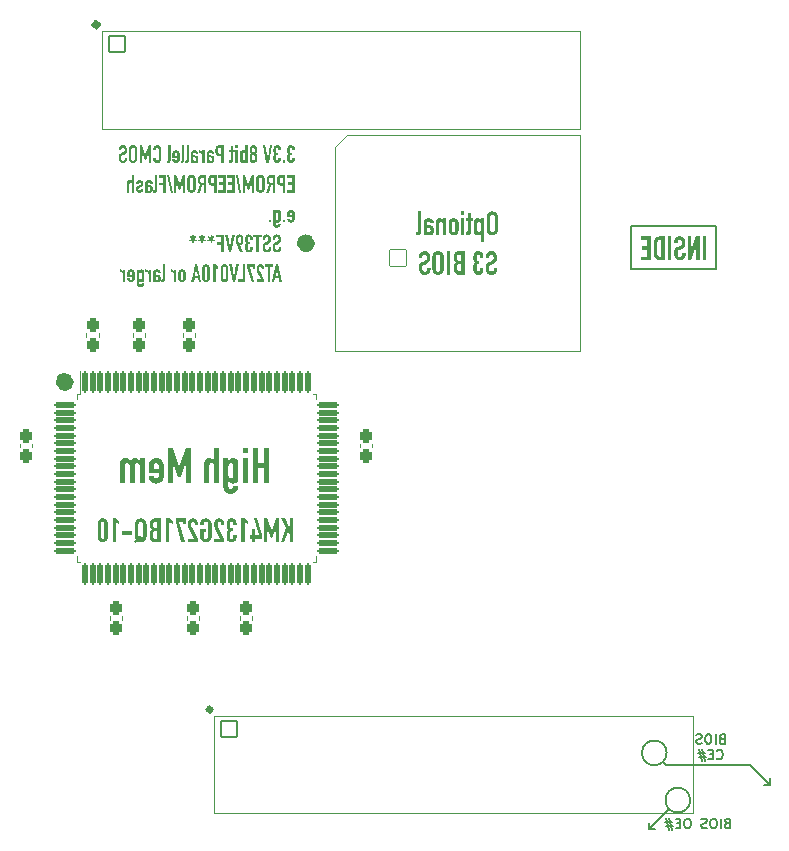
<source format=gbr>
G04 #@! TF.GenerationSoftware,KiCad,Pcbnew,7.0.9*
G04 #@! TF.CreationDate,2024-01-08T23:36:14-05:00*
G04 #@! TF.ProjectId,Compaq S3 Virge GX VRAM Addon Board,436f6d70-6171-4205-9333-205669726765,1*
G04 #@! TF.SameCoordinates,Original*
G04 #@! TF.FileFunction,Legend,Bot*
G04 #@! TF.FilePolarity,Positive*
%FSLAX46Y46*%
G04 Gerber Fmt 4.6, Leading zero omitted, Abs format (unit mm)*
G04 Created by KiCad (PCBNEW 7.0.9) date 2024-01-08 23:36:14*
%MOMM*%
%LPD*%
G01*
G04 APERTURE LIST*
G04 Aperture macros list*
%AMRoundRect*
0 Rectangle with rounded corners*
0 $1 Rounding radius*
0 $2 $3 $4 $5 $6 $7 $8 $9 X,Y pos of 4 corners*
0 Add a 4 corners polygon primitive as box body*
4,1,4,$2,$3,$4,$5,$6,$7,$8,$9,$2,$3,0*
0 Add four circle primitives for the rounded corners*
1,1,$1+$1,$2,$3*
1,1,$1+$1,$4,$5*
1,1,$1+$1,$6,$7*
1,1,$1+$1,$8,$9*
0 Add four rect primitives between the rounded corners*
20,1,$1+$1,$2,$3,$4,$5,0*
20,1,$1+$1,$4,$5,$6,$7,0*
20,1,$1+$1,$6,$7,$8,$9,0*
20,1,$1+$1,$8,$9,$2,$3,0*%
G04 Aperture macros list end*
%ADD10C,0.127000*%
%ADD11C,0.120000*%
%ADD12C,1.000000*%
%ADD13C,0.200000*%
%ADD14C,0.250000*%
%ADD15C,0.150000*%
%ADD16C,0.500000*%
%ADD17C,0.901600*%
%ADD18RoundRect,0.050800X-0.675000X-0.675000X0.675000X-0.675000X0.675000X0.675000X-0.675000X0.675000X0*%
%ADD19C,1.451600*%
%ADD20RoundRect,0.050800X-0.711200X0.711200X-0.711200X-0.711200X0.711200X-0.711200X0.711200X0.711200X0*%
%ADD21C,1.524000*%
%ADD22RoundRect,0.150800X-0.100000X0.775000X-0.100000X-0.775000X0.100000X-0.775000X0.100000X0.775000X0*%
%ADD23RoundRect,0.150800X-0.775000X0.100000X-0.775000X-0.100000X0.775000X-0.100000X0.775000X0.100000X0*%
%ADD24RoundRect,0.288300X-0.237500X0.300000X-0.237500X-0.300000X0.237500X-0.300000X0.237500X0.300000X0*%
%ADD25RoundRect,0.288300X0.237500X-0.300000X0.237500X0.300000X-0.237500X0.300000X-0.237500X-0.300000X0*%
G04 APERTURE END LIST*
D10*
X172340000Y-135489999D02*
X171800001Y-135489999D01*
X165576518Y-136810000D02*
G75*
G03*
X165576518Y-136810000I-1046518J0D01*
G01*
X163520000Y-133800000D02*
X166240000Y-133800000D01*
X162589999Y-139290000D02*
X162050001Y-139290000D01*
X172340000Y-134950000D02*
X172340000Y-135489998D01*
X166240000Y-133800000D02*
X170650000Y-133800000D01*
X163576518Y-132810000D02*
G75*
G03*
X163576518Y-132810000I-1046518J0D01*
G01*
X160580000Y-88220000D02*
X167730000Y-88220000D01*
X167730000Y-91860000D01*
X160580000Y-91860000D01*
X160580000Y-88220000D01*
D11*
X135480000Y-88660000D02*
X135480000Y-90640000D01*
D12*
X133290000Y-89670000D02*
G75*
G03*
X133290000Y-89670000I-260000J0D01*
G01*
D10*
X163790142Y-137549858D02*
X162050000Y-139290000D01*
X170650000Y-133800000D02*
X172340000Y-135490000D01*
X163270041Y-133550041D02*
X163520000Y-133800000D01*
D12*
X112870000Y-101410000D02*
G75*
G03*
X112870000Y-101410000I-260000J0D01*
G01*
D10*
X162050000Y-139290000D02*
X162050000Y-138750000D01*
G36*
X166916956Y-91080000D02*
G01*
X166916956Y-89079162D01*
X166631192Y-89079162D01*
X166631192Y-91080000D01*
X166916956Y-91080000D01*
G37*
G36*
X166377668Y-91080000D02*
G01*
X166377668Y-89079162D01*
X166105581Y-89079162D01*
X165663013Y-90284745D01*
X165663013Y-89079162D01*
X165377249Y-89079162D01*
X165377249Y-91080000D01*
X165643474Y-91080000D01*
X166091904Y-89877348D01*
X166091904Y-91080000D01*
X166377668Y-91080000D01*
G37*
G36*
X164223934Y-89664368D02*
G01*
X164509699Y-89664368D01*
X164509699Y-89600376D01*
X164510386Y-89576372D01*
X164512446Y-89553207D01*
X164515881Y-89530882D01*
X164520690Y-89509396D01*
X164526872Y-89488750D01*
X164534428Y-89468943D01*
X164543358Y-89449976D01*
X164553662Y-89431849D01*
X164565592Y-89415133D01*
X164579399Y-89400647D01*
X164595084Y-89388389D01*
X164612647Y-89378360D01*
X164632087Y-89370559D01*
X164653405Y-89364987D01*
X164676600Y-89361644D01*
X164701673Y-89360530D01*
X164721818Y-89361320D01*
X164743453Y-89364238D01*
X164763078Y-89369307D01*
X164783044Y-89377734D01*
X164792043Y-89383000D01*
X164808347Y-89394907D01*
X164823062Y-89408157D01*
X164836190Y-89422751D01*
X164847731Y-89438688D01*
X164857623Y-89457586D01*
X164865805Y-89477644D01*
X164872277Y-89498863D01*
X164876538Y-89518381D01*
X164877040Y-89521242D01*
X164880085Y-89541518D01*
X164882383Y-89562168D01*
X164883932Y-89583192D01*
X164884733Y-89604590D01*
X164884856Y-89616985D01*
X164884718Y-89638446D01*
X164884306Y-89658498D01*
X164883478Y-89680114D01*
X164882276Y-89699812D01*
X164880948Y-89715170D01*
X164877547Y-89736495D01*
X164872292Y-89756507D01*
X164865183Y-89775204D01*
X164860431Y-89785024D01*
X164849930Y-89801678D01*
X164837110Y-89817018D01*
X164821972Y-89831044D01*
X164812560Y-89838269D01*
X164795524Y-89849260D01*
X164778313Y-89858877D01*
X164758952Y-89868494D01*
X164740645Y-89876737D01*
X164727563Y-89882233D01*
X164515072Y-89968695D01*
X164492541Y-89978044D01*
X164471108Y-89987776D01*
X164450775Y-89997889D01*
X164431541Y-90008384D01*
X164413406Y-90019260D01*
X164396370Y-90030519D01*
X164380433Y-90042158D01*
X164365595Y-90054180D01*
X164348331Y-90069814D01*
X164332260Y-90086189D01*
X164317381Y-90103302D01*
X164303695Y-90121156D01*
X164291201Y-90139748D01*
X164279900Y-90159080D01*
X164275714Y-90167020D01*
X164266867Y-90188245D01*
X164258951Y-90210401D01*
X164251965Y-90233488D01*
X164247045Y-90252626D01*
X164242722Y-90272360D01*
X164238993Y-90292690D01*
X164235860Y-90313615D01*
X164235170Y-90318939D01*
X164232536Y-90340562D01*
X164230254Y-90362933D01*
X164228323Y-90386052D01*
X164226743Y-90409919D01*
X164225514Y-90434534D01*
X164224637Y-90459897D01*
X164224110Y-90486009D01*
X164223945Y-90506083D01*
X164223934Y-90512868D01*
X164224153Y-90536160D01*
X164224810Y-90559144D01*
X164225905Y-90581819D01*
X164227438Y-90604184D01*
X164229408Y-90626240D01*
X164231817Y-90647987D01*
X164234663Y-90669425D01*
X164237948Y-90690554D01*
X164241670Y-90711374D01*
X164245830Y-90731885D01*
X164248847Y-90745387D01*
X164253789Y-90765258D01*
X164259271Y-90784571D01*
X164265295Y-90803325D01*
X164274168Y-90827463D01*
X164284002Y-90850609D01*
X164294799Y-90872763D01*
X164306557Y-90893924D01*
X164319276Y-90914093D01*
X164329447Y-90928569D01*
X164344667Y-90947582D01*
X164361016Y-90965541D01*
X164378494Y-90982447D01*
X164397103Y-90998300D01*
X164416840Y-91013100D01*
X164437708Y-91026846D01*
X164459705Y-91039539D01*
X164482832Y-91051179D01*
X164500878Y-91059123D01*
X164519663Y-91066286D01*
X164539186Y-91072667D01*
X164559448Y-91078267D01*
X164580448Y-91083085D01*
X164602186Y-91087123D01*
X164624663Y-91090378D01*
X164647879Y-91092853D01*
X164671833Y-91094546D01*
X164696525Y-91095457D01*
X164713397Y-91095631D01*
X164738837Y-91095066D01*
X164763864Y-91093372D01*
X164788479Y-91090548D01*
X164812682Y-91086594D01*
X164836473Y-91081511D01*
X164859851Y-91075298D01*
X164882818Y-91067955D01*
X164905372Y-91059483D01*
X164927209Y-91049897D01*
X164948267Y-91039455D01*
X164968547Y-91028159D01*
X164988048Y-91016008D01*
X165006771Y-91003002D01*
X165024715Y-90989141D01*
X165041881Y-90974426D01*
X165058268Y-90958855D01*
X165073854Y-90942414D01*
X165088615Y-90925333D01*
X165102552Y-90907610D01*
X165115665Y-90889246D01*
X165127954Y-90870241D01*
X165139418Y-90850594D01*
X165150058Y-90830307D01*
X165159873Y-90809378D01*
X165168689Y-90787771D01*
X165176329Y-90765689D01*
X165182794Y-90743135D01*
X165188083Y-90720108D01*
X165192197Y-90696607D01*
X165195136Y-90672633D01*
X165196899Y-90648186D01*
X165197486Y-90623265D01*
X165197486Y-90517264D01*
X164911722Y-90517264D01*
X164911722Y-90606168D01*
X164910613Y-90630223D01*
X164907286Y-90653538D01*
X164901740Y-90676114D01*
X164893977Y-90697950D01*
X164883995Y-90719047D01*
X164871794Y-90739405D01*
X164866293Y-90747341D01*
X164850582Y-90765354D01*
X164831842Y-90780314D01*
X164814668Y-90790083D01*
X164795556Y-90797899D01*
X164774506Y-90803761D01*
X164751516Y-90807669D01*
X164726588Y-90809623D01*
X164713397Y-90809867D01*
X164691744Y-90809354D01*
X164671666Y-90807816D01*
X164649650Y-90804616D01*
X164629900Y-90799939D01*
X164609725Y-90792616D01*
X164602022Y-90788862D01*
X164583124Y-90777260D01*
X164566485Y-90763461D01*
X164552105Y-90747463D01*
X164539985Y-90729267D01*
X164531232Y-90711255D01*
X164524210Y-90691840D01*
X164518917Y-90671023D01*
X164515354Y-90648804D01*
X164514095Y-90635478D01*
X164512601Y-90614698D01*
X164511416Y-90593025D01*
X164510540Y-90570459D01*
X164509973Y-90547001D01*
X164509737Y-90526769D01*
X164509699Y-90514333D01*
X164509830Y-90490600D01*
X164510223Y-90468251D01*
X164510879Y-90447286D01*
X164511798Y-90427703D01*
X164513246Y-90406030D01*
X164515072Y-90386350D01*
X164517937Y-90365272D01*
X164521831Y-90346065D01*
X164527540Y-90326403D01*
X164535568Y-90307204D01*
X164536565Y-90305261D01*
X164548247Y-90288839D01*
X164561862Y-90274195D01*
X164577408Y-90261328D01*
X164586879Y-90254947D01*
X164603793Y-90244994D01*
X164623272Y-90234675D01*
X164642419Y-90225345D01*
X164660394Y-90217125D01*
X164669922Y-90212937D01*
X164868736Y-90129406D01*
X164890685Y-90119755D01*
X164911715Y-90109730D01*
X164931825Y-90099330D01*
X164951015Y-90088557D01*
X164969285Y-90077409D01*
X164986636Y-90065888D01*
X165003067Y-90053993D01*
X165018579Y-90041723D01*
X165040121Y-90022618D01*
X165059594Y-90002671D01*
X165076998Y-89981883D01*
X165092332Y-89960253D01*
X165105597Y-89937782D01*
X165109559Y-89930104D01*
X165120471Y-89906286D01*
X165130310Y-89881361D01*
X165139076Y-89855327D01*
X165146768Y-89828186D01*
X165153387Y-89799938D01*
X165157203Y-89780490D01*
X165160542Y-89760550D01*
X165163405Y-89740117D01*
X165165790Y-89719192D01*
X165167698Y-89697775D01*
X165169129Y-89675866D01*
X165170083Y-89653464D01*
X165170560Y-89630570D01*
X165170620Y-89618939D01*
X165170358Y-89598150D01*
X165169572Y-89577551D01*
X165168263Y-89557141D01*
X165166429Y-89536919D01*
X165164072Y-89516886D01*
X165161192Y-89497043D01*
X165157787Y-89477388D01*
X165153859Y-89457922D01*
X165149406Y-89438645D01*
X165144430Y-89419556D01*
X165140822Y-89406936D01*
X165134877Y-89388313D01*
X165126123Y-89364244D01*
X165116422Y-89341044D01*
X165105774Y-89318715D01*
X165094180Y-89297256D01*
X165081640Y-89276667D01*
X165068153Y-89256948D01*
X165053720Y-89238100D01*
X165049964Y-89233524D01*
X165035065Y-89215908D01*
X165019189Y-89199207D01*
X165002336Y-89183423D01*
X164984507Y-89168555D01*
X164965700Y-89154603D01*
X164945916Y-89141566D01*
X164925156Y-89129446D01*
X164903418Y-89118241D01*
X164880536Y-89108051D01*
X164856584Y-89099221D01*
X164831565Y-89091748D01*
X164812099Y-89087036D01*
X164792032Y-89083087D01*
X164771364Y-89079903D01*
X164750095Y-89077483D01*
X164728224Y-89075827D01*
X164705753Y-89074936D01*
X164690438Y-89074766D01*
X164664701Y-89075376D01*
X164639514Y-89077208D01*
X164614876Y-89080261D01*
X164590787Y-89084535D01*
X164567248Y-89090031D01*
X164544259Y-89096748D01*
X164521819Y-89104685D01*
X164499929Y-89113845D01*
X164478680Y-89124011D01*
X164458163Y-89134972D01*
X164438380Y-89146726D01*
X164419329Y-89159274D01*
X164401011Y-89172616D01*
X164383425Y-89186751D01*
X164366572Y-89201680D01*
X164350452Y-89217404D01*
X164335132Y-89234289D01*
X164320800Y-89251483D01*
X164307456Y-89268986D01*
X164295101Y-89286799D01*
X164283734Y-89304921D01*
X164273355Y-89323352D01*
X164263965Y-89342091D01*
X164255564Y-89361140D01*
X164248151Y-89380499D01*
X164241726Y-89400166D01*
X164236290Y-89420142D01*
X164231842Y-89440428D01*
X164228382Y-89461022D01*
X164225911Y-89481926D01*
X164224429Y-89503139D01*
X164223934Y-89524661D01*
X164223934Y-89664368D01*
G37*
G36*
X163968456Y-91080000D02*
G01*
X163968456Y-89079162D01*
X163682692Y-89079162D01*
X163682692Y-91080000D01*
X163968456Y-91080000D01*
G37*
G36*
X163429168Y-91080000D02*
G01*
X163037403Y-91080000D01*
X163006416Y-91079479D01*
X162976350Y-91077916D01*
X162947203Y-91075311D01*
X162918975Y-91071665D01*
X162891668Y-91066976D01*
X162865280Y-91061246D01*
X162839812Y-91054474D01*
X162815264Y-91046660D01*
X162791635Y-91037805D01*
X162768926Y-91027907D01*
X162747137Y-91016968D01*
X162726268Y-91004986D01*
X162706318Y-90991963D01*
X162687288Y-90977898D01*
X162669178Y-90962792D01*
X162651987Y-90946643D01*
X162635780Y-90929395D01*
X162620618Y-90910991D01*
X162606501Y-90891431D01*
X162593430Y-90870714D01*
X162581405Y-90848841D01*
X162570426Y-90825811D01*
X162560492Y-90801626D01*
X162551604Y-90776284D01*
X162543761Y-90749785D01*
X162536964Y-90722130D01*
X162531213Y-90693319D01*
X162526508Y-90663352D01*
X162522848Y-90632228D01*
X162520234Y-90599948D01*
X162518665Y-90566511D01*
X162518408Y-90549504D01*
X162803907Y-90549504D01*
X162804095Y-90565055D01*
X162805087Y-90587395D01*
X162806929Y-90608550D01*
X162809621Y-90628519D01*
X162814533Y-90653302D01*
X162820955Y-90675979D01*
X162828889Y-90696549D01*
X162838335Y-90715012D01*
X162852267Y-90735129D01*
X162855355Y-90738765D01*
X162872789Y-90755216D01*
X162889122Y-90766298D01*
X162907578Y-90775534D01*
X162928156Y-90782922D01*
X162950855Y-90788463D01*
X162975676Y-90792157D01*
X162995684Y-90793716D01*
X163016886Y-90794235D01*
X163143404Y-90794235D01*
X163143404Y-89364926D01*
X163016886Y-89364926D01*
X163009388Y-89364988D01*
X162987776Y-89365918D01*
X162967485Y-89367965D01*
X162942489Y-89372430D01*
X162919843Y-89378880D01*
X162899548Y-89387314D01*
X162881603Y-89397732D01*
X162866010Y-89410135D01*
X162849824Y-89428429D01*
X162844264Y-89436510D01*
X162834219Y-89453897D01*
X162825610Y-89472918D01*
X162818435Y-89493572D01*
X162812695Y-89515859D01*
X162808391Y-89539779D01*
X162805521Y-89565333D01*
X162804310Y-89585571D01*
X162803907Y-89606727D01*
X162803907Y-90549504D01*
X162518408Y-90549504D01*
X162518142Y-90531919D01*
X162518142Y-89595980D01*
X162518635Y-89565522D01*
X162520112Y-89535942D01*
X162522573Y-89507240D01*
X162526019Y-89479415D01*
X162530450Y-89452468D01*
X162535865Y-89426399D01*
X162542265Y-89401208D01*
X162549650Y-89376894D01*
X162558019Y-89353458D01*
X162567373Y-89330900D01*
X162577711Y-89309220D01*
X162589034Y-89288417D01*
X162601341Y-89268492D01*
X162614634Y-89249445D01*
X162628910Y-89231276D01*
X162644172Y-89213984D01*
X162660320Y-89197658D01*
X162677381Y-89182385D01*
X162695354Y-89168166D01*
X162714239Y-89155000D01*
X162734036Y-89142887D01*
X162754745Y-89131827D01*
X162776366Y-89121821D01*
X162798900Y-89112868D01*
X162822345Y-89104968D01*
X162846702Y-89098121D01*
X162871972Y-89092328D01*
X162898154Y-89087588D01*
X162925248Y-89083902D01*
X162953253Y-89081269D01*
X162982171Y-89079689D01*
X163012001Y-89079162D01*
X163429168Y-89079162D01*
X163429168Y-91080000D01*
G37*
G36*
X162237263Y-91080000D02*
G01*
X162237263Y-89079162D01*
X161393160Y-89079162D01*
X161393160Y-89364926D01*
X161951499Y-89364926D01*
X161951499Y-89918869D01*
X161455686Y-89918869D01*
X161455686Y-90204633D01*
X161951499Y-90204633D01*
X161951499Y-90794235D01*
X161393160Y-90794235D01*
X161393160Y-91080000D01*
X162237263Y-91080000D01*
G37*
D13*
G36*
X129894395Y-109985000D02*
G01*
X129894395Y-106983743D01*
X129465749Y-106983743D01*
X129465749Y-108296793D01*
X128956502Y-108296793D01*
X128956502Y-106983743D01*
X128527856Y-106983743D01*
X128527856Y-109985000D01*
X128956502Y-109985000D01*
X128956502Y-108671950D01*
X129465749Y-108671950D01*
X129465749Y-109985000D01*
X129894395Y-109985000D01*
G37*
G36*
X128106537Y-109985000D02*
G01*
X128106537Y-107874741D01*
X127677891Y-107874741D01*
X127677891Y-109985000D01*
X128106537Y-109985000D01*
G37*
G36*
X128106537Y-107412390D02*
G01*
X128106537Y-106983743D01*
X127677891Y-106983743D01*
X127677891Y-107412390D01*
X128106537Y-107412390D01*
G37*
G36*
X126891963Y-107851347D02*
G01*
X126929675Y-107852618D01*
X126964915Y-107855583D01*
X126997682Y-107860243D01*
X127027975Y-107866597D01*
X127062365Y-107876922D01*
X127092890Y-107889895D01*
X127119552Y-107905516D01*
X127140234Y-107918925D01*
X127169133Y-107940553D01*
X127195481Y-107963997D01*
X127219279Y-107989257D01*
X127240527Y-108016333D01*
X127259224Y-108045224D01*
X127275371Y-108075933D01*
X127288968Y-108108457D01*
X127300015Y-108142797D01*
X127308512Y-108178953D01*
X127314458Y-108216926D01*
X127315966Y-108231036D01*
X127318691Y-108262040D01*
X127321027Y-108296753D01*
X127322973Y-108335175D01*
X127324177Y-108366426D01*
X127325163Y-108399764D01*
X127325929Y-108435188D01*
X127326476Y-108472699D01*
X127326805Y-108512297D01*
X127326914Y-108553981D01*
X127326914Y-109356318D01*
X127326898Y-109367193D01*
X127326651Y-109398977D01*
X127326108Y-109429498D01*
X127324923Y-109468230D01*
X127323211Y-109504717D01*
X127320973Y-109538961D01*
X127318208Y-109570961D01*
X127314916Y-109600716D01*
X127310061Y-109634755D01*
X127305539Y-109660080D01*
X127299017Y-109690320D01*
X127291529Y-109718985D01*
X127281267Y-109751305D01*
X127269615Y-109781358D01*
X127256572Y-109809145D01*
X127235640Y-109844762D01*
X127211861Y-109876876D01*
X127185236Y-109905487D01*
X127155765Y-109930594D01*
X127123447Y-109952198D01*
X127088282Y-109970299D01*
X127050271Y-109984896D01*
X127009414Y-109995990D01*
X126980594Y-110001440D01*
X126950509Y-110005333D01*
X126919159Y-110007668D01*
X126886544Y-110008447D01*
X126878470Y-110008392D01*
X126846802Y-110007069D01*
X126816142Y-110003984D01*
X126786490Y-109999135D01*
X126757845Y-109992524D01*
X126723455Y-109981780D01*
X126690640Y-109968281D01*
X126659398Y-109952027D01*
X126653333Y-109948453D01*
X126623781Y-109929143D01*
X126595517Y-109907437D01*
X126568540Y-109883333D01*
X126547886Y-109862325D01*
X126528057Y-109839782D01*
X126509052Y-109815705D01*
X126490871Y-109790094D01*
X126482811Y-109790094D01*
X126482811Y-110214344D01*
X126483217Y-110233118D01*
X126485696Y-110262978D01*
X126491647Y-110296449D01*
X126500843Y-110327344D01*
X126513285Y-110355663D01*
X126528973Y-110381406D01*
X126534878Y-110389391D01*
X126559106Y-110413284D01*
X126584282Y-110428740D01*
X126613528Y-110439559D01*
X126646844Y-110445741D01*
X126677717Y-110447351D01*
X126697593Y-110446752D01*
X126728687Y-110443092D01*
X126762647Y-110434308D01*
X126792950Y-110420733D01*
X126819594Y-110402366D01*
X126842581Y-110379207D01*
X126858623Y-110357716D01*
X126874285Y-110331406D01*
X126887609Y-110299995D01*
X126895603Y-110267813D01*
X126898268Y-110234860D01*
X127326914Y-110234860D01*
X127324178Y-110258310D01*
X127319429Y-110292466D01*
X127313908Y-110325398D01*
X127307614Y-110357106D01*
X127300547Y-110387591D01*
X127292708Y-110416852D01*
X127284095Y-110444890D01*
X127271410Y-110480370D01*
X127257351Y-110513675D01*
X127241918Y-110544804D01*
X127229458Y-110566904D01*
X127212125Y-110595028D01*
X127193967Y-110621618D01*
X127174985Y-110646674D01*
X127155178Y-110670196D01*
X127134547Y-110692183D01*
X127113092Y-110712637D01*
X127085114Y-110736046D01*
X127074060Y-110745486D01*
X127045874Y-110767532D01*
X127016901Y-110787360D01*
X126987141Y-110804970D01*
X126956594Y-110820362D01*
X126925260Y-110833535D01*
X126893139Y-110844490D01*
X126880162Y-110848305D01*
X126847969Y-110856767D01*
X126816134Y-110863690D01*
X126784656Y-110869074D01*
X126753537Y-110872921D01*
X126722775Y-110875228D01*
X126692371Y-110875997D01*
X126671758Y-110875777D01*
X126641502Y-110874620D01*
X126612046Y-110872471D01*
X126574013Y-110868063D01*
X126537399Y-110861892D01*
X126502205Y-110853958D01*
X126468431Y-110844261D01*
X126436077Y-110832801D01*
X126405142Y-110819577D01*
X126375397Y-110804923D01*
X126346981Y-110789169D01*
X126319893Y-110772316D01*
X126294133Y-110754364D01*
X126269701Y-110735314D01*
X126246598Y-110715163D01*
X126224822Y-110693914D01*
X126204374Y-110671566D01*
X126189792Y-110654749D01*
X126171571Y-110631725D01*
X126150759Y-110601980D01*
X126132129Y-110571161D01*
X126115682Y-110539269D01*
X126101418Y-110506303D01*
X126089336Y-110472264D01*
X126085077Y-110458442D01*
X126075631Y-110423963D01*
X126067903Y-110389592D01*
X126061893Y-110355327D01*
X126057599Y-110321170D01*
X126055023Y-110287121D01*
X126054165Y-110253178D01*
X126054165Y-109351922D01*
X126482811Y-109351922D01*
X126483046Y-109364152D01*
X126486566Y-109399229D01*
X126494311Y-109431884D01*
X126506281Y-109462118D01*
X126522476Y-109489930D01*
X126542895Y-109515321D01*
X126550434Y-109523129D01*
X126574494Y-109543531D01*
X126600717Y-109559399D01*
X126629105Y-109570733D01*
X126659656Y-109577534D01*
X126692371Y-109579801D01*
X126721039Y-109578644D01*
X126753525Y-109573947D01*
X126782291Y-109565635D01*
X126811898Y-109550892D01*
X126836146Y-109530945D01*
X126855037Y-109505795D01*
X126865169Y-109486721D01*
X126877835Y-109456651D01*
X126887460Y-109424829D01*
X126894046Y-109391255D01*
X126897213Y-109361938D01*
X126898268Y-109331406D01*
X126898268Y-108559842D01*
X126897837Y-108536107D01*
X126895919Y-108505842D01*
X126891364Y-108470232D01*
X126884413Y-108437091D01*
X126875064Y-108406419D01*
X126863318Y-108378215D01*
X126849175Y-108352480D01*
X126835826Y-108333933D01*
X126812453Y-108310749D01*
X126785061Y-108293129D01*
X126753651Y-108281074D01*
X126724407Y-108275278D01*
X126692371Y-108273346D01*
X126680702Y-108273629D01*
X126647446Y-108277879D01*
X126616817Y-108287230D01*
X126588816Y-108301682D01*
X126563443Y-108321233D01*
X126540696Y-108345886D01*
X126537135Y-108350462D01*
X126518141Y-108379691D01*
X126505422Y-108406370D01*
X126495530Y-108435161D01*
X126488464Y-108466062D01*
X126484224Y-108499074D01*
X126482811Y-108534197D01*
X126482811Y-109351922D01*
X126054165Y-109351922D01*
X126054165Y-107874741D01*
X126482811Y-107874741D01*
X126482811Y-108065983D01*
X126498069Y-108049179D01*
X126518013Y-108027495D01*
X126539903Y-108004086D01*
X126561213Y-107981720D01*
X126573105Y-107969623D01*
X126595594Y-107949202D01*
X126619473Y-107930520D01*
X126644744Y-107913576D01*
X126659209Y-107904739D01*
X126686598Y-107890455D01*
X126715726Y-107878258D01*
X126746593Y-107868147D01*
X126757372Y-107865135D01*
X126788066Y-107858552D01*
X126817253Y-107854520D01*
X126848613Y-107852100D01*
X126882148Y-107851294D01*
X126891963Y-107851347D01*
G37*
G36*
X125694395Y-109985000D02*
G01*
X125694395Y-106983743D01*
X125265749Y-106983743D01*
X125265749Y-108082103D01*
X125256956Y-108082103D01*
X125239874Y-108057397D01*
X125221968Y-108033835D01*
X125198426Y-108005993D01*
X125173597Y-107979939D01*
X125147479Y-107955675D01*
X125120073Y-107933199D01*
X125097221Y-107916507D01*
X125066660Y-107897720D01*
X125033594Y-107882117D01*
X125005338Y-107871928D01*
X124975480Y-107863776D01*
X124944018Y-107857662D01*
X124910954Y-107853587D01*
X124876286Y-107851549D01*
X124858352Y-107851294D01*
X124828676Y-107852247D01*
X124799001Y-107855106D01*
X124769325Y-107859872D01*
X124739650Y-107866544D01*
X124709974Y-107875122D01*
X124700082Y-107878405D01*
X124670999Y-107889808D01*
X124643101Y-107903684D01*
X124616388Y-107920033D01*
X124590860Y-107938855D01*
X124566517Y-107960150D01*
X124558666Y-107967798D01*
X124536186Y-107992416D01*
X124515458Y-108019558D01*
X124496481Y-108049225D01*
X124482005Y-108075876D01*
X124468746Y-108104280D01*
X124459015Y-108128265D01*
X124448249Y-108159793D01*
X124439308Y-108193467D01*
X124432192Y-108229287D01*
X124427813Y-108259490D01*
X124424601Y-108291066D01*
X124422558Y-108324016D01*
X124421682Y-108358339D01*
X124421646Y-108367135D01*
X124421646Y-109985000D01*
X124850292Y-109985000D01*
X124850292Y-108528335D01*
X124851598Y-108493373D01*
X124855515Y-108460844D01*
X124862045Y-108430748D01*
X124873328Y-108397844D01*
X124888371Y-108368443D01*
X124903781Y-108346618D01*
X124925411Y-108323958D01*
X124950183Y-108305986D01*
X124978098Y-108292703D01*
X125009156Y-108284108D01*
X125043357Y-108280201D01*
X125055456Y-108279940D01*
X125090972Y-108281765D01*
X125122875Y-108287239D01*
X125151165Y-108296362D01*
X125180342Y-108312127D01*
X125204316Y-108333147D01*
X125220320Y-108354678D01*
X125235758Y-108384801D01*
X125246184Y-108413523D01*
X125254392Y-108445537D01*
X125260381Y-108480842D01*
X125263575Y-108511457D01*
X125265350Y-108544178D01*
X125265749Y-108570101D01*
X125265749Y-109985000D01*
X125694395Y-109985000D01*
G37*
G36*
X123282253Y-109985000D02*
G01*
X123282253Y-106983743D01*
X122874123Y-106983743D01*
X122323844Y-108573032D01*
X122315784Y-108573032D01*
X121769168Y-106983743D01*
X121352978Y-106983743D01*
X121352978Y-109985000D01*
X121781625Y-109985000D01*
X121781625Y-108159773D01*
X121789685Y-108159773D01*
X122214667Y-109449375D01*
X122429357Y-109449375D01*
X122853606Y-108159773D01*
X122853606Y-109985000D01*
X123282253Y-109985000D01*
G37*
G36*
X120384992Y-107851620D02*
G01*
X120421404Y-107853333D01*
X120456760Y-107856515D01*
X120491059Y-107861164D01*
X120524302Y-107867282D01*
X120556490Y-107874869D01*
X120587621Y-107883923D01*
X120617695Y-107894446D01*
X120646714Y-107906438D01*
X120674676Y-107919897D01*
X120701583Y-107934825D01*
X120718822Y-107945387D01*
X120743725Y-107962023D01*
X120767482Y-107979613D01*
X120797376Y-108004549D01*
X120825231Y-108031179D01*
X120851048Y-108059503D01*
X120874827Y-108089522D01*
X120896569Y-108121236D01*
X120916272Y-108154644D01*
X120921928Y-108165179D01*
X120935066Y-108192345D01*
X120946772Y-108220692D01*
X120957047Y-108250220D01*
X120965892Y-108280928D01*
X120973305Y-108312816D01*
X120979287Y-108345886D01*
X120981328Y-108359433D01*
X120985853Y-108394026D01*
X120989556Y-108429657D01*
X120991926Y-108458909D01*
X120993770Y-108488825D01*
X120995086Y-108519405D01*
X120995876Y-108550649D01*
X120996140Y-108582557D01*
X120996140Y-109277916D01*
X120996123Y-109285866D01*
X120995728Y-109317293D01*
X120994807Y-109348125D01*
X120993358Y-109378362D01*
X120991383Y-109408003D01*
X120988174Y-109444217D01*
X120984142Y-109479501D01*
X120979287Y-109513855D01*
X120977066Y-109527313D01*
X120970511Y-109560107D01*
X120962526Y-109591685D01*
X120953109Y-109622046D01*
X120942261Y-109651190D01*
X120929982Y-109679118D01*
X120916272Y-109705830D01*
X120901686Y-109731045D01*
X120880454Y-109763182D01*
X120857184Y-109793624D01*
X120831876Y-109822372D01*
X120804530Y-109849426D01*
X120775147Y-109874785D01*
X120751772Y-109892693D01*
X120727250Y-109909647D01*
X120701583Y-109925648D01*
X120683763Y-109935675D01*
X120656152Y-109949502D01*
X120627486Y-109961873D01*
X120597763Y-109972789D01*
X120566984Y-109982249D01*
X120535149Y-109990254D01*
X120502258Y-109996803D01*
X120468310Y-110001897D01*
X120433307Y-110005536D01*
X120397247Y-110007719D01*
X120360131Y-110008447D01*
X120323953Y-110007668D01*
X120288690Y-110005333D01*
X120254344Y-110001440D01*
X120220913Y-109995990D01*
X120188398Y-109988984D01*
X120156799Y-109980420D01*
X120126116Y-109970299D01*
X120096349Y-109958621D01*
X120067555Y-109945581D01*
X120039791Y-109931373D01*
X120013058Y-109915997D01*
X119987356Y-109899453D01*
X119962683Y-109881742D01*
X119939041Y-109862863D01*
X119916430Y-109842816D01*
X119894849Y-109821601D01*
X119874086Y-109799840D01*
X119854663Y-109777237D01*
X119836579Y-109753792D01*
X119819836Y-109729506D01*
X119804431Y-109704379D01*
X119790366Y-109678410D01*
X119777641Y-109651599D01*
X119766255Y-109623948D01*
X119756208Y-109595454D01*
X119747501Y-109566119D01*
X119740134Y-109535943D01*
X119734106Y-109504925D01*
X119729418Y-109473066D01*
X119726069Y-109440365D01*
X119724060Y-109406822D01*
X119723390Y-109372438D01*
X120152036Y-109372438D01*
X120155324Y-109393980D01*
X120162512Y-109424199D01*
X120172715Y-109454488D01*
X120185934Y-109484846D01*
X120199664Y-109510924D01*
X120210826Y-109527067D01*
X120232336Y-109547246D01*
X120259564Y-109562581D01*
X120292511Y-109573074D01*
X120324336Y-109578119D01*
X120360131Y-109579801D01*
X120394486Y-109577946D01*
X120426111Y-109572382D01*
X120455005Y-109563108D01*
X120485264Y-109547601D01*
X120511806Y-109527044D01*
X120518549Y-109520183D01*
X120538725Y-109493421D01*
X120551777Y-109467077D01*
X120560913Y-109437590D01*
X120566134Y-109404961D01*
X120567493Y-109375369D01*
X120567493Y-109094002D01*
X119723390Y-109094002D01*
X119723390Y-108765739D01*
X120152036Y-108765739D01*
X120567493Y-108765739D01*
X120567493Y-108523206D01*
X120566623Y-108493588D01*
X120563088Y-108459302D01*
X120556834Y-108428057D01*
X120545741Y-108394578D01*
X120530731Y-108365478D01*
X120511806Y-108340757D01*
X120504602Y-108333392D01*
X120481169Y-108314149D01*
X120455005Y-108299183D01*
X120426111Y-108288492D01*
X120394486Y-108282078D01*
X120360131Y-108279940D01*
X120348290Y-108280178D01*
X120314656Y-108283741D01*
X120283856Y-108291581D01*
X120255889Y-108303697D01*
X120230756Y-108320089D01*
X120208456Y-108340757D01*
X120204985Y-108344573D01*
X120186472Y-108370024D01*
X120171927Y-108399854D01*
X120162835Y-108428057D01*
X120156499Y-108459302D01*
X120152918Y-108493588D01*
X120152036Y-108523206D01*
X120152036Y-108765739D01*
X119723390Y-108765739D01*
X119723390Y-108510750D01*
X119724046Y-108475679D01*
X119726012Y-108441358D01*
X119729289Y-108407787D01*
X119733877Y-108374966D01*
X119739776Y-108342895D01*
X119746986Y-108311573D01*
X119755507Y-108281002D01*
X119765339Y-108251181D01*
X119776481Y-108222109D01*
X119788935Y-108193787D01*
X119802699Y-108166216D01*
X119817775Y-108139394D01*
X119834161Y-108113322D01*
X119851858Y-108088000D01*
X119870866Y-108063427D01*
X119891185Y-108039605D01*
X119912629Y-108018219D01*
X119935194Y-107998023D01*
X119958882Y-107979018D01*
X119983692Y-107961203D01*
X120009624Y-107944579D01*
X120036677Y-107929146D01*
X120064853Y-107914904D01*
X120094151Y-107901852D01*
X120124433Y-107890003D01*
X120155563Y-107879733D01*
X120187539Y-107871043D01*
X120220363Y-107863934D01*
X120254034Y-107858404D01*
X120288553Y-107854454D01*
X120323918Y-107852084D01*
X120360131Y-107851294D01*
X120384992Y-107851620D01*
G37*
G36*
X119395860Y-109985000D02*
G01*
X119395860Y-107874741D01*
X118967214Y-107874741D01*
X118967214Y-108081371D01*
X118958422Y-108081371D01*
X118941340Y-108056836D01*
X118923434Y-108033423D01*
X118899892Y-108005734D01*
X118875062Y-107979799D01*
X118848944Y-107955617D01*
X118821539Y-107933188D01*
X118798687Y-107916507D01*
X118768125Y-107897720D01*
X118735060Y-107882117D01*
X118706804Y-107871928D01*
X118676945Y-107863776D01*
X118645483Y-107857662D01*
X118612419Y-107853587D01*
X118577752Y-107851549D01*
X118559817Y-107851294D01*
X118526272Y-107852347D01*
X118494146Y-107855507D01*
X118463440Y-107860774D01*
X118434154Y-107868147D01*
X118406288Y-107877626D01*
X118373451Y-107892438D01*
X118342832Y-107910542D01*
X118331206Y-107918705D01*
X118303407Y-107939846D01*
X118277253Y-107961595D01*
X118252745Y-107983953D01*
X118229883Y-108006919D01*
X118208667Y-108030493D01*
X118189097Y-108054675D01*
X118181729Y-108064518D01*
X118161694Y-108043097D01*
X118135941Y-108017384D01*
X118109401Y-107992851D01*
X118082074Y-107969499D01*
X118053960Y-107947327D01*
X118025058Y-107926336D01*
X118007340Y-107914309D01*
X117975730Y-107896155D01*
X117947789Y-107883847D01*
X117917490Y-107873509D01*
X117884832Y-107865140D01*
X117849815Y-107858740D01*
X117812441Y-107854309D01*
X117782862Y-107852279D01*
X117751956Y-107851356D01*
X117741359Y-107851294D01*
X117711529Y-107852247D01*
X117681390Y-107855106D01*
X117650942Y-107859872D01*
X117620184Y-107866544D01*
X117589118Y-107875122D01*
X117578694Y-107878405D01*
X117547988Y-107889808D01*
X117518518Y-107903684D01*
X117490285Y-107920033D01*
X117463289Y-107938855D01*
X117437529Y-107960150D01*
X117429217Y-107967798D01*
X117405089Y-107992416D01*
X117382712Y-108019558D01*
X117365402Y-108044105D01*
X117349310Y-108070406D01*
X117334433Y-108098459D01*
X117320773Y-108128265D01*
X117308741Y-108159793D01*
X117298748Y-108193467D01*
X117290795Y-108229287D01*
X117285901Y-108259490D01*
X117282311Y-108291066D01*
X117280027Y-108324016D01*
X117279048Y-108358339D01*
X117279008Y-108367135D01*
X117279008Y-109985000D01*
X117707654Y-109985000D01*
X117707654Y-108528335D01*
X117708960Y-108493373D01*
X117712877Y-108460844D01*
X117719407Y-108430748D01*
X117730690Y-108397844D01*
X117745734Y-108368443D01*
X117761143Y-108346618D01*
X117782799Y-108323958D01*
X117807648Y-108305986D01*
X117835692Y-108292703D01*
X117866931Y-108284108D01*
X117901363Y-108280201D01*
X117913551Y-108279940D01*
X117949067Y-108281765D01*
X117980970Y-108287239D01*
X118009260Y-108296362D01*
X118038437Y-108312127D01*
X118062411Y-108333147D01*
X118078415Y-108354678D01*
X118093604Y-108384801D01*
X118103862Y-108413523D01*
X118111937Y-108445537D01*
X118117829Y-108480842D01*
X118120972Y-108511457D01*
X118122718Y-108544178D01*
X118123111Y-108570101D01*
X118123111Y-109985000D01*
X118551757Y-109985000D01*
X118551757Y-108528335D01*
X118553063Y-108493373D01*
X118556981Y-108460844D01*
X118563510Y-108430748D01*
X118574793Y-108397844D01*
X118589837Y-108368443D01*
X118605246Y-108346618D01*
X118626876Y-108323958D01*
X118651649Y-108305986D01*
X118679564Y-108292703D01*
X118710622Y-108284108D01*
X118744823Y-108280201D01*
X118756921Y-108279940D01*
X118792438Y-108281765D01*
X118824341Y-108287239D01*
X118852630Y-108296362D01*
X118881808Y-108312127D01*
X118905782Y-108333147D01*
X118921785Y-108354678D01*
X118937224Y-108384801D01*
X118947650Y-108413523D01*
X118955857Y-108445537D01*
X118961846Y-108480842D01*
X118965040Y-108511457D01*
X118966815Y-108544178D01*
X118967214Y-108570101D01*
X118967214Y-109985000D01*
X119395860Y-109985000D01*
G37*
D14*
G36*
X131967131Y-114960000D02*
G01*
X131967131Y-112959162D01*
X131681367Y-112959162D01*
X131681367Y-113872630D01*
X131675994Y-113872630D01*
X131258827Y-112959162D01*
X130973063Y-112959162D01*
X131362386Y-113760279D01*
X130900278Y-114960000D01*
X131202651Y-114960000D01*
X131527494Y-114071933D01*
X131681367Y-114361605D01*
X131681367Y-114960000D01*
X131967131Y-114960000D01*
G37*
G36*
X130775226Y-114960000D02*
G01*
X130775226Y-112959162D01*
X130503140Y-112959162D01*
X130136287Y-114018688D01*
X130130913Y-114018688D01*
X129766503Y-112959162D01*
X129489043Y-112959162D01*
X129489043Y-114960000D01*
X129774807Y-114960000D01*
X129774807Y-113743182D01*
X129780181Y-113743182D01*
X130063502Y-114602916D01*
X130206629Y-114602916D01*
X130489462Y-113743182D01*
X130489462Y-114960000D01*
X130775226Y-114960000D01*
G37*
G36*
X128750941Y-114960000D02*
G01*
X128750941Y-114683028D01*
X129313677Y-114683028D01*
X129313677Y-114397264D01*
X128906280Y-112959162D01*
X128605373Y-112959162D01*
X129030844Y-114397264D01*
X128750941Y-114397264D01*
X128750941Y-113834528D01*
X128465177Y-113834528D01*
X128465177Y-114397264D01*
X128313258Y-114397264D01*
X128313258Y-114683028D01*
X128465177Y-114683028D01*
X128465177Y-114960000D01*
X128750941Y-114960000D01*
G37*
G36*
X127865805Y-114960000D02*
G01*
X127865805Y-113262512D01*
X128147173Y-113473538D01*
X128147173Y-113169699D01*
X127865805Y-112959162D01*
X127580041Y-112959162D01*
X127580041Y-114960000D01*
X127865805Y-114960000D01*
G37*
G36*
X126830216Y-113803265D02*
G01*
X126807006Y-113802999D01*
X126785187Y-113802201D01*
X126764759Y-113800870D01*
X126739686Y-113798267D01*
X126717086Y-113794718D01*
X126696959Y-113790222D01*
X126675278Y-113783272D01*
X126657461Y-113774843D01*
X126654361Y-113772979D01*
X126637760Y-113758806D01*
X126626550Y-113742691D01*
X126617724Y-113722665D01*
X126612382Y-113703828D01*
X126608565Y-113682487D01*
X126606275Y-113658643D01*
X126605512Y-113632295D01*
X126605512Y-113378283D01*
X126606835Y-113356341D01*
X126610802Y-113335945D01*
X126617413Y-113317094D01*
X126626670Y-113299789D01*
X126638571Y-113284030D01*
X126643126Y-113279120D01*
X126657992Y-113266006D01*
X126674747Y-113255604D01*
X126693392Y-113247916D01*
X126713925Y-113242942D01*
X126736348Y-113240681D01*
X126744242Y-113240530D01*
X126766548Y-113241687D01*
X126786756Y-113245157D01*
X126808234Y-113252376D01*
X126826689Y-113262926D01*
X126842122Y-113276808D01*
X126850732Y-113287913D01*
X126861523Y-113305378D01*
X126871290Y-113325451D01*
X126878019Y-113345196D01*
X126881708Y-113364613D01*
X126882484Y-113378283D01*
X126882484Y-113538506D01*
X127168248Y-113538506D01*
X127168248Y-113374863D01*
X127167729Y-113353385D01*
X127166172Y-113332182D01*
X127163577Y-113311253D01*
X127159943Y-113290600D01*
X127155272Y-113270221D01*
X127149563Y-113250116D01*
X127142816Y-113230287D01*
X127135031Y-113210732D01*
X127126215Y-113191552D01*
X127116621Y-113173088D01*
X127106248Y-113155343D01*
X127095097Y-113138314D01*
X127083167Y-113122003D01*
X127070459Y-113106410D01*
X127056972Y-113091534D01*
X127042707Y-113077376D01*
X127027747Y-113063805D01*
X127012177Y-113050936D01*
X126995995Y-113038770D01*
X126979204Y-113027306D01*
X126961801Y-113016544D01*
X126943789Y-113006484D01*
X126925165Y-112997127D01*
X126905931Y-112988471D01*
X126886216Y-112980572D01*
X126866150Y-112973725D01*
X126845733Y-112967932D01*
X126824964Y-112963192D01*
X126803845Y-112959506D01*
X126782375Y-112956872D01*
X126760553Y-112955292D01*
X126738380Y-112954766D01*
X126716755Y-112955169D01*
X126695842Y-112956380D01*
X126675642Y-112958398D01*
X126656154Y-112961223D01*
X126631280Y-112966245D01*
X126607672Y-112972702D01*
X126585332Y-112980594D01*
X126564258Y-112989921D01*
X126544451Y-113000683D01*
X126525752Y-113012178D01*
X126508242Y-113023703D01*
X126491924Y-113035259D01*
X126473200Y-113049747D01*
X126456337Y-113064282D01*
X126441334Y-113078865D01*
X126428192Y-113093496D01*
X126414911Y-113110135D01*
X126402424Y-113126835D01*
X126390731Y-113143596D01*
X126379832Y-113160418D01*
X126369757Y-113177882D01*
X126360537Y-113197055D01*
X126353170Y-113215234D01*
X126346458Y-113234721D01*
X126344661Y-113240530D01*
X126338822Y-113264870D01*
X126334954Y-113284939D01*
X126331523Y-113306561D01*
X126328531Y-113329738D01*
X126325976Y-113354469D01*
X126323860Y-113380754D01*
X126322181Y-113408594D01*
X126320940Y-113437987D01*
X126320356Y-113458446D01*
X126319967Y-113479596D01*
X126319772Y-113501437D01*
X126319748Y-113512616D01*
X126319748Y-113537659D01*
X126319748Y-113561495D01*
X126319748Y-113584126D01*
X126319748Y-113605551D01*
X126319748Y-113625770D01*
X126319748Y-113649347D01*
X126319748Y-113671040D01*
X126319748Y-113679190D01*
X126320349Y-113702231D01*
X126322152Y-113723726D01*
X126325158Y-113743676D01*
X126330183Y-113764997D01*
X126336845Y-113784214D01*
X126346592Y-113803008D01*
X126357882Y-113820492D01*
X126370715Y-113836667D01*
X126385091Y-113851534D01*
X126393998Y-113859441D01*
X126411145Y-113872949D01*
X126427963Y-113884936D01*
X126446740Y-113897300D01*
X126463882Y-113907893D01*
X126482384Y-113918748D01*
X126494137Y-113925387D01*
X126477437Y-113935920D01*
X126458022Y-113948828D01*
X126440228Y-113961451D01*
X126424057Y-113973787D01*
X126406792Y-113988213D01*
X126391863Y-114002226D01*
X126389602Y-114004521D01*
X126374889Y-114020897D01*
X126361952Y-114038395D01*
X126350793Y-114057015D01*
X126341409Y-114076756D01*
X126336845Y-114088541D01*
X126331035Y-114108227D01*
X126326427Y-114129185D01*
X126323021Y-114151413D01*
X126321100Y-114170907D01*
X126320015Y-114191283D01*
X126319748Y-114208220D01*
X126319748Y-114230533D01*
X126319748Y-114254731D01*
X126319748Y-114275446D01*
X126319748Y-114297367D01*
X126319748Y-114320493D01*
X126319748Y-114344826D01*
X126319748Y-114370365D01*
X126319748Y-114383586D01*
X126319748Y-114407614D01*
X126319748Y-114430603D01*
X126319748Y-114452554D01*
X126319748Y-114473468D01*
X126319748Y-114493343D01*
X126319748Y-114516727D01*
X126319748Y-114538490D01*
X126319748Y-114546741D01*
X126319951Y-114566342D01*
X126320729Y-114588415D01*
X126322092Y-114608909D01*
X126324419Y-114630821D01*
X126327541Y-114650583D01*
X126328052Y-114653230D01*
X126332571Y-114674632D01*
X126337822Y-114694385D01*
X126344605Y-114714637D01*
X126350523Y-114728946D01*
X126360187Y-114748418D01*
X126370272Y-114766352D01*
X126381671Y-114784671D01*
X126387159Y-114792937D01*
X126401050Y-114812294D01*
X126415858Y-114830795D01*
X126431581Y-114848442D01*
X126448220Y-114865233D01*
X126465775Y-114881170D01*
X126484246Y-114896252D01*
X126503632Y-114910479D01*
X126523935Y-114923852D01*
X126545520Y-114935987D01*
X126568754Y-114946505D01*
X126587261Y-114953331D01*
X126606695Y-114959248D01*
X126627057Y-114964254D01*
X126648346Y-114968350D01*
X126670563Y-114971535D01*
X126693707Y-114973811D01*
X126717778Y-114975176D01*
X126742777Y-114975631D01*
X126764057Y-114975094D01*
X126785767Y-114973484D01*
X126807906Y-114970801D01*
X126830475Y-114967044D01*
X126853473Y-114962214D01*
X126876900Y-114956311D01*
X126886391Y-114953649D01*
X126905221Y-114947589D01*
X126923608Y-114940643D01*
X126941552Y-114932812D01*
X126959054Y-114924096D01*
X126976113Y-114914494D01*
X126992729Y-114904007D01*
X127008902Y-114892634D01*
X127024633Y-114880376D01*
X127039814Y-114867195D01*
X127054339Y-114853052D01*
X127068207Y-114837947D01*
X127081419Y-114821880D01*
X127093975Y-114804852D01*
X127105874Y-114786862D01*
X127117117Y-114767910D01*
X127127703Y-114747997D01*
X127137206Y-114727038D01*
X127145442Y-114704949D01*
X127152410Y-114681731D01*
X127158112Y-114657383D01*
X127162546Y-114631905D01*
X127165041Y-114612056D01*
X127166822Y-114591571D01*
X127167891Y-114570450D01*
X127168248Y-114548695D01*
X127168248Y-114385540D01*
X126882484Y-114385540D01*
X126882484Y-114535017D01*
X126881577Y-114555510D01*
X126878097Y-114578591D01*
X126872006Y-114600024D01*
X126863305Y-114619807D01*
X126851993Y-114637942D01*
X126845359Y-114646392D01*
X126830492Y-114661166D01*
X126813737Y-114672884D01*
X126795092Y-114681545D01*
X126774559Y-114687150D01*
X126752136Y-114689697D01*
X126744242Y-114689867D01*
X126721190Y-114688338D01*
X126700027Y-114683753D01*
X126680752Y-114676111D01*
X126663367Y-114665412D01*
X126647871Y-114651656D01*
X126643126Y-114646392D01*
X126630343Y-114628875D01*
X126620205Y-114609297D01*
X126612712Y-114587659D01*
X126608487Y-114568053D01*
X126606100Y-114547015D01*
X126605512Y-114529155D01*
X126605512Y-114242414D01*
X126605903Y-114220962D01*
X126607075Y-114200935D01*
X126609853Y-114176449D01*
X126614021Y-114154498D01*
X126619577Y-114135081D01*
X126628476Y-114114373D01*
X126639546Y-114097624D01*
X126649964Y-114087076D01*
X126667300Y-114074701D01*
X126685920Y-114066419D01*
X126704872Y-114061328D01*
X126717864Y-114059232D01*
X126737933Y-114056948D01*
X126760526Y-114055225D01*
X126781901Y-114054194D01*
X126805131Y-114053576D01*
X126825906Y-114053376D01*
X126830216Y-114053370D01*
X126830216Y-113803265D01*
G37*
G36*
X126126796Y-114960000D02*
G01*
X126126796Y-114690844D01*
X125613886Y-113723154D01*
X125604758Y-113705362D01*
X125594807Y-113683917D01*
X125586478Y-113663354D01*
X125579770Y-113643674D01*
X125573863Y-113621223D01*
X125570291Y-113600042D01*
X125569923Y-113596636D01*
X125567930Y-113575209D01*
X125566350Y-113551962D01*
X125565349Y-113531199D01*
X125564633Y-113509172D01*
X125564204Y-113485881D01*
X125564066Y-113466338D01*
X125564061Y-113461325D01*
X125564061Y-113440447D01*
X125564061Y-113419027D01*
X125564061Y-113397067D01*
X125564061Y-113384633D01*
X125564946Y-113364972D01*
X125568059Y-113344312D01*
X125573413Y-113325198D01*
X125578227Y-113313314D01*
X125588206Y-113295292D01*
X125601048Y-113279082D01*
X125616752Y-113264685D01*
X125620237Y-113262023D01*
X125637908Y-113251633D01*
X125656989Y-113245253D01*
X125676290Y-113241873D01*
X125698022Y-113240551D01*
X125701325Y-113240530D01*
X125724561Y-113241818D01*
X125745907Y-113245682D01*
X125765364Y-113252122D01*
X125782933Y-113261138D01*
X125801042Y-113274912D01*
X125803419Y-113277166D01*
X125818075Y-113294594D01*
X125827772Y-113312099D01*
X125834824Y-113331974D01*
X125839232Y-113354220D01*
X125840885Y-113374568D01*
X125841032Y-113383168D01*
X125841032Y-113544856D01*
X126126796Y-113544856D01*
X126126796Y-113388541D01*
X126126277Y-113366254D01*
X126124720Y-113344333D01*
X126122125Y-113322779D01*
X126118492Y-113301591D01*
X126113821Y-113280769D01*
X126108112Y-113260314D01*
X126101364Y-113240225D01*
X126093579Y-113220502D01*
X126084764Y-113201260D01*
X126075169Y-113182614D01*
X126064797Y-113164563D01*
X126053645Y-113147107D01*
X126041716Y-113130247D01*
X126029007Y-113113982D01*
X126015521Y-113098312D01*
X126001255Y-113083237D01*
X125986982Y-113069064D01*
X125972007Y-113055607D01*
X125956330Y-113042869D01*
X125939950Y-113030847D01*
X125922869Y-113019544D01*
X125905085Y-113008957D01*
X125886599Y-112999088D01*
X125867410Y-112989937D01*
X125847695Y-112981693D01*
X125827629Y-112974549D01*
X125807212Y-112968504D01*
X125786444Y-112963558D01*
X125765324Y-112959712D01*
X125743854Y-112956964D01*
X125722032Y-112955315D01*
X125699860Y-112954766D01*
X125679169Y-112955122D01*
X125659044Y-112956191D01*
X125639487Y-112957973D01*
X125614292Y-112961457D01*
X125590104Y-112966208D01*
X125566924Y-112972227D01*
X125544751Y-112979512D01*
X125523586Y-112988064D01*
X125508373Y-112995310D01*
X125488880Y-113005904D01*
X125470210Y-113017414D01*
X125452365Y-113029840D01*
X125435345Y-113043182D01*
X125419148Y-113057439D01*
X125403776Y-113072613D01*
X125389229Y-113088702D01*
X125375505Y-113105708D01*
X125363461Y-113123476D01*
X125352241Y-113141856D01*
X125341845Y-113160846D01*
X125332274Y-113180446D01*
X125323527Y-113200657D01*
X125315605Y-113221479D01*
X125308506Y-113242911D01*
X125302232Y-113264954D01*
X125296622Y-113287470D01*
X125291760Y-113310322D01*
X125287646Y-113333510D01*
X125284280Y-113357034D01*
X125281663Y-113380893D01*
X125279793Y-113405088D01*
X125278671Y-113429620D01*
X125278297Y-113454487D01*
X125278297Y-113476507D01*
X125278297Y-113497382D01*
X125278297Y-113517112D01*
X125278297Y-113539277D01*
X125278297Y-113559793D01*
X125278297Y-113575631D01*
X125278694Y-113596815D01*
X125279886Y-113617626D01*
X125281873Y-113638062D01*
X125284654Y-113658124D01*
X125286601Y-113669420D01*
X125290795Y-113688892D01*
X125296111Y-113708409D01*
X125302549Y-113727974D01*
X125310109Y-113747586D01*
X125314933Y-113758813D01*
X125324326Y-113779386D01*
X125333382Y-113798472D01*
X125343366Y-113818896D01*
X125352394Y-113836940D01*
X125362066Y-113855914D01*
X125368178Y-113867745D01*
X125790718Y-114674235D01*
X125278297Y-114674235D01*
X125278297Y-114960000D01*
X126126796Y-114960000D01*
G37*
G36*
X125054082Y-113440809D02*
G01*
X125053708Y-113418522D01*
X125052588Y-113396725D01*
X125050720Y-113375417D01*
X125048105Y-113354599D01*
X125044744Y-113334270D01*
X125040635Y-113314430D01*
X125035779Y-113295080D01*
X125030176Y-113276220D01*
X125021544Y-113251834D01*
X125011583Y-113228318D01*
X125000516Y-113205725D01*
X124988563Y-113184110D01*
X124975725Y-113163471D01*
X124962002Y-113143810D01*
X124947393Y-113125125D01*
X124931899Y-113107418D01*
X124915520Y-113090687D01*
X124898255Y-113074933D01*
X124880883Y-113060607D01*
X124862962Y-113047181D01*
X124844491Y-113034656D01*
X124825470Y-113023032D01*
X124805900Y-113012308D01*
X124785781Y-113002485D01*
X124765112Y-112993562D01*
X124743893Y-112985540D01*
X124722255Y-112978328D01*
X124700571Y-112972076D01*
X124678841Y-112966787D01*
X124657065Y-112962459D01*
X124635243Y-112959093D01*
X124613376Y-112956689D01*
X124591463Y-112955247D01*
X124569504Y-112954766D01*
X124547552Y-112955247D01*
X124525662Y-112956689D01*
X124503833Y-112959093D01*
X124482065Y-112962459D01*
X124460358Y-112966787D01*
X124438712Y-112972076D01*
X124417127Y-112978328D01*
X124395603Y-112985540D01*
X124374224Y-112993669D01*
X124353318Y-113002668D01*
X124332886Y-113012537D01*
X124312927Y-113023276D01*
X124293441Y-113034885D01*
X124274428Y-113047364D01*
X124255888Y-113060714D01*
X124237822Y-113074933D01*
X124221244Y-113090801D01*
X124205460Y-113107631D01*
X124190469Y-113125423D01*
X124176273Y-113144176D01*
X124162870Y-113163891D01*
X124150261Y-113184568D01*
X124138446Y-113206206D01*
X124127424Y-113228806D01*
X124117464Y-113252330D01*
X124108831Y-113276739D01*
X124103228Y-113295627D01*
X124098373Y-113315012D01*
X124094264Y-113334896D01*
X124090902Y-113355278D01*
X124088288Y-113376158D01*
X124086420Y-113397536D01*
X124085300Y-113419412D01*
X124084926Y-113441786D01*
X124084926Y-113541926D01*
X124370690Y-113541926D01*
X124370690Y-113441786D01*
X124371614Y-113416751D01*
X124374384Y-113393426D01*
X124379002Y-113371810D01*
X124385467Y-113351905D01*
X124393779Y-113333709D01*
X124406766Y-113313368D01*
X124422639Y-113295698D01*
X124429797Y-113289378D01*
X124448781Y-113275306D01*
X124468790Y-113263618D01*
X124489825Y-113254316D01*
X124511885Y-113247399D01*
X124534972Y-113242867D01*
X124559083Y-113240721D01*
X124569015Y-113240530D01*
X124588944Y-113241293D01*
X124612889Y-113244394D01*
X124635760Y-113249880D01*
X124657559Y-113257751D01*
X124678283Y-113268007D01*
X124697935Y-113280649D01*
X124709211Y-113289378D01*
X124726239Y-113305979D01*
X124740380Y-113325252D01*
X124749616Y-113342593D01*
X124757004Y-113361644D01*
X124762545Y-113382404D01*
X124766240Y-113404875D01*
X124768087Y-113429055D01*
X124768317Y-113441786D01*
X124768317Y-114489099D01*
X124767394Y-114514020D01*
X124764623Y-114537246D01*
X124760006Y-114558777D01*
X124753541Y-114578614D01*
X124745229Y-114596757D01*
X124732242Y-114617052D01*
X124716368Y-114634700D01*
X124709211Y-114641018D01*
X124690203Y-114655091D01*
X124670122Y-114666778D01*
X124648968Y-114676081D01*
X124626741Y-114682998D01*
X124603440Y-114687529D01*
X124579066Y-114689676D01*
X124569015Y-114689867D01*
X124549316Y-114689104D01*
X124525614Y-114686003D01*
X124502938Y-114680517D01*
X124481288Y-114672646D01*
X124460663Y-114662390D01*
X124441064Y-114649748D01*
X124429797Y-114641018D01*
X124412769Y-114624429D01*
X124398627Y-114605193D01*
X124389392Y-114587897D01*
X124382004Y-114568908D01*
X124376462Y-114548223D01*
X124372768Y-114525844D01*
X124370921Y-114501771D01*
X124370690Y-114489099D01*
X124370690Y-114115896D01*
X124603698Y-114115896D01*
X124603698Y-113865792D01*
X124084926Y-113865792D01*
X124084926Y-114490565D01*
X124085300Y-114513786D01*
X124086420Y-114536372D01*
X124088288Y-114558322D01*
X124090902Y-114579637D01*
X124094264Y-114600317D01*
X124098373Y-114620361D01*
X124103228Y-114639769D01*
X124108831Y-114658543D01*
X124117464Y-114682585D01*
X124127424Y-114705498D01*
X124138446Y-114727251D01*
X124150261Y-114748058D01*
X124162870Y-114767918D01*
X124176273Y-114786831D01*
X124190469Y-114804798D01*
X124205460Y-114821819D01*
X124221244Y-114837893D01*
X124237822Y-114853021D01*
X124255888Y-114867928D01*
X124274428Y-114881872D01*
X124293441Y-114894855D01*
X124312927Y-114906877D01*
X124332886Y-114917936D01*
X124353318Y-114928034D01*
X124374224Y-114937170D01*
X124395603Y-114945345D01*
X124417127Y-114952443D01*
X124438712Y-114958595D01*
X124460358Y-114963801D01*
X124482065Y-114968060D01*
X124503833Y-114971372D01*
X124525662Y-114973738D01*
X124547552Y-114975158D01*
X124569504Y-114975631D01*
X124591463Y-114975158D01*
X124613376Y-114973738D01*
X124635243Y-114971372D01*
X124657065Y-114968060D01*
X124678841Y-114963801D01*
X124700571Y-114958595D01*
X124722255Y-114952443D01*
X124743893Y-114945345D01*
X124765112Y-114937170D01*
X124785781Y-114928034D01*
X124805900Y-114917936D01*
X124825470Y-114906877D01*
X124844491Y-114894855D01*
X124862962Y-114881872D01*
X124880883Y-114867928D01*
X124898255Y-114853021D01*
X124915520Y-114837886D01*
X124931899Y-114821789D01*
X124947393Y-114804730D01*
X124962002Y-114786709D01*
X124975725Y-114767727D01*
X124988563Y-114747783D01*
X125000516Y-114726877D01*
X125011583Y-114705010D01*
X125021544Y-114682097D01*
X125030176Y-114658054D01*
X125035779Y-114639281D01*
X125040635Y-114619872D01*
X125044744Y-114599828D01*
X125048105Y-114579149D01*
X125050720Y-114557834D01*
X125052588Y-114535883D01*
X125053708Y-114513297D01*
X125054082Y-114490076D01*
X125054082Y-113440809D01*
G37*
G36*
X123893440Y-114960000D02*
G01*
X123893440Y-114690844D01*
X123380530Y-113723154D01*
X123371401Y-113705362D01*
X123361450Y-113683917D01*
X123353121Y-113663354D01*
X123346414Y-113643674D01*
X123340506Y-113621223D01*
X123336934Y-113600042D01*
X123336566Y-113596636D01*
X123334574Y-113575209D01*
X123332994Y-113551962D01*
X123331992Y-113531199D01*
X123331277Y-113509172D01*
X123330847Y-113485881D01*
X123330710Y-113466338D01*
X123330704Y-113461325D01*
X123330704Y-113440447D01*
X123330704Y-113419027D01*
X123330704Y-113397067D01*
X123330704Y-113384633D01*
X123331589Y-113364972D01*
X123334702Y-113344312D01*
X123340056Y-113325198D01*
X123344870Y-113313314D01*
X123354850Y-113295292D01*
X123367692Y-113279082D01*
X123383396Y-113264685D01*
X123386880Y-113262023D01*
X123404551Y-113251633D01*
X123423633Y-113245253D01*
X123442934Y-113241873D01*
X123464666Y-113240551D01*
X123467969Y-113240530D01*
X123491204Y-113241818D01*
X123512551Y-113245682D01*
X123532008Y-113252122D01*
X123549576Y-113261138D01*
X123567685Y-113274912D01*
X123570062Y-113277166D01*
X123584718Y-113294594D01*
X123594415Y-113312099D01*
X123601468Y-113331974D01*
X123605876Y-113354220D01*
X123607529Y-113374568D01*
X123607675Y-113383168D01*
X123607675Y-113544856D01*
X123893440Y-113544856D01*
X123893440Y-113388541D01*
X123892921Y-113366254D01*
X123891364Y-113344333D01*
X123888768Y-113322779D01*
X123885135Y-113301591D01*
X123880464Y-113280769D01*
X123874755Y-113260314D01*
X123868008Y-113240225D01*
X123860223Y-113220502D01*
X123851407Y-113201260D01*
X123841813Y-113182614D01*
X123831440Y-113164563D01*
X123820289Y-113147107D01*
X123808359Y-113130247D01*
X123795651Y-113113982D01*
X123782164Y-113098312D01*
X123767899Y-113083237D01*
X123753626Y-113069064D01*
X123738651Y-113055607D01*
X123722973Y-113042869D01*
X123706594Y-113030847D01*
X123689512Y-113019544D01*
X123671728Y-113008957D01*
X123653242Y-112999088D01*
X123634054Y-112989937D01*
X123614339Y-112981693D01*
X123594273Y-112974549D01*
X123573855Y-112968504D01*
X123553087Y-112963558D01*
X123531968Y-112959712D01*
X123510497Y-112956964D01*
X123488676Y-112955315D01*
X123466503Y-112954766D01*
X123445812Y-112955122D01*
X123425688Y-112956191D01*
X123406130Y-112957973D01*
X123380935Y-112961457D01*
X123356747Y-112966208D01*
X123333567Y-112972227D01*
X123311395Y-112979512D01*
X123290229Y-112988064D01*
X123275017Y-112995310D01*
X123255523Y-113005904D01*
X123236854Y-113017414D01*
X123219009Y-113029840D01*
X123201988Y-113043182D01*
X123185792Y-113057439D01*
X123170420Y-113072613D01*
X123155872Y-113088702D01*
X123142149Y-113105708D01*
X123130104Y-113123476D01*
X123118884Y-113141856D01*
X123108489Y-113160846D01*
X123098918Y-113180446D01*
X123090171Y-113200657D01*
X123082248Y-113221479D01*
X123075150Y-113242911D01*
X123068876Y-113264954D01*
X123063266Y-113287470D01*
X123058404Y-113310322D01*
X123054290Y-113333510D01*
X123050924Y-113357034D01*
X123048306Y-113380893D01*
X123046436Y-113405088D01*
X123045314Y-113429620D01*
X123044940Y-113454487D01*
X123044940Y-113476507D01*
X123044940Y-113497382D01*
X123044940Y-113517112D01*
X123044940Y-113539277D01*
X123044940Y-113559793D01*
X123044940Y-113575631D01*
X123045337Y-113596815D01*
X123046529Y-113617626D01*
X123048516Y-113638062D01*
X123051298Y-113658124D01*
X123053244Y-113669420D01*
X123057438Y-113688892D01*
X123062754Y-113708409D01*
X123069193Y-113727974D01*
X123076753Y-113747586D01*
X123081576Y-113758813D01*
X123090970Y-113779386D01*
X123100026Y-113798472D01*
X123110009Y-113818896D01*
X123119037Y-113836940D01*
X123128709Y-113855914D01*
X123134821Y-113867745D01*
X123557361Y-114674235D01*
X123044940Y-114674235D01*
X123044940Y-114960000D01*
X123893440Y-114960000D01*
G37*
G36*
X122787996Y-114960000D02*
G01*
X122291207Y-113244926D01*
X122601883Y-113244926D01*
X122601883Y-113473538D01*
X122851988Y-113473538D01*
X122851988Y-112959162D01*
X122007885Y-112959162D01*
X122007885Y-113261535D01*
X122488066Y-114960000D01*
X122787996Y-114960000D01*
G37*
G36*
X121466643Y-114960000D02*
G01*
X121466643Y-113262512D01*
X121748010Y-113473538D01*
X121748010Y-113169699D01*
X121466643Y-112959162D01*
X121180879Y-112959162D01*
X121180879Y-114960000D01*
X121466643Y-114960000D01*
G37*
G36*
X120737822Y-114960000D02*
G01*
X120342637Y-114960000D01*
X120307764Y-114959446D01*
X120274096Y-114957786D01*
X120241635Y-114955019D01*
X120210380Y-114951146D01*
X120180330Y-114946165D01*
X120151487Y-114940078D01*
X120123849Y-114932885D01*
X120097417Y-114924584D01*
X120072192Y-114915177D01*
X120048172Y-114904663D01*
X120025358Y-114893043D01*
X120003750Y-114880315D01*
X119983348Y-114866481D01*
X119964152Y-114851540D01*
X119946162Y-114835493D01*
X119929378Y-114818339D01*
X119913703Y-114800144D01*
X119899039Y-114780977D01*
X119885386Y-114760837D01*
X119872744Y-114739723D01*
X119861114Y-114717636D01*
X119850495Y-114694576D01*
X119840888Y-114670543D01*
X119832292Y-114645537D01*
X119824707Y-114619557D01*
X119818133Y-114592605D01*
X119812571Y-114564679D01*
X119808020Y-114535780D01*
X119804480Y-114505908D01*
X119801952Y-114475063D01*
X119800435Y-114443245D01*
X119799929Y-114410453D01*
X119799929Y-114330830D01*
X120085694Y-114330830D01*
X120085717Y-114340067D01*
X120085974Y-114362777D01*
X120086518Y-114384937D01*
X120087348Y-114406550D01*
X120088464Y-114427613D01*
X120089867Y-114448128D01*
X120091555Y-114468094D01*
X120092302Y-114475904D01*
X120095433Y-114498533D01*
X120099904Y-114519960D01*
X120105714Y-114540184D01*
X120112864Y-114559207D01*
X120121353Y-114577027D01*
X120131686Y-114593376D01*
X120145781Y-114610713D01*
X120162073Y-114626181D01*
X120177787Y-114637950D01*
X120195114Y-114648346D01*
X120204517Y-114652972D01*
X120225331Y-114660861D01*
X120244722Y-114666044D01*
X120265974Y-114669963D01*
X120289087Y-114672617D01*
X120308916Y-114673831D01*
X120329936Y-114674235D01*
X120452058Y-114674235D01*
X120452058Y-114022107D01*
X120327006Y-114022107D01*
X120308069Y-114022397D01*
X120285751Y-114023575D01*
X120264935Y-114025660D01*
X120241940Y-114029358D01*
X120221109Y-114034361D01*
X120202442Y-114040669D01*
X120190901Y-114045638D01*
X120172175Y-114055913D01*
X120155318Y-114068198D01*
X120140332Y-114082494D01*
X120127215Y-114098799D01*
X120118457Y-114114587D01*
X120109714Y-114134483D01*
X120102562Y-114155967D01*
X120097696Y-114175648D01*
X120093998Y-114196496D01*
X120093487Y-114200088D01*
X120090762Y-114222459D01*
X120088937Y-114242177D01*
X120087518Y-114262874D01*
X120086505Y-114284548D01*
X120085896Y-114307200D01*
X120085694Y-114330830D01*
X119799929Y-114330830D01*
X119799929Y-114296636D01*
X119800128Y-114276692D01*
X119801170Y-114247778D01*
X119803105Y-114220066D01*
X119805933Y-114193556D01*
X119809653Y-114168248D01*
X119814267Y-114144143D01*
X119819774Y-114121239D01*
X119826174Y-114099538D01*
X119833467Y-114079038D01*
X119841653Y-114059741D01*
X119850732Y-114041646D01*
X119857245Y-114030159D01*
X119867850Y-114013587D01*
X119879461Y-113997805D01*
X119892076Y-113982812D01*
X119905696Y-113968610D01*
X119920321Y-113955198D01*
X119935950Y-113942575D01*
X119952584Y-113930743D01*
X119970222Y-113919701D01*
X119988865Y-113909448D01*
X120008513Y-113899986D01*
X119989385Y-113889351D01*
X119971201Y-113878330D01*
X119953962Y-113866923D01*
X119937667Y-113855129D01*
X119917410Y-113838803D01*
X119898833Y-113821790D01*
X119881934Y-113804090D01*
X119866715Y-113785703D01*
X119853174Y-113766629D01*
X119842265Y-113747595D01*
X119832618Y-113727252D01*
X119825354Y-113708774D01*
X119819017Y-113689334D01*
X119813607Y-113668932D01*
X119811951Y-113661874D01*
X119807623Y-113639531D01*
X119804751Y-113619574D01*
X119802547Y-113598401D01*
X119801011Y-113576011D01*
X119800143Y-113552405D01*
X119799929Y-113532644D01*
X119799929Y-113502847D01*
X120085694Y-113502847D01*
X120085741Y-113511028D01*
X120086449Y-113534835D01*
X120088008Y-113557534D01*
X120090416Y-113579125D01*
X120093675Y-113599608D01*
X120097784Y-113618984D01*
X120104584Y-113643095D01*
X120112896Y-113665238D01*
X120122719Y-113685411D01*
X120134054Y-113703614D01*
X120137168Y-113707822D01*
X120151456Y-113723316D01*
X120168675Y-113736673D01*
X120188825Y-113747893D01*
X120211906Y-113756976D01*
X120231140Y-113762385D01*
X120252023Y-113766593D01*
X120274554Y-113769598D01*
X120298734Y-113771401D01*
X120324563Y-113772002D01*
X120452058Y-113772002D01*
X120452058Y-113244926D01*
X120335310Y-113244926D01*
X120326542Y-113244990D01*
X120301268Y-113245941D01*
X120277541Y-113248035D01*
X120255358Y-113251271D01*
X120234722Y-113255649D01*
X120215631Y-113261168D01*
X120192580Y-113270305D01*
X120172278Y-113281471D01*
X120154723Y-113294668D01*
X120139916Y-113309895D01*
X120127207Y-113327015D01*
X120116193Y-113346134D01*
X120106874Y-113367254D01*
X120099249Y-113390373D01*
X120093319Y-113415492D01*
X120089983Y-113435643D01*
X120087600Y-113456919D01*
X120086170Y-113479321D01*
X120085694Y-113502847D01*
X119799929Y-113502847D01*
X119799929Y-113459860D01*
X119800357Y-113435665D01*
X119801639Y-113411683D01*
X119803776Y-113387915D01*
X119806768Y-113364361D01*
X119810615Y-113341021D01*
X119815317Y-113317894D01*
X119820873Y-113294981D01*
X119827285Y-113272281D01*
X119834551Y-113250010D01*
X119842916Y-113228379D01*
X119852381Y-113207389D01*
X119862944Y-113187041D01*
X119874607Y-113167333D01*
X119887368Y-113148267D01*
X119901229Y-113129842D01*
X119916189Y-113112058D01*
X119920132Y-113107750D01*
X119936599Y-113091061D01*
X119954181Y-113075243D01*
X119972877Y-113060294D01*
X119992687Y-113046216D01*
X120013612Y-113033008D01*
X120035651Y-113020670D01*
X120058804Y-113009202D01*
X120076901Y-113001172D01*
X120089334Y-112996085D01*
X120108586Y-112989069D01*
X120128558Y-112982793D01*
X120149252Y-112977254D01*
X120170667Y-112972454D01*
X120192804Y-112968393D01*
X120215661Y-112965070D01*
X120239240Y-112962485D01*
X120263541Y-112960639D01*
X120288562Y-112959531D01*
X120314305Y-112959162D01*
X120737822Y-112959162D01*
X120737822Y-114960000D01*
G37*
G36*
X119083298Y-112955247D02*
G01*
X119105211Y-112956689D01*
X119127079Y-112959093D01*
X119148900Y-112962459D01*
X119170676Y-112966787D01*
X119192406Y-112972076D01*
X119214090Y-112978328D01*
X119235729Y-112985540D01*
X119256947Y-112993562D01*
X119277616Y-113002485D01*
X119297736Y-113012308D01*
X119317306Y-113023032D01*
X119336326Y-113034656D01*
X119354797Y-113047181D01*
X119372718Y-113060607D01*
X119390090Y-113074933D01*
X119407355Y-113090687D01*
X119423734Y-113107418D01*
X119439229Y-113125125D01*
X119453837Y-113143810D01*
X119467561Y-113163471D01*
X119480399Y-113184110D01*
X119492351Y-113205725D01*
X119503419Y-113228318D01*
X119513379Y-113251834D01*
X119522012Y-113276220D01*
X119527614Y-113295080D01*
X119532470Y-113314430D01*
X119536579Y-113334270D01*
X119539941Y-113354599D01*
X119542555Y-113375417D01*
X119544423Y-113396725D01*
X119545543Y-113418522D01*
X119545917Y-113440809D01*
X119545917Y-114490076D01*
X119545543Y-114513297D01*
X119544423Y-114535883D01*
X119542555Y-114557834D01*
X119539941Y-114579149D01*
X119536579Y-114599828D01*
X119532470Y-114619872D01*
X119527614Y-114639281D01*
X119522012Y-114658054D01*
X119513379Y-114682097D01*
X119503419Y-114705010D01*
X119492237Y-114726877D01*
X119480185Y-114747783D01*
X119467263Y-114767727D01*
X119453471Y-114786709D01*
X119438809Y-114804730D01*
X119423276Y-114821789D01*
X119406874Y-114837886D01*
X119389602Y-114853021D01*
X119372222Y-114867928D01*
X119354278Y-114881872D01*
X119335769Y-114894855D01*
X119316695Y-114906877D01*
X119297056Y-114917936D01*
X119276853Y-114928034D01*
X119256085Y-114937170D01*
X119234752Y-114945345D01*
X119213106Y-114952443D01*
X119191398Y-114958595D01*
X119169630Y-114963801D01*
X119147801Y-114968060D01*
X119125911Y-114971372D01*
X119103959Y-114973738D01*
X119081947Y-114975158D01*
X119059874Y-114975631D01*
X119038365Y-114975227D01*
X119017192Y-114974013D01*
X118996355Y-114971990D01*
X118975854Y-114969159D01*
X118955689Y-114965518D01*
X118935859Y-114961068D01*
X118916366Y-114955809D01*
X118897208Y-114949741D01*
X118878386Y-114942864D01*
X118859900Y-114935178D01*
X118841750Y-114926683D01*
X118823935Y-114917379D01*
X118806456Y-114907266D01*
X118789314Y-114896344D01*
X118772507Y-114884612D01*
X118756036Y-114872072D01*
X118587996Y-115009337D01*
X118442428Y-114835436D01*
X118618771Y-114692798D01*
X118616186Y-114687364D01*
X118606669Y-114665027D01*
X118598464Y-114641729D01*
X118591571Y-114617468D01*
X118585992Y-114592247D01*
X118582669Y-114572699D01*
X118580084Y-114552611D01*
X118578238Y-114531981D01*
X118577131Y-114510811D01*
X118576861Y-114494961D01*
X118862525Y-114494961D01*
X118980739Y-114402637D01*
X119130704Y-114575561D01*
X118997836Y-114678632D01*
X118999288Y-114679323D01*
X119019392Y-114685906D01*
X119039924Y-114688978D01*
X119061339Y-114689867D01*
X119071330Y-114689676D01*
X119095573Y-114687529D01*
X119118767Y-114682998D01*
X119140911Y-114676081D01*
X119162005Y-114666778D01*
X119182050Y-114655091D01*
X119201046Y-114641018D01*
X119208203Y-114634700D01*
X119224077Y-114617052D01*
X119237064Y-114596757D01*
X119245376Y-114578614D01*
X119251841Y-114558777D01*
X119256459Y-114537246D01*
X119259229Y-114514020D01*
X119260153Y-114489099D01*
X119260153Y-113441786D01*
X119259922Y-113429055D01*
X119258075Y-113404875D01*
X119254381Y-113382404D01*
X119248839Y-113361644D01*
X119241451Y-113342593D01*
X119232216Y-113325252D01*
X119218074Y-113305979D01*
X119201046Y-113289378D01*
X119189770Y-113280649D01*
X119170119Y-113268007D01*
X119149394Y-113257751D01*
X119127596Y-113249880D01*
X119104724Y-113244394D01*
X119080779Y-113241293D01*
X119060851Y-113240530D01*
X119050919Y-113240721D01*
X119026807Y-113242867D01*
X119003721Y-113247399D01*
X118981660Y-113254316D01*
X118960625Y-113263618D01*
X118940616Y-113275306D01*
X118921632Y-113289378D01*
X118914475Y-113295698D01*
X118898601Y-113313368D01*
X118885614Y-113333709D01*
X118877302Y-113351905D01*
X118870837Y-113371810D01*
X118866220Y-113393426D01*
X118863449Y-113416751D01*
X118862525Y-113441786D01*
X118862525Y-114489099D01*
X118862525Y-114494961D01*
X118576861Y-114494961D01*
X118576761Y-114489099D01*
X118576761Y-113440321D01*
X118577135Y-113418038D01*
X118578255Y-113396254D01*
X118580123Y-113374967D01*
X118582738Y-113354179D01*
X118586099Y-113333889D01*
X118590208Y-113314097D01*
X118595064Y-113294802D01*
X118600667Y-113276006D01*
X118609299Y-113251719D01*
X118619260Y-113228318D01*
X118630281Y-113205725D01*
X118642096Y-113184110D01*
X118654705Y-113163471D01*
X118668108Y-113143810D01*
X118682305Y-113125125D01*
X118697295Y-113107418D01*
X118713079Y-113090687D01*
X118729657Y-113074933D01*
X118747724Y-113060607D01*
X118766263Y-113047181D01*
X118785276Y-113034656D01*
X118804762Y-113023032D01*
X118824721Y-113012308D01*
X118845154Y-113002485D01*
X118866059Y-112993562D01*
X118887438Y-112985540D01*
X118908962Y-112978328D01*
X118930547Y-112972076D01*
X118952193Y-112966787D01*
X118973900Y-112962459D01*
X118995668Y-112959093D01*
X119017498Y-112956689D01*
X119039388Y-112955247D01*
X119061339Y-112954766D01*
X119083298Y-112955247D01*
G37*
G36*
X118354012Y-114334738D02*
G01*
X118354012Y-114048974D01*
X117509909Y-114048974D01*
X117509909Y-114334738D01*
X118354012Y-114334738D01*
G37*
G36*
X116953035Y-114960000D02*
G01*
X116953035Y-113262512D01*
X117234403Y-113473538D01*
X117234403Y-113169699D01*
X116953035Y-112959162D01*
X116667271Y-112959162D01*
X116667271Y-114960000D01*
X116953035Y-114960000D01*
G37*
G36*
X115851874Y-112955224D02*
G01*
X115872535Y-112956598D01*
X115892967Y-112958887D01*
X115913171Y-112962093D01*
X115933145Y-112966215D01*
X115952891Y-112971252D01*
X115972407Y-112977206D01*
X115991695Y-112984075D01*
X116010586Y-112991814D01*
X116028912Y-113000378D01*
X116046673Y-113009766D01*
X116063869Y-113019979D01*
X116080500Y-113031015D01*
X116096567Y-113042876D01*
X116112069Y-113055562D01*
X116127006Y-113069071D01*
X116141294Y-113083459D01*
X116154849Y-113098533D01*
X116167672Y-113114294D01*
X116179762Y-113130743D01*
X116191119Y-113147878D01*
X116201744Y-113165700D01*
X116211636Y-113184209D01*
X116220795Y-113203405D01*
X116228924Y-113223288D01*
X116235968Y-113243858D01*
X116241929Y-113265114D01*
X116246807Y-113287058D01*
X116250600Y-113309689D01*
X116253310Y-113333006D01*
X116254935Y-113357011D01*
X116255477Y-113381702D01*
X116255477Y-114549183D01*
X116254935Y-114573874D01*
X116253310Y-114597879D01*
X116250600Y-114621197D01*
X116246807Y-114643827D01*
X116241929Y-114665771D01*
X116235968Y-114687028D01*
X116228924Y-114707597D01*
X116220795Y-114727480D01*
X116211636Y-114746562D01*
X116201744Y-114764972D01*
X116191119Y-114782710D01*
X116179762Y-114799776D01*
X116167672Y-114816171D01*
X116154849Y-114831894D01*
X116141294Y-114846946D01*
X116127006Y-114861325D01*
X116112069Y-114874835D01*
X116096567Y-114887520D01*
X116080500Y-114899381D01*
X116063869Y-114910418D01*
X116046673Y-114920631D01*
X116028912Y-114930019D01*
X116010586Y-114938582D01*
X115991695Y-114946322D01*
X115972407Y-114953191D01*
X115952891Y-114959145D01*
X115933145Y-114964182D01*
X115913171Y-114968304D01*
X115892967Y-114971509D01*
X115872535Y-114973799D01*
X115851874Y-114975173D01*
X115830983Y-114975631D01*
X115810207Y-114975173D01*
X115789645Y-114973799D01*
X115769297Y-114971509D01*
X115749162Y-114968304D01*
X115729241Y-114964182D01*
X115709533Y-114959145D01*
X115690040Y-114953191D01*
X115670760Y-114946322D01*
X115651862Y-114938582D01*
X115633513Y-114930019D01*
X115615714Y-114920631D01*
X115598464Y-114910418D01*
X115581764Y-114899381D01*
X115565613Y-114887520D01*
X115550012Y-114874835D01*
X115534961Y-114861325D01*
X115520795Y-114846946D01*
X115507361Y-114831894D01*
X115494661Y-114816171D01*
X115482693Y-114799776D01*
X115471458Y-114782710D01*
X115460955Y-114764972D01*
X115451186Y-114746562D01*
X115442149Y-114727480D01*
X115433905Y-114707597D01*
X115426761Y-114687028D01*
X115420716Y-114665771D01*
X115415770Y-114643827D01*
X115411924Y-114621197D01*
X115409176Y-114597879D01*
X115407527Y-114573874D01*
X115406978Y-114549183D01*
X115406978Y-114548206D01*
X115692742Y-114548206D01*
X115692894Y-114555759D01*
X115695184Y-114577454D01*
X115700222Y-114597707D01*
X115708007Y-114616518D01*
X115718540Y-114633886D01*
X115731821Y-114649811D01*
X115736732Y-114654662D01*
X115752520Y-114667336D01*
X115769888Y-114677193D01*
X115788836Y-114684234D01*
X115809364Y-114688459D01*
X115831472Y-114689867D01*
X115839017Y-114689710D01*
X115860598Y-114687363D01*
X115880599Y-114682200D01*
X115899020Y-114674220D01*
X115915861Y-114663424D01*
X115931123Y-114649811D01*
X115935796Y-114644663D01*
X115948006Y-114628257D01*
X115957503Y-114610408D01*
X115964286Y-114591116D01*
X115968356Y-114570383D01*
X115969713Y-114548206D01*
X115969713Y-113382679D01*
X115969562Y-113375127D01*
X115967301Y-113353431D01*
X115962327Y-113333178D01*
X115954639Y-113314368D01*
X115944237Y-113297000D01*
X115931123Y-113281074D01*
X115926211Y-113276165D01*
X115910423Y-113263336D01*
X115893055Y-113253358D01*
X115874107Y-113246231D01*
X115853580Y-113241955D01*
X115831472Y-113240530D01*
X115823927Y-113240688D01*
X115802346Y-113243064D01*
X115782345Y-113248290D01*
X115763923Y-113256367D01*
X115747082Y-113267295D01*
X115731821Y-113281074D01*
X115727088Y-113286222D01*
X115714724Y-113302629D01*
X115705107Y-113320477D01*
X115698237Y-113339769D01*
X115694116Y-113360503D01*
X115692742Y-113382679D01*
X115692742Y-114548206D01*
X115406978Y-114548206D01*
X115406978Y-113381702D01*
X115407527Y-113357011D01*
X115409176Y-113333006D01*
X115411924Y-113309689D01*
X115415770Y-113287058D01*
X115420716Y-113265114D01*
X115426761Y-113243858D01*
X115433905Y-113223288D01*
X115442149Y-113203405D01*
X115451186Y-113184209D01*
X115460955Y-113165700D01*
X115471458Y-113147878D01*
X115482693Y-113130743D01*
X115494661Y-113114294D01*
X115507361Y-113098533D01*
X115520795Y-113083459D01*
X115534961Y-113069071D01*
X115550012Y-113055562D01*
X115565613Y-113042876D01*
X115581764Y-113031015D01*
X115598464Y-113019979D01*
X115615714Y-113009766D01*
X115633513Y-113000378D01*
X115651862Y-112991814D01*
X115670760Y-112984075D01*
X115690040Y-112977206D01*
X115709533Y-112971252D01*
X115729241Y-112966215D01*
X115749162Y-112962093D01*
X115769297Y-112958887D01*
X115789645Y-112956598D01*
X115810207Y-112955224D01*
X115830983Y-112954766D01*
X115851874Y-112955224D01*
G37*
D15*
X168694173Y-138755247D02*
X168579887Y-138793342D01*
X168579887Y-138793342D02*
X168541792Y-138831438D01*
X168541792Y-138831438D02*
X168503696Y-138907628D01*
X168503696Y-138907628D02*
X168503696Y-139021914D01*
X168503696Y-139021914D02*
X168541792Y-139098104D01*
X168541792Y-139098104D02*
X168579887Y-139136200D01*
X168579887Y-139136200D02*
X168656077Y-139174295D01*
X168656077Y-139174295D02*
X168960839Y-139174295D01*
X168960839Y-139174295D02*
X168960839Y-138374295D01*
X168960839Y-138374295D02*
X168694173Y-138374295D01*
X168694173Y-138374295D02*
X168617982Y-138412390D01*
X168617982Y-138412390D02*
X168579887Y-138450485D01*
X168579887Y-138450485D02*
X168541792Y-138526676D01*
X168541792Y-138526676D02*
X168541792Y-138602866D01*
X168541792Y-138602866D02*
X168579887Y-138679057D01*
X168579887Y-138679057D02*
X168617982Y-138717152D01*
X168617982Y-138717152D02*
X168694173Y-138755247D01*
X168694173Y-138755247D02*
X168960839Y-138755247D01*
X168160839Y-139174295D02*
X168160839Y-138374295D01*
X167627506Y-138374295D02*
X167475125Y-138374295D01*
X167475125Y-138374295D02*
X167398935Y-138412390D01*
X167398935Y-138412390D02*
X167322744Y-138488580D01*
X167322744Y-138488580D02*
X167284649Y-138640961D01*
X167284649Y-138640961D02*
X167284649Y-138907628D01*
X167284649Y-138907628D02*
X167322744Y-139060009D01*
X167322744Y-139060009D02*
X167398935Y-139136200D01*
X167398935Y-139136200D02*
X167475125Y-139174295D01*
X167475125Y-139174295D02*
X167627506Y-139174295D01*
X167627506Y-139174295D02*
X167703697Y-139136200D01*
X167703697Y-139136200D02*
X167779887Y-139060009D01*
X167779887Y-139060009D02*
X167817983Y-138907628D01*
X167817983Y-138907628D02*
X167817983Y-138640961D01*
X167817983Y-138640961D02*
X167779887Y-138488580D01*
X167779887Y-138488580D02*
X167703697Y-138412390D01*
X167703697Y-138412390D02*
X167627506Y-138374295D01*
X166979888Y-139136200D02*
X166865602Y-139174295D01*
X166865602Y-139174295D02*
X166675126Y-139174295D01*
X166675126Y-139174295D02*
X166598935Y-139136200D01*
X166598935Y-139136200D02*
X166560840Y-139098104D01*
X166560840Y-139098104D02*
X166522745Y-139021914D01*
X166522745Y-139021914D02*
X166522745Y-138945723D01*
X166522745Y-138945723D02*
X166560840Y-138869533D01*
X166560840Y-138869533D02*
X166598935Y-138831438D01*
X166598935Y-138831438D02*
X166675126Y-138793342D01*
X166675126Y-138793342D02*
X166827507Y-138755247D01*
X166827507Y-138755247D02*
X166903697Y-138717152D01*
X166903697Y-138717152D02*
X166941792Y-138679057D01*
X166941792Y-138679057D02*
X166979888Y-138602866D01*
X166979888Y-138602866D02*
X166979888Y-138526676D01*
X166979888Y-138526676D02*
X166941792Y-138450485D01*
X166941792Y-138450485D02*
X166903697Y-138412390D01*
X166903697Y-138412390D02*
X166827507Y-138374295D01*
X166827507Y-138374295D02*
X166637030Y-138374295D01*
X166637030Y-138374295D02*
X166522745Y-138412390D01*
X165417982Y-138374295D02*
X165265601Y-138374295D01*
X165265601Y-138374295D02*
X165189411Y-138412390D01*
X165189411Y-138412390D02*
X165113220Y-138488580D01*
X165113220Y-138488580D02*
X165075125Y-138640961D01*
X165075125Y-138640961D02*
X165075125Y-138907628D01*
X165075125Y-138907628D02*
X165113220Y-139060009D01*
X165113220Y-139060009D02*
X165189411Y-139136200D01*
X165189411Y-139136200D02*
X165265601Y-139174295D01*
X165265601Y-139174295D02*
X165417982Y-139174295D01*
X165417982Y-139174295D02*
X165494173Y-139136200D01*
X165494173Y-139136200D02*
X165570363Y-139060009D01*
X165570363Y-139060009D02*
X165608459Y-138907628D01*
X165608459Y-138907628D02*
X165608459Y-138640961D01*
X165608459Y-138640961D02*
X165570363Y-138488580D01*
X165570363Y-138488580D02*
X165494173Y-138412390D01*
X165494173Y-138412390D02*
X165417982Y-138374295D01*
X164732268Y-138755247D02*
X164465602Y-138755247D01*
X164351316Y-139174295D02*
X164732268Y-139174295D01*
X164732268Y-139174295D02*
X164732268Y-138374295D01*
X164732268Y-138374295D02*
X164351316Y-138374295D01*
X164046554Y-138640961D02*
X163475125Y-138640961D01*
X163817982Y-138298104D02*
X164046554Y-139326676D01*
X163551315Y-138983819D02*
X164122744Y-138983819D01*
X163779887Y-139326676D02*
X163551315Y-138298104D01*
D13*
G36*
X148847240Y-86965247D02*
G01*
X148869153Y-86966689D01*
X148891021Y-86969093D01*
X148912842Y-86972459D01*
X148934618Y-86976787D01*
X148956348Y-86982076D01*
X148978032Y-86988328D01*
X148999671Y-86995540D01*
X149020889Y-87003562D01*
X149041558Y-87012485D01*
X149061678Y-87022308D01*
X149081248Y-87033032D01*
X149100268Y-87044656D01*
X149118739Y-87057181D01*
X149136660Y-87070607D01*
X149154032Y-87084933D01*
X149171297Y-87100687D01*
X149187677Y-87117418D01*
X149203171Y-87135125D01*
X149217780Y-87153810D01*
X149231503Y-87173471D01*
X149244341Y-87194110D01*
X149256294Y-87215725D01*
X149267361Y-87238318D01*
X149277321Y-87261834D01*
X149285954Y-87286220D01*
X149291557Y-87305080D01*
X149296412Y-87324430D01*
X149300521Y-87344270D01*
X149303883Y-87364599D01*
X149306497Y-87385417D01*
X149308365Y-87406725D01*
X149309486Y-87428522D01*
X149309859Y-87450809D01*
X149309859Y-88500076D01*
X149309486Y-88523297D01*
X149308365Y-88545883D01*
X149306497Y-88567834D01*
X149303883Y-88589149D01*
X149300521Y-88609828D01*
X149296412Y-88629872D01*
X149291557Y-88649281D01*
X149285954Y-88668054D01*
X149277321Y-88692097D01*
X149267361Y-88715010D01*
X149256294Y-88736877D01*
X149244341Y-88757783D01*
X149231503Y-88777727D01*
X149217780Y-88796709D01*
X149203171Y-88814730D01*
X149187677Y-88831789D01*
X149171297Y-88847886D01*
X149154032Y-88863021D01*
X149136660Y-88877928D01*
X149118739Y-88891872D01*
X149100268Y-88904855D01*
X149081248Y-88916877D01*
X149061678Y-88927936D01*
X149041558Y-88938034D01*
X149020889Y-88947170D01*
X148999671Y-88955345D01*
X148978032Y-88962443D01*
X148956348Y-88968595D01*
X148934618Y-88973801D01*
X148912842Y-88978060D01*
X148891021Y-88981372D01*
X148869153Y-88983738D01*
X148847240Y-88985158D01*
X148825281Y-88985631D01*
X148803330Y-88985158D01*
X148781440Y-88983738D01*
X148759611Y-88981372D01*
X148737842Y-88978060D01*
X148716135Y-88973801D01*
X148694489Y-88968595D01*
X148672904Y-88962443D01*
X148651380Y-88955345D01*
X148630002Y-88947170D01*
X148609096Y-88938034D01*
X148588663Y-88927936D01*
X148568704Y-88916877D01*
X148549218Y-88904855D01*
X148530205Y-88891872D01*
X148511666Y-88877928D01*
X148493600Y-88863021D01*
X148477022Y-88847886D01*
X148461237Y-88831789D01*
X148446247Y-88814730D01*
X148432050Y-88796709D01*
X148418648Y-88777727D01*
X148406039Y-88757783D01*
X148394223Y-88736877D01*
X148383202Y-88715010D01*
X148373241Y-88692097D01*
X148364609Y-88668054D01*
X148359006Y-88649281D01*
X148354150Y-88629872D01*
X148350042Y-88609828D01*
X148346680Y-88589149D01*
X148344065Y-88567834D01*
X148342198Y-88545883D01*
X148341077Y-88523297D01*
X148340704Y-88500076D01*
X148340704Y-88499099D01*
X148626468Y-88499099D01*
X148626699Y-88511771D01*
X148628546Y-88535844D01*
X148632240Y-88558223D01*
X148637781Y-88578908D01*
X148645169Y-88597897D01*
X148654405Y-88615193D01*
X148668547Y-88634429D01*
X148685574Y-88651018D01*
X148696842Y-88659748D01*
X148716441Y-88672390D01*
X148737065Y-88682646D01*
X148758716Y-88690517D01*
X148781392Y-88696003D01*
X148805093Y-88699104D01*
X148824793Y-88699867D01*
X148834843Y-88699676D01*
X148859217Y-88697529D01*
X148882518Y-88692998D01*
X148904746Y-88686081D01*
X148925900Y-88676778D01*
X148945981Y-88665091D01*
X148964988Y-88651018D01*
X148972146Y-88644700D01*
X148988019Y-88627052D01*
X149001006Y-88606757D01*
X149009318Y-88588614D01*
X149015783Y-88568777D01*
X149020401Y-88547246D01*
X149023171Y-88524020D01*
X149024095Y-88499099D01*
X149024095Y-87451786D01*
X149023864Y-87439055D01*
X149022017Y-87414875D01*
X149018323Y-87392404D01*
X149012782Y-87371644D01*
X149005393Y-87352593D01*
X148996158Y-87335252D01*
X148982016Y-87315979D01*
X148964988Y-87299378D01*
X148953713Y-87290649D01*
X148934061Y-87278007D01*
X148913336Y-87267751D01*
X148891538Y-87259880D01*
X148868666Y-87254394D01*
X148844722Y-87251293D01*
X148824793Y-87250530D01*
X148814861Y-87250721D01*
X148790749Y-87252867D01*
X148767663Y-87257399D01*
X148745602Y-87264316D01*
X148724567Y-87273618D01*
X148704558Y-87285306D01*
X148685574Y-87299378D01*
X148678417Y-87305698D01*
X148662544Y-87323368D01*
X148649556Y-87343709D01*
X148641244Y-87361905D01*
X148634780Y-87381810D01*
X148630162Y-87403426D01*
X148627391Y-87426751D01*
X148626468Y-87451786D01*
X148626468Y-88499099D01*
X148340704Y-88499099D01*
X148340704Y-87450809D01*
X148341077Y-87428522D01*
X148342198Y-87406725D01*
X148344065Y-87385417D01*
X148346680Y-87364599D01*
X148350042Y-87344270D01*
X148354150Y-87324430D01*
X148359006Y-87305080D01*
X148364609Y-87286220D01*
X148373241Y-87261834D01*
X148383202Y-87238318D01*
X148394223Y-87215725D01*
X148406039Y-87194110D01*
X148418648Y-87173471D01*
X148432050Y-87153810D01*
X148446247Y-87135125D01*
X148461237Y-87117418D01*
X148477022Y-87100687D01*
X148493600Y-87084933D01*
X148511666Y-87070607D01*
X148530205Y-87057181D01*
X148549218Y-87044656D01*
X148568704Y-87033032D01*
X148588663Y-87022308D01*
X148609096Y-87012485D01*
X148630002Y-87003562D01*
X148651380Y-86995540D01*
X148672904Y-86988328D01*
X148694489Y-86982076D01*
X148716135Y-86976787D01*
X148737842Y-86972459D01*
X148759611Y-86969093D01*
X148781440Y-86966689D01*
X148803330Y-86965247D01*
X148825281Y-86964766D01*
X148847240Y-86965247D01*
G37*
G36*
X147576399Y-87547693D02*
G01*
X147601006Y-87549006D01*
X147624087Y-87551632D01*
X147645642Y-87555570D01*
X147665670Y-87560821D01*
X147684171Y-87567385D01*
X147705151Y-87577437D01*
X147723746Y-87589539D01*
X147737622Y-87600339D01*
X147754838Y-87614676D01*
X147771912Y-87629944D01*
X147788842Y-87646142D01*
X147805629Y-87663270D01*
X147818955Y-87677642D01*
X147832190Y-87692609D01*
X147832190Y-87563161D01*
X148117954Y-87563161D01*
X148117954Y-89532735D01*
X147832190Y-89532735D01*
X147832190Y-88840062D01*
X147829210Y-88844427D01*
X147816930Y-88861245D01*
X147804069Y-88877041D01*
X147790628Y-88891814D01*
X147776607Y-88905564D01*
X147758264Y-88921313D01*
X147739016Y-88935464D01*
X147718861Y-88948018D01*
X147697812Y-88958854D01*
X147675880Y-88967853D01*
X147653066Y-88975016D01*
X147629369Y-88980342D01*
X147609776Y-88983280D01*
X147589619Y-88985043D01*
X147568896Y-88985631D01*
X147562320Y-88985596D01*
X147536987Y-88984760D01*
X147513212Y-88982810D01*
X147490993Y-88979746D01*
X147470332Y-88975567D01*
X147446695Y-88968776D01*
X147425490Y-88960245D01*
X147406719Y-88949972D01*
X147393106Y-88940973D01*
X147374075Y-88926473D01*
X147356710Y-88910771D01*
X147341011Y-88893866D01*
X147326977Y-88875760D01*
X147314610Y-88856451D01*
X147303908Y-88835941D01*
X147294872Y-88814228D01*
X147287502Y-88791313D01*
X147281797Y-88767196D01*
X147277759Y-88741877D01*
X147276753Y-88732872D01*
X147274937Y-88712859D01*
X147273379Y-88690175D01*
X147272082Y-88664820D01*
X147271279Y-88644050D01*
X147270622Y-88621778D01*
X147270111Y-88598003D01*
X147269746Y-88572725D01*
X147269527Y-88545945D01*
X147269498Y-88534759D01*
X147555219Y-88534759D01*
X147555472Y-88547065D01*
X147557020Y-88566907D01*
X147560735Y-88589616D01*
X147566477Y-88611123D01*
X147574245Y-88631427D01*
X147584039Y-88650530D01*
X147592031Y-88662093D01*
X147606966Y-88676547D01*
X147625438Y-88687533D01*
X147647449Y-88695049D01*
X147668493Y-88698662D01*
X147691995Y-88699867D01*
X147699427Y-88699701D01*
X147720785Y-88697211D01*
X147740734Y-88691732D01*
X147759276Y-88683266D01*
X147776409Y-88671811D01*
X147792134Y-88657369D01*
X147799293Y-88649111D01*
X147811497Y-88631411D01*
X147820885Y-88612131D01*
X147827457Y-88591271D01*
X147831212Y-88568832D01*
X147832190Y-88548925D01*
X147832190Y-88006217D01*
X147831248Y-87982955D01*
X147828421Y-87961099D01*
X147823711Y-87940651D01*
X147817116Y-87921610D01*
X147806714Y-87900618D01*
X147793600Y-87881653D01*
X147788680Y-87875797D01*
X147772778Y-87860496D01*
X147755158Y-87848595D01*
X147735821Y-87840094D01*
X147714766Y-87834993D01*
X147691995Y-87833293D01*
X147678961Y-87833753D01*
X147658747Y-87836560D01*
X147636977Y-87843298D01*
X147617920Y-87853710D01*
X147601577Y-87867798D01*
X147587947Y-87885561D01*
X147580276Y-87899147D01*
X147572126Y-87917590D01*
X147565574Y-87937654D01*
X147560620Y-87959340D01*
X147557264Y-87982648D01*
X147555730Y-88002462D01*
X147555219Y-88023314D01*
X147555219Y-88534759D01*
X147269498Y-88534759D01*
X147269454Y-88517662D01*
X147269454Y-87982770D01*
X147269465Y-87975520D01*
X147269630Y-87954331D01*
X147269992Y-87933983D01*
X147270782Y-87908162D01*
X147271923Y-87883837D01*
X147273415Y-87861008D01*
X147275259Y-87839675D01*
X147277453Y-87819838D01*
X147280690Y-87797145D01*
X147283704Y-87780155D01*
X147288053Y-87759905D01*
X147293045Y-87740752D01*
X147299886Y-87719217D01*
X147307654Y-87699261D01*
X147316349Y-87680886D01*
X147325729Y-87664737D01*
X147341317Y-87642468D01*
X147358725Y-87622542D01*
X147377954Y-87604961D01*
X147399002Y-87589724D01*
X147421871Y-87576831D01*
X147446561Y-87566282D01*
X147473071Y-87558078D01*
X147501401Y-87552217D01*
X147521299Y-87549613D01*
X147542007Y-87548050D01*
X147563523Y-87547529D01*
X147576399Y-87547693D01*
G37*
G36*
X147034004Y-87563161D02*
G01*
X147034004Y-87109846D01*
X146748240Y-87109846D01*
X146748240Y-87563161D01*
X146591925Y-87563161D01*
X146591925Y-87782002D01*
X146748240Y-87782002D01*
X146748240Y-88547948D01*
X146747819Y-88568481D01*
X146746308Y-88589371D01*
X146743294Y-88609589D01*
X146739447Y-88624640D01*
X146731342Y-88642935D01*
X146719150Y-88658569D01*
X146711115Y-88665184D01*
X146693472Y-88674524D01*
X146673088Y-88680316D01*
X146662755Y-88681793D01*
X146641603Y-88683184D01*
X146621806Y-88683892D01*
X146599769Y-88684214D01*
X146591925Y-88684235D01*
X146591925Y-88970000D01*
X146704765Y-88970000D01*
X146727731Y-88969526D01*
X146749736Y-88968107D01*
X146770779Y-88965741D01*
X146790861Y-88962428D01*
X146809980Y-88958169D01*
X146832527Y-88951514D01*
X146853572Y-88943381D01*
X146861569Y-88939713D01*
X146880500Y-88929691D01*
X146898215Y-88918857D01*
X146914713Y-88907213D01*
X146929995Y-88894757D01*
X146946728Y-88878740D01*
X146961708Y-88861556D01*
X146975109Y-88843358D01*
X146987102Y-88824301D01*
X146997687Y-88804386D01*
X147006863Y-88783612D01*
X147014631Y-88761979D01*
X147016907Y-88754577D01*
X147022718Y-88732200D01*
X147027326Y-88710133D01*
X147030732Y-88688374D01*
X147032936Y-88666925D01*
X147033938Y-88645784D01*
X147034004Y-88638806D01*
X147034004Y-87782002D01*
X147185923Y-87782002D01*
X147185923Y-87563161D01*
X147034004Y-87563161D01*
G37*
G36*
X146459057Y-88970000D02*
G01*
X146459057Y-87563161D01*
X146173293Y-87563161D01*
X146173293Y-88970000D01*
X146459057Y-88970000D01*
G37*
G36*
X146459057Y-87254926D02*
G01*
X146459057Y-86969162D01*
X146173293Y-86969162D01*
X146173293Y-87254926D01*
X146459057Y-87254926D01*
G37*
G36*
X145563140Y-87547747D02*
G01*
X145587414Y-87548889D01*
X145610984Y-87551010D01*
X145633851Y-87554109D01*
X145656013Y-87558188D01*
X145677471Y-87563246D01*
X145698225Y-87569282D01*
X145718275Y-87576297D01*
X145737621Y-87584292D01*
X145756262Y-87593265D01*
X145774200Y-87603217D01*
X145785692Y-87610258D01*
X145802295Y-87621349D01*
X145818133Y-87633075D01*
X145838062Y-87649699D01*
X145856632Y-87667452D01*
X145873843Y-87686335D01*
X145889696Y-87706348D01*
X145904190Y-87727490D01*
X145917326Y-87749762D01*
X145921097Y-87756786D01*
X145929855Y-87774897D01*
X145937659Y-87793795D01*
X145944509Y-87813480D01*
X145950406Y-87833952D01*
X145955348Y-87855211D01*
X145959336Y-87877257D01*
X145960696Y-87886288D01*
X145963714Y-87909351D01*
X145966182Y-87933105D01*
X145967762Y-87952606D01*
X145968991Y-87972550D01*
X145969869Y-87992937D01*
X145970395Y-88013766D01*
X145970571Y-88035038D01*
X145970571Y-88498611D01*
X145970560Y-88503911D01*
X145970297Y-88524862D01*
X145969682Y-88545417D01*
X145968717Y-88565574D01*
X145967400Y-88585335D01*
X145965261Y-88609478D01*
X145962572Y-88633001D01*
X145959336Y-88655903D01*
X145957855Y-88664875D01*
X145953485Y-88686738D01*
X145948162Y-88707790D01*
X145941884Y-88728030D01*
X145934652Y-88747460D01*
X145926466Y-88766079D01*
X145917326Y-88783886D01*
X145907602Y-88800696D01*
X145893447Y-88822121D01*
X145877934Y-88842416D01*
X145861062Y-88861581D01*
X145842831Y-88879617D01*
X145823242Y-88896523D01*
X145807659Y-88908462D01*
X145791311Y-88919765D01*
X145774200Y-88930432D01*
X145762320Y-88937116D01*
X145743913Y-88946334D01*
X145724802Y-88954582D01*
X145704986Y-88961859D01*
X145684467Y-88968166D01*
X145663244Y-88973502D01*
X145641316Y-88977869D01*
X145618685Y-88981265D01*
X145595349Y-88983690D01*
X145571309Y-88985146D01*
X145546565Y-88985631D01*
X145529934Y-88985415D01*
X145505588Y-88984283D01*
X145481963Y-88982181D01*
X145459060Y-88979109D01*
X145436877Y-88975066D01*
X145415417Y-88970052D01*
X145394677Y-88964069D01*
X145374658Y-88957115D01*
X145355361Y-88949191D01*
X145336786Y-88940297D01*
X145318931Y-88930432D01*
X145307379Y-88923391D01*
X145290695Y-88912300D01*
X145274784Y-88900573D01*
X145254771Y-88883950D01*
X145236133Y-88866196D01*
X145218868Y-88847313D01*
X145202977Y-88827301D01*
X145188460Y-88806158D01*
X145175316Y-88783886D01*
X145171546Y-88776861D01*
X145162787Y-88758728D01*
X145154983Y-88739785D01*
X145148133Y-88720031D01*
X145142237Y-88699466D01*
X145137295Y-88678090D01*
X145133306Y-88655903D01*
X145132615Y-88651372D01*
X145129488Y-88628346D01*
X145126910Y-88604699D01*
X145124880Y-88580432D01*
X145123651Y-88560572D01*
X145122774Y-88540315D01*
X145122769Y-88540132D01*
X145407835Y-88540132D01*
X145408423Y-88559534D01*
X145410811Y-88582026D01*
X145415035Y-88602563D01*
X145422528Y-88624625D01*
X145432666Y-88643870D01*
X145445449Y-88660300D01*
X145450194Y-88665091D01*
X145465690Y-88677610D01*
X145483076Y-88687348D01*
X145502350Y-88694303D01*
X145523513Y-88698476D01*
X145546565Y-88699867D01*
X145554402Y-88699712D01*
X145576699Y-88697394D01*
X145597175Y-88692293D01*
X145615831Y-88684411D01*
X145632667Y-88673746D01*
X145647682Y-88660300D01*
X145658377Y-88646804D01*
X145668818Y-88628028D01*
X145676649Y-88606435D01*
X145681181Y-88586290D01*
X145683900Y-88564189D01*
X145684807Y-88540132D01*
X145684807Y-87993028D01*
X145684227Y-87973634D01*
X145681870Y-87951172D01*
X145677701Y-87930691D01*
X145670305Y-87908726D01*
X145660299Y-87889612D01*
X145647682Y-87873349D01*
X145642879Y-87868499D01*
X145627257Y-87855825D01*
X145609815Y-87845967D01*
X145590552Y-87838926D01*
X145569469Y-87834702D01*
X145546565Y-87833293D01*
X145538671Y-87833450D01*
X145516249Y-87835797D01*
X145495715Y-87840960D01*
X145477071Y-87848940D01*
X145460315Y-87859736D01*
X145445449Y-87873349D01*
X145434613Y-87886704D01*
X145424034Y-87905343D01*
X145416100Y-87926832D01*
X145411509Y-87946918D01*
X145408754Y-87968983D01*
X145407835Y-87993028D01*
X145407835Y-88540132D01*
X145122769Y-88540132D01*
X145122247Y-88519661D01*
X145122071Y-88498611D01*
X145122071Y-88035038D01*
X145122082Y-88029678D01*
X145122346Y-88008517D01*
X145122960Y-87987798D01*
X145123926Y-87967522D01*
X145125242Y-87947689D01*
X145127382Y-87923520D01*
X145130070Y-87900043D01*
X145133306Y-87877257D01*
X145134787Y-87868344D01*
X145139157Y-87846613D01*
X145144481Y-87825668D01*
X145150758Y-87805511D01*
X145157990Y-87786141D01*
X145166176Y-87767558D01*
X145175316Y-87749762D01*
X145185045Y-87732952D01*
X145199219Y-87711528D01*
X145214766Y-87691233D01*
X145231688Y-87672067D01*
X145249983Y-87654031D01*
X145269652Y-87637125D01*
X145285306Y-87625187D01*
X145301732Y-87613884D01*
X145318931Y-87603217D01*
X145330754Y-87596473D01*
X145349089Y-87587174D01*
X145368146Y-87578853D01*
X145387924Y-87571512D01*
X145408423Y-87565149D01*
X145429644Y-87559765D01*
X145451585Y-87555360D01*
X145474249Y-87551934D01*
X145497633Y-87549487D01*
X145521738Y-87548019D01*
X145546565Y-87547529D01*
X145563140Y-87547747D01*
G37*
G36*
X144903718Y-88970000D02*
G01*
X144903718Y-87563161D01*
X144617954Y-87563161D01*
X144617954Y-87700914D01*
X144612092Y-87700914D01*
X144600704Y-87684557D01*
X144588767Y-87668948D01*
X144573073Y-87650489D01*
X144556519Y-87633199D01*
X144539108Y-87617078D01*
X144520837Y-87602125D01*
X144505602Y-87591004D01*
X144485228Y-87578480D01*
X144463184Y-87568078D01*
X144444347Y-87561285D01*
X144424441Y-87555851D01*
X144403467Y-87551775D01*
X144381424Y-87549058D01*
X144358312Y-87547699D01*
X144346356Y-87547529D01*
X144326572Y-87548165D01*
X144306789Y-87550071D01*
X144287005Y-87553248D01*
X144267221Y-87557696D01*
X144247438Y-87563414D01*
X144240843Y-87565603D01*
X144221454Y-87573205D01*
X144202856Y-87582456D01*
X144185047Y-87593355D01*
X144168028Y-87605903D01*
X144151799Y-87620100D01*
X144146565Y-87625198D01*
X144131579Y-87641610D01*
X144117760Y-87659705D01*
X144105109Y-87679483D01*
X144095459Y-87697251D01*
X144086619Y-87716186D01*
X144080131Y-87732177D01*
X144072954Y-87753195D01*
X144066994Y-87775644D01*
X144062250Y-87799525D01*
X144059330Y-87819660D01*
X144057189Y-87840710D01*
X144055827Y-87862677D01*
X144055243Y-87885559D01*
X144055219Y-87891423D01*
X144055219Y-88970000D01*
X144340983Y-88970000D01*
X144340983Y-87998890D01*
X144341853Y-87975582D01*
X144344465Y-87953896D01*
X144348818Y-87933832D01*
X144356340Y-87911896D01*
X144366369Y-87892295D01*
X144376642Y-87877745D01*
X144391062Y-87862639D01*
X144407577Y-87850657D01*
X144426187Y-87841802D01*
X144446892Y-87836072D01*
X144469693Y-87833467D01*
X144477759Y-87833293D01*
X144501436Y-87834510D01*
X144522705Y-87838159D01*
X144541565Y-87844241D01*
X144561016Y-87854751D01*
X144576999Y-87868765D01*
X144587668Y-87883119D01*
X144597961Y-87903200D01*
X144604911Y-87922348D01*
X144610383Y-87943691D01*
X144614375Y-87967228D01*
X144616505Y-87987638D01*
X144617688Y-88009452D01*
X144617954Y-88026734D01*
X144617954Y-88970000D01*
X144903718Y-88970000D01*
G37*
G36*
X143459205Y-87548025D02*
G01*
X143482958Y-87549514D01*
X143506100Y-87551994D01*
X143528631Y-87555467D01*
X143550552Y-87559932D01*
X143571862Y-87565389D01*
X143592562Y-87571839D01*
X143612651Y-87579281D01*
X143632083Y-87587577D01*
X143650813Y-87596591D01*
X143668842Y-87606323D01*
X143686168Y-87616772D01*
X143702791Y-87627938D01*
X143718713Y-87639822D01*
X143733932Y-87652424D01*
X143748450Y-87665743D01*
X143762764Y-87680493D01*
X143776156Y-87695800D01*
X143788624Y-87711664D01*
X143800168Y-87728086D01*
X143810789Y-87745064D01*
X143820486Y-87762600D01*
X143829260Y-87780693D01*
X143837110Y-87799344D01*
X143844036Y-87818551D01*
X143850039Y-87838316D01*
X143855119Y-87858637D01*
X143859275Y-87879516D01*
X143862507Y-87900952D01*
X143864816Y-87922946D01*
X143866201Y-87945496D01*
X143866663Y-87968604D01*
X143595065Y-87968604D01*
X143592126Y-87956431D01*
X143585967Y-87937402D01*
X143576499Y-87916645D01*
X143564764Y-87898155D01*
X143550762Y-87881932D01*
X143534493Y-87867976D01*
X143528652Y-87863776D01*
X143510649Y-87852802D01*
X143491924Y-87844267D01*
X143472478Y-87838171D01*
X143452311Y-87834513D01*
X143431422Y-87833293D01*
X143411936Y-87834003D01*
X143389790Y-87836887D01*
X143370100Y-87841989D01*
X143349715Y-87851039D01*
X143332868Y-87863284D01*
X143319559Y-87878722D01*
X143312232Y-87890339D01*
X143303073Y-87909196D01*
X143296112Y-87929769D01*
X143291349Y-87952060D01*
X143289059Y-87971948D01*
X143288296Y-87993028D01*
X143288296Y-88134200D01*
X143291093Y-88133195D01*
X143310034Y-88127972D01*
X143330306Y-88125896D01*
X143344205Y-88125896D01*
X143364011Y-88125896D01*
X143374750Y-88125896D01*
X143394786Y-88125896D01*
X143406194Y-88125896D01*
X143426049Y-88125896D01*
X143442656Y-88126011D01*
X143466871Y-88126612D01*
X143490254Y-88127728D01*
X143512804Y-88129360D01*
X143534521Y-88131506D01*
X143555406Y-88134168D01*
X143575457Y-88137345D01*
X143600896Y-88142383D01*
X143624855Y-88148336D01*
X143647333Y-88155205D01*
X143668513Y-88162998D01*
X143688580Y-88171722D01*
X143707531Y-88181378D01*
X143725369Y-88191964D01*
X143742092Y-88203481D01*
X143757700Y-88215930D01*
X143772195Y-88229310D01*
X143785574Y-88243621D01*
X143798252Y-88259474D01*
X143809907Y-88276258D01*
X143820539Y-88293973D01*
X143830149Y-88312620D01*
X143838735Y-88332197D01*
X143846299Y-88352706D01*
X143852840Y-88374146D01*
X143858359Y-88396517D01*
X143860725Y-88407989D01*
X143864999Y-88431620D01*
X143868663Y-88456166D01*
X143871716Y-88481628D01*
X143873605Y-88501326D01*
X143875151Y-88521539D01*
X143876353Y-88542267D01*
X143877211Y-88563511D01*
X143877727Y-88585269D01*
X143877898Y-88607543D01*
X143877784Y-88622089D01*
X143877183Y-88643271D01*
X143876066Y-88663688D01*
X143873777Y-88689723D01*
X143870571Y-88714399D01*
X143866449Y-88737717D01*
X143861412Y-88759676D01*
X143855458Y-88780276D01*
X143848589Y-88799518D01*
X143846709Y-88804124D01*
X143836780Y-88826125D01*
X143825968Y-88846409D01*
X143814273Y-88864975D01*
X143801696Y-88881824D01*
X143788236Y-88896956D01*
X143770920Y-88912847D01*
X143764921Y-88917993D01*
X143746740Y-88932172D01*
X143728284Y-88944463D01*
X143709554Y-88954864D01*
X143690549Y-88963376D01*
X143671269Y-88970000D01*
X143655112Y-88974503D01*
X143635786Y-88978899D01*
X143613326Y-88982639D01*
X143590960Y-88984883D01*
X143568687Y-88985631D01*
X143555921Y-88985469D01*
X143531466Y-88984171D01*
X143508447Y-88981576D01*
X143486862Y-88977684D01*
X143466712Y-88972493D01*
X143447996Y-88966006D01*
X143426620Y-88956071D01*
X143407487Y-88944110D01*
X143400287Y-88938778D01*
X143382339Y-88924214D01*
X143364462Y-88907885D01*
X143350212Y-88893551D01*
X143336007Y-88878088D01*
X143321849Y-88861495D01*
X143307736Y-88843772D01*
X143293669Y-88824919D01*
X143288296Y-88824919D01*
X143288296Y-88970000D01*
X143002532Y-88970000D01*
X143002532Y-88550390D01*
X143288296Y-88550390D01*
X143288657Y-88566616D01*
X143290259Y-88587156D01*
X143294066Y-88611069D01*
X143299877Y-88633027D01*
X143307690Y-88653030D01*
X143317508Y-88671076D01*
X143329329Y-88687166D01*
X143342798Y-88701098D01*
X143361070Y-88714699D01*
X143381644Y-88724900D01*
X143400547Y-88730804D01*
X143421047Y-88734346D01*
X143443146Y-88735526D01*
X143460251Y-88734725D01*
X143480279Y-88731469D01*
X143502330Y-88724256D01*
X143522216Y-88713437D01*
X143539939Y-88699012D01*
X143553055Y-88684235D01*
X143560039Y-88674256D01*
X143570152Y-88656422D01*
X143578357Y-88637086D01*
X143584654Y-88616246D01*
X143589043Y-88593904D01*
X143591524Y-88570059D01*
X143592134Y-88549902D01*
X143592070Y-88542676D01*
X143591104Y-88521852D01*
X143588013Y-88496077D01*
X143582861Y-88472576D01*
X143575648Y-88451350D01*
X143566374Y-88432398D01*
X143555040Y-88415721D01*
X143541645Y-88401318D01*
X143526189Y-88389190D01*
X143509275Y-88378772D01*
X143491506Y-88369742D01*
X143472883Y-88362102D01*
X143453404Y-88355851D01*
X143433071Y-88350989D01*
X143411883Y-88347516D01*
X143389840Y-88345432D01*
X143366942Y-88344738D01*
X143350303Y-88345287D01*
X143329176Y-88347219D01*
X143308255Y-88350104D01*
X143288296Y-88353531D01*
X143288296Y-88550390D01*
X143002532Y-88550390D01*
X143002532Y-87991563D01*
X143002665Y-87977751D01*
X143003367Y-87957450D01*
X143004669Y-87937646D01*
X143007340Y-87912016D01*
X143011080Y-87887271D01*
X143015889Y-87863411D01*
X143021766Y-87840437D01*
X143028712Y-87818349D01*
X143036726Y-87797145D01*
X143045511Y-87776812D01*
X143055014Y-87757334D01*
X143065234Y-87738710D01*
X143076171Y-87720942D01*
X143087826Y-87704028D01*
X143100198Y-87687969D01*
X143113288Y-87672765D01*
X143127096Y-87658415D01*
X143142185Y-87645043D01*
X143157901Y-87632526D01*
X143174242Y-87620863D01*
X143191209Y-87610055D01*
X143208803Y-87600102D01*
X143227022Y-87591004D01*
X143245866Y-87582761D01*
X143265337Y-87575373D01*
X143285296Y-87568847D01*
X143305607Y-87563191D01*
X143326268Y-87558406D01*
X143347281Y-87554490D01*
X143368644Y-87551445D01*
X143390359Y-87549269D01*
X143412425Y-87547964D01*
X143434842Y-87547529D01*
X143459205Y-87548025D01*
G37*
G36*
X142811045Y-86969162D02*
G01*
X142525281Y-86969162D01*
X142525281Y-88566510D01*
X142524839Y-88586202D01*
X142523040Y-88608499D01*
X142519858Y-88628220D01*
X142514214Y-88648484D01*
X142505111Y-88667438D01*
X142496949Y-88677885D01*
X142479394Y-88691257D01*
X142458874Y-88700854D01*
X142437454Y-88707518D01*
X142416900Y-88711968D01*
X142393891Y-88715417D01*
X142388994Y-88715987D01*
X142388994Y-88985631D01*
X142412991Y-88985387D01*
X142436377Y-88984654D01*
X142459153Y-88983433D01*
X142481318Y-88981723D01*
X142502872Y-88979525D01*
X142523816Y-88976838D01*
X142544149Y-88973663D01*
X142563872Y-88970000D01*
X142582946Y-88965756D01*
X142605822Y-88959163D01*
X142627625Y-88951139D01*
X142648354Y-88941685D01*
X142668011Y-88930799D01*
X142686594Y-88918481D01*
X142697228Y-88910404D01*
X142713846Y-88896148D01*
X142729199Y-88880246D01*
X142743289Y-88862698D01*
X142756114Y-88843505D01*
X142767675Y-88822665D01*
X142776013Y-88804809D01*
X142781736Y-88790725D01*
X142788606Y-88770659D01*
X142794559Y-88749051D01*
X142799597Y-88725902D01*
X142803718Y-88701210D01*
X142806208Y-88681680D01*
X142808183Y-88661282D01*
X142809643Y-88640017D01*
X142810588Y-88617885D01*
X142811017Y-88594886D01*
X142811045Y-88587027D01*
X142811045Y-86969162D01*
G37*
G36*
X148266942Y-90914368D02*
G01*
X148552706Y-90914368D01*
X148552706Y-90850376D01*
X148553393Y-90826372D01*
X148555454Y-90803207D01*
X148558889Y-90780882D01*
X148563697Y-90759396D01*
X148569880Y-90738750D01*
X148577436Y-90718943D01*
X148586366Y-90699976D01*
X148596670Y-90681849D01*
X148608600Y-90665133D01*
X148622407Y-90650647D01*
X148638092Y-90638389D01*
X148655655Y-90628360D01*
X148675095Y-90620559D01*
X148696413Y-90614987D01*
X148719608Y-90611644D01*
X148744681Y-90610530D01*
X148764826Y-90611320D01*
X148786461Y-90614238D01*
X148806086Y-90619307D01*
X148826052Y-90627734D01*
X148835051Y-90633000D01*
X148851354Y-90644907D01*
X148866070Y-90658157D01*
X148879198Y-90672751D01*
X148890739Y-90688688D01*
X148900630Y-90707586D01*
X148908813Y-90727644D01*
X148915285Y-90748863D01*
X148919546Y-90768381D01*
X148920048Y-90771242D01*
X148923093Y-90791518D01*
X148925391Y-90812168D01*
X148926940Y-90833192D01*
X148927741Y-90854590D01*
X148927863Y-90866985D01*
X148927726Y-90888446D01*
X148927314Y-90908498D01*
X148926486Y-90930114D01*
X148925284Y-90949812D01*
X148923956Y-90965170D01*
X148920555Y-90986495D01*
X148915300Y-91006507D01*
X148908190Y-91025204D01*
X148903439Y-91035024D01*
X148892938Y-91051678D01*
X148880118Y-91067018D01*
X148864980Y-91081044D01*
X148855568Y-91088269D01*
X148838532Y-91099260D01*
X148821321Y-91108877D01*
X148801960Y-91118494D01*
X148783653Y-91126737D01*
X148770571Y-91132233D01*
X148558080Y-91218695D01*
X148535548Y-91228044D01*
X148514116Y-91237776D01*
X148493783Y-91247889D01*
X148474549Y-91258384D01*
X148456414Y-91269260D01*
X148439378Y-91280519D01*
X148423441Y-91292158D01*
X148408603Y-91304180D01*
X148391339Y-91319814D01*
X148375268Y-91336189D01*
X148360389Y-91353302D01*
X148346703Y-91371156D01*
X148334209Y-91389748D01*
X148322908Y-91409080D01*
X148318722Y-91417020D01*
X148309875Y-91438245D01*
X148301959Y-91460401D01*
X148294973Y-91483488D01*
X148290053Y-91502626D01*
X148285729Y-91522360D01*
X148282001Y-91542690D01*
X148278868Y-91563615D01*
X148278178Y-91568939D01*
X148275544Y-91590562D01*
X148273262Y-91612933D01*
X148271331Y-91636052D01*
X148269751Y-91659919D01*
X148268522Y-91684534D01*
X148267645Y-91709897D01*
X148267118Y-91736009D01*
X148266953Y-91756083D01*
X148266942Y-91762868D01*
X148267161Y-91786160D01*
X148267818Y-91809144D01*
X148268913Y-91831819D01*
X148270446Y-91854184D01*
X148272416Y-91876240D01*
X148274825Y-91897987D01*
X148277671Y-91919425D01*
X148280956Y-91940554D01*
X148284678Y-91961374D01*
X148288838Y-91981885D01*
X148291855Y-91995387D01*
X148296797Y-92015258D01*
X148302279Y-92034571D01*
X148308303Y-92053325D01*
X148317176Y-92077463D01*
X148327010Y-92100609D01*
X148337807Y-92122763D01*
X148349565Y-92143924D01*
X148362284Y-92164093D01*
X148372455Y-92178569D01*
X148387675Y-92197582D01*
X148404024Y-92215541D01*
X148421502Y-92232447D01*
X148440111Y-92248300D01*
X148459848Y-92263100D01*
X148480716Y-92276846D01*
X148502713Y-92289539D01*
X148525840Y-92301179D01*
X148543886Y-92309123D01*
X148562671Y-92316286D01*
X148582194Y-92322667D01*
X148602456Y-92328267D01*
X148623456Y-92333085D01*
X148645194Y-92337123D01*
X148667671Y-92340378D01*
X148690887Y-92342853D01*
X148714841Y-92344546D01*
X148739533Y-92345457D01*
X148756405Y-92345631D01*
X148781844Y-92345066D01*
X148806872Y-92343372D01*
X148831487Y-92340548D01*
X148855690Y-92336594D01*
X148879481Y-92331511D01*
X148902859Y-92325298D01*
X148925826Y-92317955D01*
X148948380Y-92309483D01*
X148970217Y-92299897D01*
X148991275Y-92289455D01*
X149011555Y-92278159D01*
X149031056Y-92266008D01*
X149049779Y-92253002D01*
X149067723Y-92239141D01*
X149084889Y-92224426D01*
X149101276Y-92208855D01*
X149116862Y-92192414D01*
X149131623Y-92175333D01*
X149145560Y-92157610D01*
X149158673Y-92139246D01*
X149170961Y-92120241D01*
X149182426Y-92100594D01*
X149193065Y-92080307D01*
X149202881Y-92059378D01*
X149211697Y-92037771D01*
X149219337Y-92015689D01*
X149225802Y-91993135D01*
X149231091Y-91970108D01*
X149235205Y-91946607D01*
X149238143Y-91922633D01*
X149239907Y-91898186D01*
X149240494Y-91873265D01*
X149240494Y-91767264D01*
X148954730Y-91767264D01*
X148954730Y-91856168D01*
X148953621Y-91880223D01*
X148950294Y-91903538D01*
X148944748Y-91926114D01*
X148936984Y-91947950D01*
X148927002Y-91969047D01*
X148914802Y-91989405D01*
X148909301Y-91997341D01*
X148893590Y-92015354D01*
X148874849Y-92030314D01*
X148857676Y-92040083D01*
X148838564Y-92047899D01*
X148817513Y-92053761D01*
X148794524Y-92057669D01*
X148769596Y-92059623D01*
X148756405Y-92059867D01*
X148734752Y-92059354D01*
X148714674Y-92057816D01*
X148692658Y-92054616D01*
X148672908Y-92049939D01*
X148652733Y-92042616D01*
X148645030Y-92038862D01*
X148626132Y-92027260D01*
X148609493Y-92013461D01*
X148595113Y-91997463D01*
X148582993Y-91979267D01*
X148574240Y-91961255D01*
X148567218Y-91941840D01*
X148561925Y-91921023D01*
X148558362Y-91898804D01*
X148557103Y-91885478D01*
X148555609Y-91864698D01*
X148554424Y-91843025D01*
X148553548Y-91820459D01*
X148552981Y-91797001D01*
X148552745Y-91776769D01*
X148552706Y-91764333D01*
X148552838Y-91740600D01*
X148553231Y-91718251D01*
X148553887Y-91697286D01*
X148554805Y-91677703D01*
X148556254Y-91656030D01*
X148558080Y-91636350D01*
X148560945Y-91615272D01*
X148564838Y-91596065D01*
X148570548Y-91576403D01*
X148578576Y-91557204D01*
X148579573Y-91555261D01*
X148591255Y-91538839D01*
X148604869Y-91524195D01*
X148620416Y-91511328D01*
X148629887Y-91504947D01*
X148646801Y-91494994D01*
X148666279Y-91484675D01*
X148685427Y-91475345D01*
X148703401Y-91467125D01*
X148712930Y-91462937D01*
X148911743Y-91379406D01*
X148933693Y-91369755D01*
X148954723Y-91359730D01*
X148974833Y-91349330D01*
X148994023Y-91338557D01*
X149012293Y-91327409D01*
X149029644Y-91315888D01*
X149046075Y-91303993D01*
X149061586Y-91291723D01*
X149083129Y-91272618D01*
X149102602Y-91252671D01*
X149120006Y-91231883D01*
X149135340Y-91210253D01*
X149148605Y-91187782D01*
X149152567Y-91180104D01*
X149163479Y-91156286D01*
X149173318Y-91131361D01*
X149182084Y-91105327D01*
X149189776Y-91078186D01*
X149196395Y-91049938D01*
X149200211Y-91030490D01*
X149203550Y-91010550D01*
X149206412Y-90990117D01*
X149208798Y-90969192D01*
X149210706Y-90947775D01*
X149212137Y-90925866D01*
X149213091Y-90903464D01*
X149213568Y-90880570D01*
X149213628Y-90868939D01*
X149213366Y-90848150D01*
X149212580Y-90827551D01*
X149211271Y-90807141D01*
X149209437Y-90786919D01*
X149207080Y-90766886D01*
X149204199Y-90747043D01*
X149200795Y-90727388D01*
X149196866Y-90707922D01*
X149192414Y-90688645D01*
X149187438Y-90669556D01*
X149183830Y-90656936D01*
X149177885Y-90638313D01*
X149169131Y-90614244D01*
X149159430Y-90591044D01*
X149148782Y-90568715D01*
X149137188Y-90547256D01*
X149124648Y-90526667D01*
X149111161Y-90506948D01*
X149096728Y-90488100D01*
X149092972Y-90483524D01*
X149078073Y-90465908D01*
X149062197Y-90449207D01*
X149045344Y-90433423D01*
X149027515Y-90418555D01*
X149008708Y-90404603D01*
X148988924Y-90391566D01*
X148968164Y-90379446D01*
X148946426Y-90368241D01*
X148923543Y-90358051D01*
X148899592Y-90349221D01*
X148874573Y-90341748D01*
X148855107Y-90337036D01*
X148835040Y-90333087D01*
X148814372Y-90329903D01*
X148793102Y-90327483D01*
X148771232Y-90325827D01*
X148748761Y-90324936D01*
X148733446Y-90324766D01*
X148707709Y-90325376D01*
X148682522Y-90327208D01*
X148657884Y-90330261D01*
X148633795Y-90334535D01*
X148610256Y-90340031D01*
X148587267Y-90346748D01*
X148564827Y-90354685D01*
X148542937Y-90363845D01*
X148521688Y-90374011D01*
X148501171Y-90384972D01*
X148481388Y-90396726D01*
X148462337Y-90409274D01*
X148444018Y-90422616D01*
X148426433Y-90436751D01*
X148409580Y-90451680D01*
X148393460Y-90467404D01*
X148378140Y-90484289D01*
X148363808Y-90501483D01*
X148350464Y-90518986D01*
X148338109Y-90536799D01*
X148326742Y-90554921D01*
X148316363Y-90573352D01*
X148306973Y-90592091D01*
X148298572Y-90611140D01*
X148291159Y-90630499D01*
X148284734Y-90650166D01*
X148279298Y-90670142D01*
X148274850Y-90690428D01*
X148271390Y-90711022D01*
X148268919Y-90731926D01*
X148267437Y-90753139D01*
X148266942Y-90774661D01*
X148266942Y-90914368D01*
G37*
G36*
X147735958Y-91173265D02*
G01*
X147712749Y-91172999D01*
X147690930Y-91172201D01*
X147670502Y-91170870D01*
X147645429Y-91168267D01*
X147622829Y-91164718D01*
X147602702Y-91160222D01*
X147581021Y-91153272D01*
X147563203Y-91144843D01*
X147560104Y-91142979D01*
X147543503Y-91128806D01*
X147532292Y-91112691D01*
X147523467Y-91092665D01*
X147518124Y-91073828D01*
X147514308Y-91052487D01*
X147512018Y-91028643D01*
X147511255Y-91002295D01*
X147511255Y-90748283D01*
X147512577Y-90726341D01*
X147516544Y-90705945D01*
X147523156Y-90687094D01*
X147532413Y-90669789D01*
X147544314Y-90654030D01*
X147548868Y-90649120D01*
X147563735Y-90636006D01*
X147580490Y-90625604D01*
X147599135Y-90617916D01*
X147619668Y-90612942D01*
X147642091Y-90610681D01*
X147649985Y-90610530D01*
X147672291Y-90611687D01*
X147692498Y-90615157D01*
X147713977Y-90622376D01*
X147732432Y-90632926D01*
X147747865Y-90646808D01*
X147756475Y-90657913D01*
X147767265Y-90675378D01*
X147777033Y-90695451D01*
X147783761Y-90715196D01*
X147787451Y-90734613D01*
X147788226Y-90748283D01*
X147788226Y-90908506D01*
X148073990Y-90908506D01*
X148073990Y-90744863D01*
X148073471Y-90723385D01*
X148071914Y-90702182D01*
X148069319Y-90681253D01*
X148065686Y-90660600D01*
X148061015Y-90640221D01*
X148055306Y-90620116D01*
X148048559Y-90600287D01*
X148040773Y-90580732D01*
X148031958Y-90561552D01*
X148022364Y-90543088D01*
X148011991Y-90525343D01*
X148000840Y-90508314D01*
X147988910Y-90492003D01*
X147976202Y-90476410D01*
X147962715Y-90461534D01*
X147948450Y-90447376D01*
X147933490Y-90433805D01*
X147917919Y-90420936D01*
X147901738Y-90408770D01*
X147884947Y-90397306D01*
X147867544Y-90386544D01*
X147849531Y-90376484D01*
X147830908Y-90367127D01*
X147811674Y-90358471D01*
X147791959Y-90350572D01*
X147771893Y-90343725D01*
X147751475Y-90337932D01*
X147730707Y-90333192D01*
X147709588Y-90329506D01*
X147688117Y-90326872D01*
X147666296Y-90325292D01*
X147644123Y-90324766D01*
X147622498Y-90325169D01*
X147601585Y-90326380D01*
X147581385Y-90328398D01*
X147561897Y-90331223D01*
X147537023Y-90336245D01*
X147513415Y-90342702D01*
X147491074Y-90350594D01*
X147470001Y-90359921D01*
X147450194Y-90370683D01*
X147431494Y-90382178D01*
X147413985Y-90393703D01*
X147397667Y-90405259D01*
X147378943Y-90419747D01*
X147362080Y-90434282D01*
X147347077Y-90448865D01*
X147333935Y-90463496D01*
X147320654Y-90480135D01*
X147308167Y-90496835D01*
X147296474Y-90513596D01*
X147285575Y-90530418D01*
X147275500Y-90547882D01*
X147266279Y-90567055D01*
X147258913Y-90585234D01*
X147252201Y-90604721D01*
X147250404Y-90610530D01*
X147244565Y-90634870D01*
X147240696Y-90654939D01*
X147237266Y-90676561D01*
X147234274Y-90699738D01*
X147231719Y-90724469D01*
X147229602Y-90750754D01*
X147227924Y-90778594D01*
X147226683Y-90807987D01*
X147226099Y-90828446D01*
X147225710Y-90849596D01*
X147225515Y-90871437D01*
X147225491Y-90882616D01*
X147225491Y-90907659D01*
X147225491Y-90931495D01*
X147225491Y-90954126D01*
X147225491Y-90975551D01*
X147225491Y-90995770D01*
X147225491Y-91019347D01*
X147225491Y-91041040D01*
X147225491Y-91049190D01*
X147226092Y-91072231D01*
X147227895Y-91093726D01*
X147230900Y-91113676D01*
X147235926Y-91134997D01*
X147242588Y-91154214D01*
X147252335Y-91173008D01*
X147263625Y-91190492D01*
X147276458Y-91206667D01*
X147290833Y-91221534D01*
X147299741Y-91229441D01*
X147316888Y-91242949D01*
X147333706Y-91254936D01*
X147352482Y-91267300D01*
X147369625Y-91277893D01*
X147388127Y-91288748D01*
X147399880Y-91295387D01*
X147383180Y-91305920D01*
X147363765Y-91318828D01*
X147345971Y-91331451D01*
X147329800Y-91343787D01*
X147312535Y-91358213D01*
X147297605Y-91372226D01*
X147295344Y-91374521D01*
X147280632Y-91390897D01*
X147267695Y-91408395D01*
X147256535Y-91427015D01*
X147247152Y-91446756D01*
X147242588Y-91458541D01*
X147236778Y-91478227D01*
X147232169Y-91499185D01*
X147228763Y-91521413D01*
X147226843Y-91540907D01*
X147225758Y-91561283D01*
X147225491Y-91578220D01*
X147225491Y-91600533D01*
X147225491Y-91624731D01*
X147225491Y-91645446D01*
X147225491Y-91667367D01*
X147225491Y-91690493D01*
X147225491Y-91714826D01*
X147225491Y-91740365D01*
X147225491Y-91753586D01*
X147225491Y-91777614D01*
X147225491Y-91800603D01*
X147225491Y-91822554D01*
X147225491Y-91843468D01*
X147225491Y-91863343D01*
X147225491Y-91886727D01*
X147225491Y-91908490D01*
X147225491Y-91916741D01*
X147225694Y-91936342D01*
X147226472Y-91958415D01*
X147227835Y-91978909D01*
X147230162Y-92000821D01*
X147233284Y-92020583D01*
X147233795Y-92023230D01*
X147238314Y-92044632D01*
X147243565Y-92064385D01*
X147250348Y-92084637D01*
X147256265Y-92098946D01*
X147265930Y-92118418D01*
X147276015Y-92136352D01*
X147287414Y-92154671D01*
X147292902Y-92162937D01*
X147306793Y-92182294D01*
X147321600Y-92200795D01*
X147337324Y-92218442D01*
X147353963Y-92235233D01*
X147371518Y-92251170D01*
X147389988Y-92266252D01*
X147409375Y-92280479D01*
X147429678Y-92293852D01*
X147451263Y-92305987D01*
X147474496Y-92316505D01*
X147493004Y-92323331D01*
X147512438Y-92329248D01*
X147532800Y-92334254D01*
X147554089Y-92338350D01*
X147576306Y-92341535D01*
X147599450Y-92343811D01*
X147623521Y-92345176D01*
X147648519Y-92345631D01*
X147669800Y-92345094D01*
X147691510Y-92343484D01*
X147713649Y-92340801D01*
X147736218Y-92337044D01*
X147759216Y-92332214D01*
X147782643Y-92326311D01*
X147792134Y-92323649D01*
X147810964Y-92317589D01*
X147829351Y-92310643D01*
X147847295Y-92302812D01*
X147864796Y-92294096D01*
X147881855Y-92284494D01*
X147898471Y-92274007D01*
X147914645Y-92262634D01*
X147930376Y-92250376D01*
X147945557Y-92237195D01*
X147960082Y-92223052D01*
X147973950Y-92207947D01*
X147987162Y-92191880D01*
X147999718Y-92174852D01*
X148011617Y-92156862D01*
X148022860Y-92137910D01*
X148033446Y-92117997D01*
X148042949Y-92097038D01*
X148051184Y-92074949D01*
X148058153Y-92051731D01*
X148063854Y-92027383D01*
X148068289Y-92001905D01*
X148070783Y-91982056D01*
X148072565Y-91961571D01*
X148073634Y-91940450D01*
X148073990Y-91918695D01*
X148073990Y-91755540D01*
X147788226Y-91755540D01*
X147788226Y-91905017D01*
X147787320Y-91925510D01*
X147783840Y-91948591D01*
X147777749Y-91970024D01*
X147769048Y-91989807D01*
X147757736Y-92007942D01*
X147751101Y-92016392D01*
X147736235Y-92031166D01*
X147719480Y-92042884D01*
X147700835Y-92051545D01*
X147680302Y-92057150D01*
X147657879Y-92059697D01*
X147649985Y-92059867D01*
X147626933Y-92058338D01*
X147605769Y-92053753D01*
X147586495Y-92046111D01*
X147569110Y-92035412D01*
X147553614Y-92021656D01*
X147548868Y-92016392D01*
X147536086Y-91998875D01*
X147525948Y-91979297D01*
X147518454Y-91957659D01*
X147514230Y-91938053D01*
X147511843Y-91917015D01*
X147511255Y-91899155D01*
X147511255Y-91612414D01*
X147511646Y-91590962D01*
X147512818Y-91570935D01*
X147515596Y-91546449D01*
X147519763Y-91524498D01*
X147525320Y-91505081D01*
X147534219Y-91484373D01*
X147545289Y-91467624D01*
X147555707Y-91457076D01*
X147573043Y-91444701D01*
X147591663Y-91436419D01*
X147610615Y-91431328D01*
X147623607Y-91429232D01*
X147643676Y-91426948D01*
X147666269Y-91425225D01*
X147687644Y-91424194D01*
X147710874Y-91423576D01*
X147731649Y-91423376D01*
X147735958Y-91423370D01*
X147735958Y-91173265D01*
G37*
G36*
X146481527Y-92330000D02*
G01*
X146086342Y-92330000D01*
X146051469Y-92329446D01*
X146017802Y-92327786D01*
X145985340Y-92325019D01*
X145954085Y-92321146D01*
X145924035Y-92316165D01*
X145895192Y-92310078D01*
X145867554Y-92302885D01*
X145841122Y-92294584D01*
X145815897Y-92285177D01*
X145791877Y-92274663D01*
X145769063Y-92263043D01*
X145747455Y-92250315D01*
X145727053Y-92236481D01*
X145707857Y-92221540D01*
X145689867Y-92205493D01*
X145673083Y-92188339D01*
X145657408Y-92170144D01*
X145642744Y-92150977D01*
X145629091Y-92130837D01*
X145616449Y-92109723D01*
X145604819Y-92087636D01*
X145594200Y-92064576D01*
X145584593Y-92040543D01*
X145575997Y-92015537D01*
X145568412Y-91989557D01*
X145561838Y-91962605D01*
X145556276Y-91934679D01*
X145551725Y-91905780D01*
X145548186Y-91875908D01*
X145545657Y-91845063D01*
X145544140Y-91813245D01*
X145543635Y-91780453D01*
X145543635Y-91700830D01*
X145829399Y-91700830D01*
X145829422Y-91710067D01*
X145829679Y-91732777D01*
X145830223Y-91754937D01*
X145831053Y-91776550D01*
X145832169Y-91797613D01*
X145833572Y-91818128D01*
X145835261Y-91838094D01*
X145836007Y-91845904D01*
X145839138Y-91868533D01*
X145843609Y-91889960D01*
X145849419Y-91910184D01*
X145856569Y-91929207D01*
X145865058Y-91947027D01*
X145875391Y-91963376D01*
X145889486Y-91980713D01*
X145905778Y-91996181D01*
X145921492Y-92007950D01*
X145938820Y-92018346D01*
X145948222Y-92022972D01*
X145969036Y-92030861D01*
X145988428Y-92036044D01*
X146009680Y-92039963D01*
X146032792Y-92042617D01*
X146052621Y-92043831D01*
X146073642Y-92044235D01*
X146195763Y-92044235D01*
X146195763Y-91392107D01*
X146070711Y-91392107D01*
X146051774Y-91392397D01*
X146029456Y-91393575D01*
X146008641Y-91395660D01*
X145985645Y-91399358D01*
X145964814Y-91404361D01*
X145946147Y-91410669D01*
X145934606Y-91415638D01*
X145915880Y-91425913D01*
X145899023Y-91438198D01*
X145884037Y-91452494D01*
X145870920Y-91468799D01*
X145862162Y-91484587D01*
X145853419Y-91504483D01*
X145846267Y-91525967D01*
X145841401Y-91545648D01*
X145837703Y-91566496D01*
X145837192Y-91570088D01*
X145834467Y-91592459D01*
X145832643Y-91612177D01*
X145831223Y-91632874D01*
X145830210Y-91654548D01*
X145829601Y-91677200D01*
X145829399Y-91700830D01*
X145543635Y-91700830D01*
X145543635Y-91666636D01*
X145543833Y-91646692D01*
X145544875Y-91617778D01*
X145546810Y-91590066D01*
X145549638Y-91563556D01*
X145553359Y-91538248D01*
X145557972Y-91514143D01*
X145563479Y-91491239D01*
X145569879Y-91469538D01*
X145577172Y-91449038D01*
X145585358Y-91429741D01*
X145594437Y-91411646D01*
X145600950Y-91400159D01*
X145611556Y-91383587D01*
X145623166Y-91367805D01*
X145635781Y-91352812D01*
X145649401Y-91338610D01*
X145664026Y-91325198D01*
X145679655Y-91312575D01*
X145696289Y-91300743D01*
X145713927Y-91289701D01*
X145732570Y-91279448D01*
X145752218Y-91269986D01*
X145733090Y-91259351D01*
X145714906Y-91248330D01*
X145697667Y-91236923D01*
X145681372Y-91225129D01*
X145661115Y-91208803D01*
X145642538Y-91191790D01*
X145625639Y-91174090D01*
X145610420Y-91155703D01*
X145596880Y-91136629D01*
X145585970Y-91117595D01*
X145576323Y-91097252D01*
X145569059Y-91078774D01*
X145562722Y-91059334D01*
X145557312Y-91038932D01*
X145555656Y-91031874D01*
X145551328Y-91009531D01*
X145548456Y-90989574D01*
X145546253Y-90968401D01*
X145544717Y-90946011D01*
X145543848Y-90922405D01*
X145543635Y-90902644D01*
X145543635Y-90872847D01*
X145829399Y-90872847D01*
X145829446Y-90881028D01*
X145830154Y-90904835D01*
X145831713Y-90927534D01*
X145834121Y-90949125D01*
X145837380Y-90969608D01*
X145841489Y-90988984D01*
X145848289Y-91013095D01*
X145856601Y-91035238D01*
X145866424Y-91055411D01*
X145877759Y-91073614D01*
X145880873Y-91077822D01*
X145895161Y-91093316D01*
X145912380Y-91106673D01*
X145932530Y-91117893D01*
X145955611Y-91126976D01*
X145974845Y-91132385D01*
X145995728Y-91136593D01*
X146018260Y-91139598D01*
X146042440Y-91141401D01*
X146068268Y-91142002D01*
X146195763Y-91142002D01*
X146195763Y-90614926D01*
X146079015Y-90614926D01*
X146070247Y-90614990D01*
X146044974Y-90615941D01*
X146021246Y-90618035D01*
X145999064Y-90621271D01*
X145978427Y-90625649D01*
X145959336Y-90631168D01*
X145936286Y-90640305D01*
X145915983Y-90651471D01*
X145898428Y-90664668D01*
X145883621Y-90679895D01*
X145870912Y-90697015D01*
X145859899Y-90716134D01*
X145850579Y-90737254D01*
X145842954Y-90760373D01*
X145837024Y-90785492D01*
X145833688Y-90805643D01*
X145831305Y-90826919D01*
X145829875Y-90849321D01*
X145829399Y-90872847D01*
X145543635Y-90872847D01*
X145543635Y-90829860D01*
X145544062Y-90805665D01*
X145545344Y-90781683D01*
X145547481Y-90757915D01*
X145550473Y-90734361D01*
X145554320Y-90711021D01*
X145559022Y-90687894D01*
X145564578Y-90664981D01*
X145570990Y-90642281D01*
X145578256Y-90620010D01*
X145586621Y-90598379D01*
X145596086Y-90577389D01*
X145606649Y-90557041D01*
X145618312Y-90537333D01*
X145631074Y-90518267D01*
X145644934Y-90499842D01*
X145659894Y-90482058D01*
X145663837Y-90477750D01*
X145680304Y-90461061D01*
X145697886Y-90445243D01*
X145716582Y-90430294D01*
X145736392Y-90416216D01*
X145757317Y-90403008D01*
X145779356Y-90390670D01*
X145802510Y-90379202D01*
X145820606Y-90371172D01*
X145833039Y-90366085D01*
X145852291Y-90359069D01*
X145872263Y-90352793D01*
X145892957Y-90347254D01*
X145914372Y-90342454D01*
X145936509Y-90338393D01*
X145959366Y-90335070D01*
X145982945Y-90332485D01*
X146007246Y-90330639D01*
X146032267Y-90329531D01*
X146058010Y-90329162D01*
X146481527Y-90329162D01*
X146481527Y-92330000D01*
G37*
G36*
X145258359Y-92330000D02*
G01*
X145258359Y-90329162D01*
X144972595Y-90329162D01*
X144972595Y-92330000D01*
X145258359Y-92330000D01*
G37*
G36*
X144256452Y-90325247D02*
G01*
X144278365Y-90326689D01*
X144300232Y-90329093D01*
X144322054Y-90332459D01*
X144343830Y-90336787D01*
X144365560Y-90342076D01*
X144387244Y-90348328D01*
X144408882Y-90355540D01*
X144430101Y-90363562D01*
X144450770Y-90372485D01*
X144470889Y-90382308D01*
X144490459Y-90393032D01*
X144509480Y-90404656D01*
X144527951Y-90417181D01*
X144545872Y-90430607D01*
X144563244Y-90444933D01*
X144580509Y-90460687D01*
X144596888Y-90477418D01*
X144612382Y-90495125D01*
X144626991Y-90513810D01*
X144640715Y-90533471D01*
X144653553Y-90554110D01*
X144665505Y-90575725D01*
X144676572Y-90598318D01*
X144686533Y-90621834D01*
X144695165Y-90646220D01*
X144700768Y-90665080D01*
X144705624Y-90684430D01*
X144709733Y-90704270D01*
X144713094Y-90724599D01*
X144715709Y-90745417D01*
X144717577Y-90766725D01*
X144718697Y-90788522D01*
X144719071Y-90810809D01*
X144719071Y-91860076D01*
X144718697Y-91883297D01*
X144717577Y-91905883D01*
X144715709Y-91927834D01*
X144713094Y-91949149D01*
X144709733Y-91969828D01*
X144705624Y-91989872D01*
X144700768Y-92009281D01*
X144695165Y-92028054D01*
X144686533Y-92052097D01*
X144676572Y-92075010D01*
X144665505Y-92096877D01*
X144653553Y-92117783D01*
X144640715Y-92137727D01*
X144626991Y-92156709D01*
X144612382Y-92174730D01*
X144596888Y-92191789D01*
X144580509Y-92207886D01*
X144563244Y-92223021D01*
X144545872Y-92237928D01*
X144527951Y-92251872D01*
X144509480Y-92264855D01*
X144490459Y-92276877D01*
X144470889Y-92287936D01*
X144450770Y-92298034D01*
X144430101Y-92307170D01*
X144408882Y-92315345D01*
X144387244Y-92322443D01*
X144365560Y-92328595D01*
X144343830Y-92333801D01*
X144322054Y-92338060D01*
X144300232Y-92341372D01*
X144278365Y-92343738D01*
X144256452Y-92345158D01*
X144234493Y-92345631D01*
X144212542Y-92345158D01*
X144190651Y-92343738D01*
X144168822Y-92341372D01*
X144147054Y-92338060D01*
X144125347Y-92333801D01*
X144103701Y-92328595D01*
X144082116Y-92322443D01*
X144060592Y-92315345D01*
X144039213Y-92307170D01*
X144018307Y-92298034D01*
X143997875Y-92287936D01*
X143977916Y-92276877D01*
X143958430Y-92264855D01*
X143939417Y-92251872D01*
X143920877Y-92237928D01*
X143902811Y-92223021D01*
X143886233Y-92207886D01*
X143870449Y-92191789D01*
X143855459Y-92174730D01*
X143841262Y-92156709D01*
X143827859Y-92137727D01*
X143815250Y-92117783D01*
X143803435Y-92096877D01*
X143792413Y-92075010D01*
X143782453Y-92052097D01*
X143773820Y-92028054D01*
X143768218Y-92009281D01*
X143763362Y-91989872D01*
X143759253Y-91969828D01*
X143755891Y-91949149D01*
X143753277Y-91927834D01*
X143751409Y-91905883D01*
X143750289Y-91883297D01*
X143749915Y-91860076D01*
X143749915Y-91859099D01*
X144035679Y-91859099D01*
X144035910Y-91871771D01*
X144037757Y-91895844D01*
X144041451Y-91918223D01*
X144046993Y-91938908D01*
X144054381Y-91957897D01*
X144063616Y-91975193D01*
X144077758Y-91994429D01*
X144094786Y-92011018D01*
X144106053Y-92019748D01*
X144125652Y-92032390D01*
X144146277Y-92042646D01*
X144167927Y-92050517D01*
X144190603Y-92056003D01*
X144214305Y-92059104D01*
X144234004Y-92059867D01*
X144244055Y-92059676D01*
X144268429Y-92057529D01*
X144291730Y-92052998D01*
X144313957Y-92046081D01*
X144335111Y-92036778D01*
X144355192Y-92025091D01*
X144374200Y-92011018D01*
X144381357Y-92004700D01*
X144397231Y-91987052D01*
X144410218Y-91966757D01*
X144418530Y-91948614D01*
X144424995Y-91928777D01*
X144429612Y-91907246D01*
X144432383Y-91884020D01*
X144433307Y-91859099D01*
X144433307Y-90811786D01*
X144433076Y-90799055D01*
X144431229Y-90774875D01*
X144427534Y-90752404D01*
X144421993Y-90731644D01*
X144414605Y-90712593D01*
X144405369Y-90695252D01*
X144391228Y-90675979D01*
X144374200Y-90659378D01*
X144362924Y-90650649D01*
X144343273Y-90638007D01*
X144322548Y-90627751D01*
X144300750Y-90619880D01*
X144277878Y-90614394D01*
X144253933Y-90611293D01*
X144234004Y-90610530D01*
X144224073Y-90610721D01*
X144199961Y-90612867D01*
X144176875Y-90617399D01*
X144154814Y-90624316D01*
X144133779Y-90633618D01*
X144113770Y-90645306D01*
X144094786Y-90659378D01*
X144087629Y-90665698D01*
X144071755Y-90683368D01*
X144058768Y-90703709D01*
X144050456Y-90721905D01*
X144043991Y-90741810D01*
X144039373Y-90763426D01*
X144036603Y-90786751D01*
X144035679Y-90811786D01*
X144035679Y-91859099D01*
X143749915Y-91859099D01*
X143749915Y-90810809D01*
X143750289Y-90788522D01*
X143751409Y-90766725D01*
X143753277Y-90745417D01*
X143755891Y-90724599D01*
X143759253Y-90704270D01*
X143763362Y-90684430D01*
X143768218Y-90665080D01*
X143773820Y-90646220D01*
X143782453Y-90621834D01*
X143792413Y-90598318D01*
X143803435Y-90575725D01*
X143815250Y-90554110D01*
X143827859Y-90533471D01*
X143841262Y-90513810D01*
X143855459Y-90495125D01*
X143870449Y-90477418D01*
X143886233Y-90460687D01*
X143902811Y-90444933D01*
X143920877Y-90430607D01*
X143939417Y-90417181D01*
X143958430Y-90404656D01*
X143977916Y-90393032D01*
X143997875Y-90382308D01*
X144018307Y-90372485D01*
X144039213Y-90363562D01*
X144060592Y-90355540D01*
X144082116Y-90348328D01*
X144103701Y-90342076D01*
X144125347Y-90336787D01*
X144147054Y-90332459D01*
X144168822Y-90329093D01*
X144190651Y-90326689D01*
X144212542Y-90325247D01*
X144234493Y-90324766D01*
X144256452Y-90325247D01*
G37*
G36*
X142616140Y-90914368D02*
G01*
X142901904Y-90914368D01*
X142901904Y-90850376D01*
X142902591Y-90826372D01*
X142904652Y-90803207D01*
X142908086Y-90780882D01*
X142912895Y-90759396D01*
X142919077Y-90738750D01*
X142926634Y-90718943D01*
X142935564Y-90699976D01*
X142945868Y-90681849D01*
X142957797Y-90665133D01*
X142971605Y-90650647D01*
X142987290Y-90638389D01*
X143004852Y-90628360D01*
X143024293Y-90620559D01*
X143045610Y-90614987D01*
X143068806Y-90611644D01*
X143093879Y-90610530D01*
X143114023Y-90611320D01*
X143135658Y-90614238D01*
X143155283Y-90619307D01*
X143175250Y-90627734D01*
X143184249Y-90633000D01*
X143200552Y-90644907D01*
X143215268Y-90658157D01*
X143228396Y-90672751D01*
X143239936Y-90688688D01*
X143249828Y-90707586D01*
X143258010Y-90727644D01*
X143264482Y-90748863D01*
X143268743Y-90768381D01*
X143269245Y-90771242D01*
X143272291Y-90791518D01*
X143274588Y-90812168D01*
X143276137Y-90833192D01*
X143276939Y-90854590D01*
X143277061Y-90866985D01*
X143276924Y-90888446D01*
X143276511Y-90908498D01*
X143275683Y-90930114D01*
X143274481Y-90949812D01*
X143273153Y-90965170D01*
X143269753Y-90986495D01*
X143264498Y-91006507D01*
X143257388Y-91025204D01*
X143252637Y-91035024D01*
X143242135Y-91051678D01*
X143229315Y-91067018D01*
X143214177Y-91081044D01*
X143204765Y-91088269D01*
X143187729Y-91099260D01*
X143170519Y-91108877D01*
X143151158Y-91118494D01*
X143132851Y-91126737D01*
X143119769Y-91132233D01*
X142907277Y-91218695D01*
X142884746Y-91228044D01*
X142863314Y-91237776D01*
X142842980Y-91247889D01*
X142823746Y-91258384D01*
X142805611Y-91269260D01*
X142788575Y-91280519D01*
X142772638Y-91292158D01*
X142757801Y-91304180D01*
X142740537Y-91319814D01*
X142724465Y-91336189D01*
X142709587Y-91353302D01*
X142695900Y-91371156D01*
X142683407Y-91389748D01*
X142672106Y-91409080D01*
X142667919Y-91417020D01*
X142659073Y-91438245D01*
X142651156Y-91460401D01*
X142644170Y-91483488D01*
X142639251Y-91502626D01*
X142634927Y-91522360D01*
X142631198Y-91542690D01*
X142628065Y-91563615D01*
X142627375Y-91568939D01*
X142624742Y-91590562D01*
X142622460Y-91612933D01*
X142620529Y-91636052D01*
X142618949Y-91659919D01*
X142617720Y-91684534D01*
X142616842Y-91709897D01*
X142616315Y-91736009D01*
X142616151Y-91756083D01*
X142616140Y-91762868D01*
X142616359Y-91786160D01*
X142617016Y-91809144D01*
X142618110Y-91831819D01*
X142619643Y-91854184D01*
X142621614Y-91876240D01*
X142624022Y-91897987D01*
X142626869Y-91919425D01*
X142630153Y-91940554D01*
X142633876Y-91961374D01*
X142638036Y-91981885D01*
X142641053Y-91995387D01*
X142645994Y-92015258D01*
X142651477Y-92034571D01*
X142657500Y-92053325D01*
X142666373Y-92077463D01*
X142676208Y-92100609D01*
X142687004Y-92122763D01*
X142698762Y-92143924D01*
X142711482Y-92164093D01*
X142721653Y-92178569D01*
X142736872Y-92197582D01*
X142753221Y-92215541D01*
X142770700Y-92232447D01*
X142789308Y-92248300D01*
X142809046Y-92263100D01*
X142829913Y-92276846D01*
X142851911Y-92289539D01*
X142875037Y-92301179D01*
X142893084Y-92309123D01*
X142911868Y-92316286D01*
X142931392Y-92322667D01*
X142951653Y-92328267D01*
X142972653Y-92333085D01*
X142994392Y-92337123D01*
X143016869Y-92340378D01*
X143040084Y-92342853D01*
X143064038Y-92344546D01*
X143088731Y-92345457D01*
X143105602Y-92345631D01*
X143131042Y-92345066D01*
X143156069Y-92343372D01*
X143180684Y-92340548D01*
X143204887Y-92336594D01*
X143228678Y-92331511D01*
X143252057Y-92325298D01*
X143275023Y-92317955D01*
X143297577Y-92309483D01*
X143319414Y-92299897D01*
X143340473Y-92289455D01*
X143360752Y-92278159D01*
X143380254Y-92266008D01*
X143398976Y-92253002D01*
X143416921Y-92239141D01*
X143434086Y-92224426D01*
X143450473Y-92208855D01*
X143466059Y-92192414D01*
X143480821Y-92175333D01*
X143494758Y-92157610D01*
X143507870Y-92139246D01*
X143520159Y-92120241D01*
X143531623Y-92100594D01*
X143542263Y-92080307D01*
X143552078Y-92059378D01*
X143560894Y-92037771D01*
X143568534Y-92015689D01*
X143574999Y-91993135D01*
X143580288Y-91970108D01*
X143584402Y-91946607D01*
X143587341Y-91922633D01*
X143589104Y-91898186D01*
X143589692Y-91873265D01*
X143589692Y-91767264D01*
X143303928Y-91767264D01*
X143303928Y-91856168D01*
X143302819Y-91880223D01*
X143299491Y-91903538D01*
X143293946Y-91926114D01*
X143286182Y-91947950D01*
X143276200Y-91969047D01*
X143264000Y-91989405D01*
X143258499Y-91997341D01*
X143242787Y-92015354D01*
X143224047Y-92030314D01*
X143206874Y-92040083D01*
X143187762Y-92047899D01*
X143166711Y-92053761D01*
X143143722Y-92057669D01*
X143118794Y-92059623D01*
X143105602Y-92059867D01*
X143083950Y-92059354D01*
X143063871Y-92057816D01*
X143041855Y-92054616D01*
X143022106Y-92049939D01*
X143001930Y-92042616D01*
X142994228Y-92038862D01*
X142975329Y-92027260D01*
X142958690Y-92013461D01*
X142944311Y-91997463D01*
X142932190Y-91979267D01*
X142923438Y-91961255D01*
X142916415Y-91941840D01*
X142911123Y-91921023D01*
X142907560Y-91898804D01*
X142906300Y-91885478D01*
X142904806Y-91864698D01*
X142903621Y-91843025D01*
X142902745Y-91820459D01*
X142902179Y-91797001D01*
X142901943Y-91776769D01*
X142901904Y-91764333D01*
X142902035Y-91740600D01*
X142902429Y-91718251D01*
X142903085Y-91697286D01*
X142904003Y-91677703D01*
X142905451Y-91656030D01*
X142907277Y-91636350D01*
X142910142Y-91615272D01*
X142914036Y-91596065D01*
X142919745Y-91576403D01*
X142927774Y-91557204D01*
X142928771Y-91555261D01*
X142940453Y-91538839D01*
X142954067Y-91524195D01*
X142969613Y-91511328D01*
X142979085Y-91504947D01*
X142995999Y-91494994D01*
X143015477Y-91484675D01*
X143034624Y-91475345D01*
X143052599Y-91467125D01*
X143062127Y-91462937D01*
X143260941Y-91379406D01*
X143282890Y-91369755D01*
X143303920Y-91359730D01*
X143324030Y-91349330D01*
X143343220Y-91338557D01*
X143361491Y-91327409D01*
X143378842Y-91315888D01*
X143395273Y-91303993D01*
X143410784Y-91291723D01*
X143432326Y-91272618D01*
X143451800Y-91252671D01*
X143469203Y-91231883D01*
X143484538Y-91210253D01*
X143497803Y-91187782D01*
X143501764Y-91180104D01*
X143512677Y-91156286D01*
X143522515Y-91131361D01*
X143531281Y-91105327D01*
X143538973Y-91078186D01*
X143545592Y-91049938D01*
X143549408Y-91030490D01*
X143552748Y-91010550D01*
X143555610Y-90990117D01*
X143557995Y-90969192D01*
X143559903Y-90947775D01*
X143561334Y-90925866D01*
X143562288Y-90903464D01*
X143562765Y-90880570D01*
X143562825Y-90868939D01*
X143562563Y-90848150D01*
X143561778Y-90827551D01*
X143560468Y-90807141D01*
X143558635Y-90786919D01*
X143556278Y-90766886D01*
X143553397Y-90747043D01*
X143549992Y-90727388D01*
X143546064Y-90707922D01*
X143541612Y-90688645D01*
X143536636Y-90669556D01*
X143533027Y-90656936D01*
X143527083Y-90638313D01*
X143518328Y-90614244D01*
X143508627Y-90591044D01*
X143497980Y-90568715D01*
X143486386Y-90547256D01*
X143473845Y-90526667D01*
X143460359Y-90506948D01*
X143445925Y-90488100D01*
X143442169Y-90483524D01*
X143427270Y-90465908D01*
X143411395Y-90449207D01*
X143394542Y-90433423D01*
X143376712Y-90418555D01*
X143357905Y-90404603D01*
X143338122Y-90391566D01*
X143317361Y-90379446D01*
X143295623Y-90368241D01*
X143272741Y-90358051D01*
X143248790Y-90349221D01*
X143223770Y-90341748D01*
X143204304Y-90337036D01*
X143184237Y-90333087D01*
X143163569Y-90329903D01*
X143142300Y-90327483D01*
X143120430Y-90325827D01*
X143097958Y-90324936D01*
X143082644Y-90324766D01*
X143056907Y-90325376D01*
X143031719Y-90327208D01*
X143007081Y-90330261D01*
X142982993Y-90334535D01*
X142959454Y-90340031D01*
X142936464Y-90346748D01*
X142914025Y-90354685D01*
X142892134Y-90363845D01*
X142870885Y-90374011D01*
X142850369Y-90384972D01*
X142830585Y-90396726D01*
X142811534Y-90409274D01*
X142793216Y-90422616D01*
X142775630Y-90436751D01*
X142758778Y-90451680D01*
X142742658Y-90467404D01*
X142727337Y-90484289D01*
X142713005Y-90501483D01*
X142699661Y-90518986D01*
X142687306Y-90536799D01*
X142675939Y-90554921D01*
X142665561Y-90573352D01*
X142656171Y-90592091D01*
X142647769Y-90611140D01*
X142640356Y-90630499D01*
X142633931Y-90650166D01*
X142628495Y-90670142D01*
X142624047Y-90690428D01*
X142620588Y-90711022D01*
X142618117Y-90731926D01*
X142616634Y-90753139D01*
X142616140Y-90774661D01*
X142616140Y-90914368D01*
G37*
D14*
G36*
X131846133Y-81994949D02*
G01*
X131828726Y-81994749D01*
X131812362Y-81994150D01*
X131797041Y-81993152D01*
X131778237Y-81991200D01*
X131761287Y-81988538D01*
X131746191Y-81985167D01*
X131729930Y-81979954D01*
X131716567Y-81973632D01*
X131714242Y-81972234D01*
X131701792Y-81961604D01*
X131693384Y-81949518D01*
X131686765Y-81934499D01*
X131682758Y-81920371D01*
X131679896Y-81904365D01*
X131678178Y-81886482D01*
X131677606Y-81866721D01*
X131677606Y-81676212D01*
X131678598Y-81659756D01*
X131681573Y-81644459D01*
X131686532Y-81630321D01*
X131693474Y-81617342D01*
X131702400Y-81605522D01*
X131705816Y-81601840D01*
X131716966Y-81592004D01*
X131729532Y-81584203D01*
X131743516Y-81578437D01*
X131758916Y-81574706D01*
X131775733Y-81573010D01*
X131781653Y-81572897D01*
X131798383Y-81573765D01*
X131813539Y-81576368D01*
X131829647Y-81581782D01*
X131843489Y-81589694D01*
X131855064Y-81600106D01*
X131861521Y-81608435D01*
X131869614Y-81621534D01*
X131876939Y-81636588D01*
X131881986Y-81651397D01*
X131884753Y-81665960D01*
X131885334Y-81676212D01*
X131885334Y-81796379D01*
X132099658Y-81796379D01*
X132099658Y-81673647D01*
X132099268Y-81657539D01*
X132098101Y-81641636D01*
X132096154Y-81625940D01*
X132093429Y-81610450D01*
X132089926Y-81595165D01*
X132085644Y-81580087D01*
X132080584Y-81565215D01*
X132074745Y-81550549D01*
X132068133Y-81536164D01*
X132060937Y-81522316D01*
X132053158Y-81509007D01*
X132044795Y-81496236D01*
X132035847Y-81484002D01*
X132026316Y-81472307D01*
X132016201Y-81461150D01*
X132005502Y-81450532D01*
X131994282Y-81440354D01*
X131982604Y-81430702D01*
X131970468Y-81421577D01*
X131957875Y-81412979D01*
X131944823Y-81404908D01*
X131931313Y-81397363D01*
X131917346Y-81390345D01*
X131902920Y-81383853D01*
X131888134Y-81377929D01*
X131873084Y-81372794D01*
X131857771Y-81368449D01*
X131842195Y-81364894D01*
X131826356Y-81362129D01*
X131810253Y-81360154D01*
X131793887Y-81358969D01*
X131777257Y-81358574D01*
X131761038Y-81358877D01*
X131745353Y-81359785D01*
X131730203Y-81361298D01*
X131715588Y-81363417D01*
X131696932Y-81367184D01*
X131679226Y-81372027D01*
X131662470Y-81377946D01*
X131646665Y-81384941D01*
X131631810Y-81393012D01*
X131617786Y-81401633D01*
X131604654Y-81410277D01*
X131592415Y-81418944D01*
X131578372Y-81429810D01*
X131565725Y-81440711D01*
X131554472Y-81451649D01*
X131544616Y-81462622D01*
X131534655Y-81475101D01*
X131525290Y-81487626D01*
X131516520Y-81500197D01*
X131508346Y-81512814D01*
X131500789Y-81525911D01*
X131493874Y-81540291D01*
X131488349Y-81553925D01*
X131483316Y-81568541D01*
X131481967Y-81572897D01*
X131477588Y-81591153D01*
X131474687Y-81606204D01*
X131472114Y-81622421D01*
X131469870Y-81639803D01*
X131467954Y-81658352D01*
X131466367Y-81678066D01*
X131465107Y-81698945D01*
X131464177Y-81720990D01*
X131463739Y-81736335D01*
X131463447Y-81752197D01*
X131463301Y-81768578D01*
X131463283Y-81776962D01*
X131463283Y-81795744D01*
X131463283Y-81813621D01*
X131463283Y-81830594D01*
X131463283Y-81846663D01*
X131463283Y-81861827D01*
X131463283Y-81879510D01*
X131463283Y-81895780D01*
X131463283Y-81901892D01*
X131463734Y-81919173D01*
X131465086Y-81935294D01*
X131467340Y-81950257D01*
X131471109Y-81966248D01*
X131476106Y-81980661D01*
X131483416Y-81994756D01*
X131491884Y-82007869D01*
X131501508Y-82020000D01*
X131512290Y-82031150D01*
X131518970Y-82037081D01*
X131531831Y-82047211D01*
X131544444Y-82056202D01*
X131558526Y-82065475D01*
X131571383Y-82073420D01*
X131585260Y-82081561D01*
X131594075Y-82086540D01*
X131581550Y-82094440D01*
X131566988Y-82104121D01*
X131553643Y-82113588D01*
X131541514Y-82122840D01*
X131528566Y-82133659D01*
X131517369Y-82144169D01*
X131515673Y-82145891D01*
X131504638Y-82158173D01*
X131494936Y-82171296D01*
X131486566Y-82185261D01*
X131479529Y-82200067D01*
X131476106Y-82208906D01*
X131471748Y-82223670D01*
X131468292Y-82239388D01*
X131465737Y-82256059D01*
X131464297Y-82270680D01*
X131463483Y-82285962D01*
X131463283Y-82298665D01*
X131463283Y-82315400D01*
X131463283Y-82333548D01*
X131463283Y-82349084D01*
X131463283Y-82365525D01*
X131463283Y-82382870D01*
X131463283Y-82401120D01*
X131463283Y-82420273D01*
X131463283Y-82430190D01*
X131463283Y-82448210D01*
X131463283Y-82465452D01*
X131463283Y-82481916D01*
X131463283Y-82497601D01*
X131463283Y-82512507D01*
X131463283Y-82530045D01*
X131463283Y-82546367D01*
X131463283Y-82552555D01*
X131463435Y-82567256D01*
X131464019Y-82583811D01*
X131465041Y-82599182D01*
X131466786Y-82615616D01*
X131469128Y-82630437D01*
X131469511Y-82632423D01*
X131472900Y-82648474D01*
X131476838Y-82663289D01*
X131481926Y-82678478D01*
X131486364Y-82689209D01*
X131493612Y-82703814D01*
X131501176Y-82717264D01*
X131509725Y-82731003D01*
X131513841Y-82737203D01*
X131524260Y-82751720D01*
X131535365Y-82765596D01*
X131547157Y-82778831D01*
X131559637Y-82791425D01*
X131572803Y-82803377D01*
X131586656Y-82814689D01*
X131601196Y-82825359D01*
X131616423Y-82835389D01*
X131632612Y-82844490D01*
X131650037Y-82852379D01*
X131663917Y-82857498D01*
X131678493Y-82861936D01*
X131693765Y-82865690D01*
X131709731Y-82868762D01*
X131726394Y-82871151D01*
X131743752Y-82872858D01*
X131761805Y-82873882D01*
X131780554Y-82874223D01*
X131796515Y-82873821D01*
X131812797Y-82872613D01*
X131829402Y-82870601D01*
X131846328Y-82867783D01*
X131863577Y-82864161D01*
X131881147Y-82859733D01*
X131888265Y-82857737D01*
X131902388Y-82853192D01*
X131916178Y-82847982D01*
X131929636Y-82842109D01*
X131942762Y-82835572D01*
X131955556Y-82828370D01*
X131968018Y-82820505D01*
X131980148Y-82811976D01*
X131991946Y-82802782D01*
X132003332Y-82792896D01*
X132014226Y-82782289D01*
X132024627Y-82770960D01*
X132034536Y-82758910D01*
X132043953Y-82746139D01*
X132052877Y-82732646D01*
X132061310Y-82718432D01*
X132069249Y-82703497D01*
X132076376Y-82687778D01*
X132082553Y-82671212D01*
X132087779Y-82653798D01*
X132092056Y-82635537D01*
X132095381Y-82616429D01*
X132097252Y-82601542D01*
X132098589Y-82586178D01*
X132099390Y-82570338D01*
X132099658Y-82554021D01*
X132099658Y-82431655D01*
X131885334Y-82431655D01*
X131885334Y-82543763D01*
X131884655Y-82559133D01*
X131882044Y-82576443D01*
X131877476Y-82592518D01*
X131870950Y-82607355D01*
X131862467Y-82620957D01*
X131857491Y-82627294D01*
X131846341Y-82638375D01*
X131833774Y-82647163D01*
X131819791Y-82653659D01*
X131804391Y-82657862D01*
X131787574Y-82659773D01*
X131781653Y-82659900D01*
X131764364Y-82658754D01*
X131748492Y-82655315D01*
X131734036Y-82649583D01*
X131720997Y-82641559D01*
X131709375Y-82631242D01*
X131705816Y-82627294D01*
X131696229Y-82614156D01*
X131688625Y-82599473D01*
X131683005Y-82583244D01*
X131679837Y-82568539D01*
X131678047Y-82552761D01*
X131677606Y-82539366D01*
X131677606Y-82324310D01*
X131677899Y-82308221D01*
X131678778Y-82293201D01*
X131680862Y-82274837D01*
X131683987Y-82258373D01*
X131688155Y-82243810D01*
X131694829Y-82228279D01*
X131703131Y-82215718D01*
X131710945Y-82207807D01*
X131723947Y-82198526D01*
X131737912Y-82192314D01*
X131752126Y-82188496D01*
X131761870Y-82186924D01*
X131776921Y-82185211D01*
X131793866Y-82183918D01*
X131809898Y-82183146D01*
X131827320Y-82182682D01*
X131842901Y-82182532D01*
X131846133Y-82182527D01*
X131846133Y-81994949D01*
G37*
G36*
X131295122Y-82862500D02*
G01*
X131295122Y-82648176D01*
X131080799Y-82648176D01*
X131080799Y-82862500D01*
X131295122Y-82862500D01*
G37*
G36*
X130675233Y-81994949D02*
G01*
X130657826Y-81994749D01*
X130641462Y-81994150D01*
X130626141Y-81993152D01*
X130607336Y-81991200D01*
X130590386Y-81988538D01*
X130575291Y-81985167D01*
X130559030Y-81979954D01*
X130545667Y-81973632D01*
X130543342Y-81972234D01*
X130530891Y-81961604D01*
X130522484Y-81949518D01*
X130515865Y-81934499D01*
X130511858Y-81920371D01*
X130508995Y-81904365D01*
X130507278Y-81886482D01*
X130506706Y-81866721D01*
X130506706Y-81676212D01*
X130507697Y-81659756D01*
X130510673Y-81644459D01*
X130515632Y-81630321D01*
X130522574Y-81617342D01*
X130531500Y-81605522D01*
X130534916Y-81601840D01*
X130546066Y-81592004D01*
X130558632Y-81584203D01*
X130572616Y-81578437D01*
X130588016Y-81574706D01*
X130604833Y-81573010D01*
X130610753Y-81572897D01*
X130627483Y-81573765D01*
X130642638Y-81576368D01*
X130658747Y-81581782D01*
X130672589Y-81589694D01*
X130684163Y-81600106D01*
X130690621Y-81608435D01*
X130698714Y-81621534D01*
X130706039Y-81636588D01*
X130711085Y-81651397D01*
X130713853Y-81665960D01*
X130714434Y-81676212D01*
X130714434Y-81796379D01*
X130928757Y-81796379D01*
X130928757Y-81673647D01*
X130928368Y-81657539D01*
X130927200Y-81641636D01*
X130925254Y-81625940D01*
X130922529Y-81610450D01*
X130919026Y-81595165D01*
X130914744Y-81580087D01*
X130909684Y-81565215D01*
X130903845Y-81550549D01*
X130897233Y-81536164D01*
X130890037Y-81522316D01*
X130882258Y-81509007D01*
X130873894Y-81496236D01*
X130864947Y-81484002D01*
X130855416Y-81472307D01*
X130845301Y-81461150D01*
X130834602Y-81450532D01*
X130823382Y-81440354D01*
X130811704Y-81430702D01*
X130799568Y-81421577D01*
X130786974Y-81412979D01*
X130773923Y-81404908D01*
X130760413Y-81397363D01*
X130746445Y-81390345D01*
X130732020Y-81383853D01*
X130717234Y-81377929D01*
X130702184Y-81372794D01*
X130686871Y-81368449D01*
X130671295Y-81364894D01*
X130655455Y-81362129D01*
X130639352Y-81360154D01*
X130622986Y-81358969D01*
X130606357Y-81358574D01*
X130590138Y-81358877D01*
X130574453Y-81359785D01*
X130559303Y-81361298D01*
X130544687Y-81363417D01*
X130526031Y-81367184D01*
X130508326Y-81372027D01*
X130491570Y-81377946D01*
X130475765Y-81384941D01*
X130460910Y-81393012D01*
X130446885Y-81401633D01*
X130433753Y-81410277D01*
X130421515Y-81418944D01*
X130407472Y-81429810D01*
X130394824Y-81440711D01*
X130383572Y-81451649D01*
X130373715Y-81462622D01*
X130363755Y-81475101D01*
X130354390Y-81487626D01*
X130345620Y-81500197D01*
X130337445Y-81512814D01*
X130329889Y-81525911D01*
X130322974Y-81540291D01*
X130317449Y-81553925D01*
X130312415Y-81568541D01*
X130311067Y-81572897D01*
X130306688Y-81591153D01*
X130303787Y-81606204D01*
X130301214Y-81622421D01*
X130298970Y-81639803D01*
X130297054Y-81658352D01*
X130295466Y-81678066D01*
X130294207Y-81698945D01*
X130293277Y-81720990D01*
X130292839Y-81736335D01*
X130292547Y-81752197D01*
X130292401Y-81768578D01*
X130292383Y-81776962D01*
X130292383Y-81795744D01*
X130292383Y-81813621D01*
X130292383Y-81830594D01*
X130292383Y-81846663D01*
X130292383Y-81861827D01*
X130292383Y-81879510D01*
X130292383Y-81895780D01*
X130292383Y-81901892D01*
X130292833Y-81919173D01*
X130294186Y-81935294D01*
X130296440Y-81950257D01*
X130300209Y-81966248D01*
X130305205Y-81980661D01*
X130312516Y-81994756D01*
X130320983Y-82007869D01*
X130330608Y-82020000D01*
X130341390Y-82031150D01*
X130348070Y-82037081D01*
X130360930Y-82047211D01*
X130373544Y-82056202D01*
X130387626Y-82065475D01*
X130400483Y-82073420D01*
X130414359Y-82081561D01*
X130423175Y-82086540D01*
X130410650Y-82094440D01*
X130396088Y-82104121D01*
X130382743Y-82113588D01*
X130370614Y-82122840D01*
X130357666Y-82133659D01*
X130346469Y-82144169D01*
X130344773Y-82145891D01*
X130333738Y-82158173D01*
X130324036Y-82171296D01*
X130315666Y-82185261D01*
X130308629Y-82200067D01*
X130305205Y-82208906D01*
X130300848Y-82223670D01*
X130297391Y-82239388D01*
X130294837Y-82256059D01*
X130293397Y-82270680D01*
X130292583Y-82285962D01*
X130292383Y-82298665D01*
X130292383Y-82315400D01*
X130292383Y-82333548D01*
X130292383Y-82349084D01*
X130292383Y-82365525D01*
X130292383Y-82382870D01*
X130292383Y-82401120D01*
X130292383Y-82420273D01*
X130292383Y-82430190D01*
X130292383Y-82448210D01*
X130292383Y-82465452D01*
X130292383Y-82481916D01*
X130292383Y-82497601D01*
X130292383Y-82512507D01*
X130292383Y-82530045D01*
X130292383Y-82546367D01*
X130292383Y-82552555D01*
X130292535Y-82567256D01*
X130293119Y-82583811D01*
X130294140Y-82599182D01*
X130295886Y-82615616D01*
X130298228Y-82630437D01*
X130298611Y-82632423D01*
X130302000Y-82648474D01*
X130305938Y-82663289D01*
X130311026Y-82678478D01*
X130315464Y-82689209D01*
X130322712Y-82703814D01*
X130330276Y-82717264D01*
X130338825Y-82731003D01*
X130342941Y-82737203D01*
X130353359Y-82751720D01*
X130364465Y-82765596D01*
X130376257Y-82778831D01*
X130388736Y-82791425D01*
X130401903Y-82803377D01*
X130415756Y-82814689D01*
X130430296Y-82825359D01*
X130445523Y-82835389D01*
X130461712Y-82844490D01*
X130479137Y-82852379D01*
X130493017Y-82857498D01*
X130507593Y-82861936D01*
X130522864Y-82865690D01*
X130538831Y-82868762D01*
X130555494Y-82871151D01*
X130572852Y-82872858D01*
X130590905Y-82873882D01*
X130609654Y-82874223D01*
X130625615Y-82873821D01*
X130641897Y-82872613D01*
X130658501Y-82870601D01*
X130675428Y-82867783D01*
X130692676Y-82864161D01*
X130710247Y-82859733D01*
X130717365Y-82857737D01*
X130731487Y-82853192D01*
X130745278Y-82847982D01*
X130758736Y-82842109D01*
X130771862Y-82835572D01*
X130784656Y-82828370D01*
X130797118Y-82820505D01*
X130809248Y-82811976D01*
X130821046Y-82802782D01*
X130832432Y-82792896D01*
X130843326Y-82782289D01*
X130853727Y-82770960D01*
X130863636Y-82758910D01*
X130873053Y-82746139D01*
X130881977Y-82732646D01*
X130890409Y-82718432D01*
X130898349Y-82703497D01*
X130905476Y-82687778D01*
X130911653Y-82671212D01*
X130916879Y-82653798D01*
X130921155Y-82635537D01*
X130924481Y-82616429D01*
X130926352Y-82601542D01*
X130927688Y-82586178D01*
X130928490Y-82570338D01*
X130928757Y-82554021D01*
X130928757Y-82431655D01*
X130714434Y-82431655D01*
X130714434Y-82543763D01*
X130713754Y-82559133D01*
X130711144Y-82576443D01*
X130706576Y-82592518D01*
X130700050Y-82607355D01*
X130691567Y-82620957D01*
X130686591Y-82627294D01*
X130675441Y-82638375D01*
X130662874Y-82647163D01*
X130648891Y-82653659D01*
X130633491Y-82657862D01*
X130616674Y-82659773D01*
X130610753Y-82659900D01*
X130593464Y-82658754D01*
X130577591Y-82655315D01*
X130563136Y-82649583D01*
X130550097Y-82641559D01*
X130538475Y-82631242D01*
X130534916Y-82627294D01*
X130525329Y-82614156D01*
X130517725Y-82599473D01*
X130512105Y-82583244D01*
X130508937Y-82568539D01*
X130507146Y-82552761D01*
X130506706Y-82539366D01*
X130506706Y-82324310D01*
X130506999Y-82308221D01*
X130507878Y-82293201D01*
X130509961Y-82274837D01*
X130513087Y-82258373D01*
X130517254Y-82243810D01*
X130523929Y-82228279D01*
X130532231Y-82215718D01*
X130540045Y-82207807D01*
X130553046Y-82198526D01*
X130567012Y-82192314D01*
X130581225Y-82188496D01*
X130590969Y-82186924D01*
X130606021Y-82185211D01*
X130622966Y-82183918D01*
X130638998Y-82183146D01*
X130656420Y-82182682D01*
X130672001Y-82182532D01*
X130675233Y-82182527D01*
X130675233Y-81994949D01*
G37*
G36*
X129390760Y-81361871D02*
G01*
X129697041Y-82862500D01*
X129886085Y-82862500D01*
X130190533Y-81361871D01*
X129963754Y-81361871D01*
X129793761Y-82409307D01*
X129789731Y-82409307D01*
X129617540Y-81361871D01*
X129390760Y-81361871D01*
G37*
G36*
X128603283Y-81359049D02*
G01*
X128621120Y-81360475D01*
X128638637Y-81362850D01*
X128655833Y-81366176D01*
X128672709Y-81370452D01*
X128689264Y-81375679D01*
X128705499Y-81381855D01*
X128721413Y-81388982D01*
X128736754Y-81396957D01*
X128751454Y-81405675D01*
X128765514Y-81415137D01*
X128778932Y-81425344D01*
X128791709Y-81436295D01*
X128803845Y-81447990D01*
X128815339Y-81460429D01*
X128826193Y-81473613D01*
X128836039Y-81486893D01*
X128845061Y-81499991D01*
X128853258Y-81512905D01*
X128860631Y-81525636D01*
X128867226Y-81538642D01*
X128873454Y-81552381D01*
X128879316Y-81566852D01*
X128884811Y-81582056D01*
X128888452Y-81594146D01*
X128892178Y-81609293D01*
X128895344Y-81625562D01*
X128897611Y-81640400D01*
X128899466Y-81656062D01*
X128899954Y-81661490D01*
X128901229Y-81678616D01*
X128902075Y-81693852D01*
X128902724Y-81709965D01*
X128903177Y-81726954D01*
X128903433Y-81744819D01*
X128903496Y-81759743D01*
X128903496Y-81776172D01*
X128903496Y-81791937D01*
X128903496Y-81807038D01*
X128903496Y-81824981D01*
X128903496Y-81841886D01*
X128903496Y-81857753D01*
X128903496Y-81872583D01*
X128903485Y-81875435D01*
X128902970Y-81892128D01*
X128901682Y-81908099D01*
X128899621Y-81923349D01*
X128896787Y-81937878D01*
X128892505Y-81953916D01*
X128889574Y-81962686D01*
X128883563Y-81977482D01*
X128876431Y-81991577D01*
X128868176Y-82004971D01*
X128858799Y-82017663D01*
X128855897Y-82021201D01*
X128844747Y-82033763D01*
X128833962Y-82044754D01*
X128822044Y-82055951D01*
X128808992Y-82067355D01*
X128797250Y-82077015D01*
X128802041Y-82080680D01*
X128813469Y-82089855D01*
X128826143Y-82100889D01*
X128837683Y-82111948D01*
X128848090Y-82123034D01*
X128858799Y-82135999D01*
X128866905Y-82147351D01*
X128875320Y-82161506D01*
X128882613Y-82176643D01*
X128887971Y-82190399D01*
X128892505Y-82204876D01*
X128896240Y-82220482D01*
X128899202Y-82237350D01*
X128901081Y-82252372D01*
X128902422Y-82268270D01*
X128903227Y-82285044D01*
X128903496Y-82302695D01*
X128903496Y-82310031D01*
X128903496Y-82325304D01*
X128903496Y-82341378D01*
X128903496Y-82358253D01*
X128903496Y-82375931D01*
X128903496Y-82394409D01*
X128903496Y-82413689D01*
X128903496Y-82428675D01*
X128903496Y-82444112D01*
X128903496Y-82461130D01*
X128903496Y-82477382D01*
X128903496Y-82492867D01*
X128903496Y-82511144D01*
X128903496Y-82528222D01*
X128903496Y-82544102D01*
X128903496Y-82558784D01*
X128903277Y-82575158D01*
X128902620Y-82590760D01*
X128901525Y-82605589D01*
X128899694Y-82621913D01*
X128897267Y-82637185D01*
X128894614Y-82649452D01*
X128890515Y-82664644D01*
X128885138Y-82680148D01*
X128878949Y-82693972D01*
X128874261Y-82702705D01*
X128866649Y-82716093D01*
X128858341Y-82729830D01*
X128850373Y-82742332D01*
X128840756Y-82755647D01*
X128830223Y-82768481D01*
X128818774Y-82780835D01*
X128806409Y-82792707D01*
X128793128Y-82804099D01*
X128778932Y-82815010D01*
X128763819Y-82825439D01*
X128747791Y-82835389D01*
X128743617Y-82837778D01*
X128726335Y-82846576D01*
X128712757Y-82852379D01*
X128698652Y-82857498D01*
X128684018Y-82861936D01*
X128668856Y-82865690D01*
X128653166Y-82868762D01*
X128636948Y-82871151D01*
X128620202Y-82872858D01*
X128602927Y-82873882D01*
X128585125Y-82874223D01*
X128567392Y-82873882D01*
X128550186Y-82872858D01*
X128533509Y-82871151D01*
X128517359Y-82868762D01*
X128501738Y-82865690D01*
X128486645Y-82861936D01*
X128472080Y-82857498D01*
X128458043Y-82852379D01*
X128440148Y-82844490D01*
X128423192Y-82835389D01*
X128407078Y-82825439D01*
X128391891Y-82815010D01*
X128377631Y-82804099D01*
X128364299Y-82792707D01*
X128351894Y-82780835D01*
X128340417Y-82768481D01*
X128329867Y-82755647D01*
X128320244Y-82742332D01*
X128315102Y-82734486D01*
X128306479Y-82720634D01*
X128298668Y-82707129D01*
X128291667Y-82693972D01*
X128286784Y-82683366D01*
X128281226Y-82668235D01*
X128276967Y-82653374D01*
X128273349Y-82637185D01*
X128270922Y-82621913D01*
X128269092Y-82605589D01*
X128267997Y-82590760D01*
X128267340Y-82575158D01*
X128267121Y-82558784D01*
X128267121Y-82555943D01*
X128267121Y-82555486D01*
X128481444Y-82555486D01*
X128481566Y-82560929D01*
X128483390Y-82576621D01*
X128487405Y-82591360D01*
X128493608Y-82605146D01*
X128502002Y-82617979D01*
X128512585Y-82629858D01*
X128516519Y-82633496D01*
X128528820Y-82643002D01*
X128541867Y-82650395D01*
X128555661Y-82655675D01*
X128570203Y-82658844D01*
X128585491Y-82659900D01*
X128590626Y-82659783D01*
X128605550Y-82658022D01*
X128619752Y-82654150D01*
X128633233Y-82648165D01*
X128645993Y-82640068D01*
X128658032Y-82629858D01*
X128661803Y-82626004D01*
X128671656Y-82613807D01*
X128679319Y-82600656D01*
X128684793Y-82586553D01*
X128688078Y-82571496D01*
X128689173Y-82555486D01*
X128689173Y-82263494D01*
X128689051Y-82258053D01*
X128687226Y-82242382D01*
X128683212Y-82227690D01*
X128677008Y-82213977D01*
X128668615Y-82201243D01*
X128658032Y-82189488D01*
X128654099Y-82185806D01*
X128641820Y-82176185D01*
X128628820Y-82168701D01*
X128615098Y-82163356D01*
X128600656Y-82160149D01*
X128585491Y-82159080D01*
X128580312Y-82159199D01*
X128565273Y-82160981D01*
X128550980Y-82164900D01*
X128537435Y-82170958D01*
X128524636Y-82179154D01*
X128512585Y-82189488D01*
X128508814Y-82193298D01*
X128498961Y-82205379D01*
X128491297Y-82218440D01*
X128485823Y-82232479D01*
X128482539Y-82247497D01*
X128481444Y-82263494D01*
X128481444Y-82555486D01*
X128267121Y-82555486D01*
X128267121Y-82541022D01*
X128267121Y-82524902D01*
X128267121Y-82507584D01*
X128267121Y-82492867D01*
X128267121Y-82477382D01*
X128267121Y-82461130D01*
X128267121Y-82444112D01*
X128267121Y-82433770D01*
X128267121Y-82418634D01*
X128267121Y-82403949D01*
X128267121Y-82385070D01*
X128267121Y-82366992D01*
X128267121Y-82349715D01*
X128267121Y-82333241D01*
X128267121Y-82317567D01*
X128267121Y-82302695D01*
X128267389Y-82285044D01*
X128268194Y-82268270D01*
X128269536Y-82252372D01*
X128271414Y-82237350D01*
X128274377Y-82220482D01*
X128278112Y-82204876D01*
X128281736Y-82192761D01*
X128286888Y-82178885D01*
X128294006Y-82163608D01*
X128302316Y-82149313D01*
X128311817Y-82135999D01*
X128316218Y-82130438D01*
X128325869Y-82119336D01*
X128336654Y-82108259D01*
X128348573Y-82097208D01*
X128361624Y-82086183D01*
X128373367Y-82077015D01*
X128368575Y-82073133D01*
X128357148Y-82063531D01*
X128344474Y-82052196D01*
X128332933Y-82041068D01*
X128322526Y-82030146D01*
X128311817Y-82017663D01*
X128306242Y-82010496D01*
X128297421Y-81997403D01*
X128289793Y-81983609D01*
X128283356Y-81969113D01*
X128278112Y-81953916D01*
X128277436Y-81951685D01*
X128273303Y-81935506D01*
X128270599Y-81920857D01*
X128268667Y-81905487D01*
X128267668Y-81891634D01*
X128481444Y-81891634D01*
X128481566Y-81897031D01*
X128483390Y-81912586D01*
X128487405Y-81927187D01*
X128493608Y-81940836D01*
X128502002Y-81953531D01*
X128512585Y-81965273D01*
X128516519Y-81968867D01*
X128528820Y-81978256D01*
X128541867Y-81985559D01*
X128555661Y-81990776D01*
X128570203Y-81993906D01*
X128585491Y-81994949D01*
X128590626Y-81994833D01*
X128605550Y-81993094D01*
X128619752Y-81989269D01*
X128633233Y-81983357D01*
X128645993Y-81975358D01*
X128658032Y-81965273D01*
X128661803Y-81961465D01*
X128671656Y-81949405D01*
X128679319Y-81936392D01*
X128684793Y-81922426D01*
X128688078Y-81907507D01*
X128689173Y-81891634D01*
X128689173Y-81676212D01*
X128689051Y-81670860D01*
X128687226Y-81655421D01*
X128683212Y-81640909D01*
X128677008Y-81627325D01*
X128668615Y-81614669D01*
X128658032Y-81602939D01*
X128654099Y-81599301D01*
X128641820Y-81589796D01*
X128628820Y-81582403D01*
X128615098Y-81577122D01*
X128600656Y-81573953D01*
X128585491Y-81572897D01*
X128580312Y-81573015D01*
X128565273Y-81574775D01*
X128550980Y-81578647D01*
X128537435Y-81584632D01*
X128524636Y-81592730D01*
X128512585Y-81602939D01*
X128508814Y-81606746D01*
X128498961Y-81618784D01*
X128491297Y-81631750D01*
X128485823Y-81645643D01*
X128482539Y-81660464D01*
X128481444Y-81676212D01*
X128481444Y-81891634D01*
X128267668Y-81891634D01*
X128267507Y-81889396D01*
X128267121Y-81872583D01*
X128267121Y-81857753D01*
X128267121Y-81841886D01*
X128267121Y-81824981D01*
X128267121Y-81807038D01*
X128267121Y-81791937D01*
X128267121Y-81776172D01*
X128267121Y-81759743D01*
X128267124Y-81755960D01*
X128267237Y-81737568D01*
X128267511Y-81720053D01*
X128267945Y-81703415D01*
X128268541Y-81687653D01*
X128269298Y-81672767D01*
X128270418Y-81656062D01*
X128271513Y-81642953D01*
X128273299Y-81627978D01*
X128276034Y-81611549D01*
X128279470Y-81596242D01*
X128283607Y-81582056D01*
X128289171Y-81566852D01*
X128295239Y-81552381D01*
X128301811Y-81538642D01*
X128308886Y-81525636D01*
X128316603Y-81512905D01*
X128325098Y-81499991D01*
X128334372Y-81486893D01*
X128344424Y-81473613D01*
X128355197Y-81460429D01*
X128366635Y-81447990D01*
X128378736Y-81436295D01*
X128391502Y-81425344D01*
X128404931Y-81415137D01*
X128419025Y-81405675D01*
X128433782Y-81396957D01*
X128449204Y-81388982D01*
X128465032Y-81381855D01*
X128481192Y-81375679D01*
X128497684Y-81370452D01*
X128514508Y-81366176D01*
X128531665Y-81362850D01*
X128549153Y-81360475D01*
X128566973Y-81359049D01*
X128585125Y-81358574D01*
X128603283Y-81359049D01*
G37*
G36*
X128098960Y-82862500D02*
G01*
X127884637Y-82862500D01*
X127884637Y-82765413D01*
X127877198Y-82773940D01*
X127867221Y-82784908D01*
X127854652Y-82797974D01*
X127841976Y-82810324D01*
X127829193Y-82821959D01*
X127816302Y-82832878D01*
X127803304Y-82843082D01*
X127797940Y-82846853D01*
X127783278Y-82855216D01*
X127766828Y-82862059D01*
X127752379Y-82866438D01*
X127736786Y-82869844D01*
X127720047Y-82872277D01*
X127702164Y-82873737D01*
X127683136Y-82874223D01*
X127674992Y-82874126D01*
X127659158Y-82873347D01*
X127643931Y-82871790D01*
X127622228Y-82867995D01*
X127601891Y-82862448D01*
X127582918Y-82855149D01*
X127565312Y-82846099D01*
X127549070Y-82835297D01*
X127534193Y-82822743D01*
X127520682Y-82808438D01*
X127508537Y-82792381D01*
X127497756Y-82774572D01*
X127492273Y-82763073D01*
X127486331Y-82748235D01*
X127481085Y-82732264D01*
X127477244Y-82718089D01*
X127473886Y-82703127D01*
X127471011Y-82687377D01*
X127469991Y-82680780D01*
X127467728Y-82663059D01*
X127466214Y-82647620D01*
X127464963Y-82631060D01*
X127463976Y-82613377D01*
X127463252Y-82594572D01*
X127462881Y-82579732D01*
X127462659Y-82564261D01*
X127462585Y-82548159D01*
X127462585Y-82517384D01*
X127676908Y-82517384D01*
X127677124Y-82529187D01*
X127678083Y-82544242D01*
X127680360Y-82561966D01*
X127683836Y-82578474D01*
X127688510Y-82593766D01*
X127694383Y-82607841D01*
X127701454Y-82620699D01*
X127708043Y-82629887D01*
X127719622Y-82641371D01*
X127733237Y-82650100D01*
X127748886Y-82656072D01*
X127763481Y-82658943D01*
X127779490Y-82659900D01*
X127785326Y-82659760D01*
X127801976Y-82657656D01*
X127817337Y-82653028D01*
X127831411Y-82645875D01*
X127844196Y-82636198D01*
X127855694Y-82623996D01*
X127857475Y-82621709D01*
X127866971Y-82607111D01*
X127873331Y-82593806D01*
X127878277Y-82579462D01*
X127881810Y-82564081D01*
X127883930Y-82547663D01*
X127884637Y-82530207D01*
X127884637Y-82123176D01*
X127884519Y-82117107D01*
X127882759Y-82099706D01*
X127878886Y-82083516D01*
X127872902Y-82068537D01*
X127864804Y-82054768D01*
X127854595Y-82042210D01*
X127850781Y-82038306D01*
X127838635Y-82028105D01*
X127825433Y-82020171D01*
X127811175Y-82014504D01*
X127795861Y-82011103D01*
X127779490Y-82009970D01*
X127765242Y-82010548D01*
X127749090Y-82012897D01*
X127734781Y-82017052D01*
X127720042Y-82024424D01*
X127707956Y-82034397D01*
X127698524Y-82046973D01*
X127693457Y-82056424D01*
X127687125Y-82071352D01*
X127682312Y-82087181D01*
X127679019Y-82103912D01*
X127677436Y-82118544D01*
X127676908Y-82133801D01*
X127676908Y-82517384D01*
X127462585Y-82517384D01*
X127462585Y-82146990D01*
X127462591Y-82139927D01*
X127462682Y-82119433D01*
X127462883Y-82099982D01*
X127463193Y-82081574D01*
X127463613Y-82064210D01*
X127464142Y-82047889D01*
X127464781Y-82032611D01*
X127465802Y-82013863D01*
X127467019Y-81996970D01*
X127468813Y-81978463D01*
X127470599Y-81965319D01*
X127473476Y-81949792D01*
X127477068Y-81935266D01*
X127482323Y-81919157D01*
X127488608Y-81904491D01*
X127495924Y-81891268D01*
X127499330Y-81886149D01*
X127508396Y-81873839D01*
X127518249Y-81862228D01*
X127528890Y-81851314D01*
X127540317Y-81841097D01*
X127552532Y-81831579D01*
X127565533Y-81822758D01*
X127570980Y-81819475D01*
X127585774Y-81812194D01*
X127602250Y-81806237D01*
X127616641Y-81802424D01*
X127632109Y-81799459D01*
X127648652Y-81797341D01*
X127666272Y-81796070D01*
X127684968Y-81795647D01*
X127700332Y-81796088D01*
X127715285Y-81797410D01*
X127729825Y-81799614D01*
X127747420Y-81803608D01*
X127764372Y-81808980D01*
X127780679Y-81815730D01*
X127796343Y-81823857D01*
X127799375Y-81825644D01*
X127814139Y-81835299D01*
X127828240Y-81846152D01*
X127841680Y-81858203D01*
X127851956Y-81868708D01*
X127861808Y-81879979D01*
X127871236Y-81892018D01*
X127880240Y-81904823D01*
X127884637Y-81904823D01*
X127884637Y-81361871D01*
X128098960Y-81361871D01*
X128098960Y-82862500D01*
G37*
G36*
X127282700Y-82862500D02*
G01*
X127282700Y-81807370D01*
X127068377Y-81807370D01*
X127068377Y-82862500D01*
X127282700Y-82862500D01*
G37*
G36*
X127282700Y-81576195D02*
G01*
X127282700Y-81361871D01*
X127068377Y-81361871D01*
X127068377Y-81576195D01*
X127282700Y-81576195D01*
G37*
G36*
X126896186Y-81807370D02*
G01*
X126896186Y-81467384D01*
X126681863Y-81467384D01*
X126681863Y-81807370D01*
X126564626Y-81807370D01*
X126564626Y-81971502D01*
X126681863Y-81971502D01*
X126681863Y-82545961D01*
X126681547Y-82561361D01*
X126680414Y-82577028D01*
X126678153Y-82592191D01*
X126675268Y-82603480D01*
X126669189Y-82617201D01*
X126660045Y-82628927D01*
X126654019Y-82633888D01*
X126640787Y-82640893D01*
X126625498Y-82645237D01*
X126617749Y-82646345D01*
X126601885Y-82647388D01*
X126587037Y-82647919D01*
X126570509Y-82648160D01*
X126564626Y-82648176D01*
X126564626Y-82862500D01*
X126649256Y-82862500D01*
X126666481Y-82862145D01*
X126682985Y-82861080D01*
X126698767Y-82859305D01*
X126713828Y-82856821D01*
X126728168Y-82853627D01*
X126745078Y-82848636D01*
X126760861Y-82842536D01*
X126766859Y-82839785D01*
X126781058Y-82832268D01*
X126794344Y-82824143D01*
X126806717Y-82815410D01*
X126818179Y-82806068D01*
X126830728Y-82794055D01*
X126841964Y-82781167D01*
X126852015Y-82767518D01*
X126861009Y-82753226D01*
X126868947Y-82738289D01*
X126875830Y-82722709D01*
X126881656Y-82706484D01*
X126883363Y-82700933D01*
X126887721Y-82684150D01*
X126891177Y-82667599D01*
X126893731Y-82651280D01*
X126895384Y-82635193D01*
X126896136Y-82619338D01*
X126896186Y-82614105D01*
X126896186Y-81971502D01*
X127010125Y-81971502D01*
X127010125Y-81807370D01*
X126896186Y-81807370D01*
G37*
G36*
X126075163Y-82862500D02*
G01*
X125860840Y-82862500D01*
X125860840Y-82279614D01*
X125749832Y-82279614D01*
X125734767Y-82279454D01*
X125712861Y-82278612D01*
X125691786Y-82277049D01*
X125671542Y-82274765D01*
X125652129Y-82271760D01*
X125633546Y-82268033D01*
X125615794Y-82263586D01*
X125598873Y-82258416D01*
X125582783Y-82252526D01*
X125567523Y-82245914D01*
X125553094Y-82238581D01*
X125543869Y-82233277D01*
X125530472Y-82224839D01*
X125517603Y-82215821D01*
X125505262Y-82206223D01*
X125493449Y-82196046D01*
X125482164Y-82185289D01*
X125471407Y-82173952D01*
X125461178Y-82162036D01*
X125451477Y-82149540D01*
X125442304Y-82136465D01*
X125433660Y-82122810D01*
X125424460Y-82107383D01*
X125416097Y-82091692D01*
X125408569Y-82075738D01*
X125401878Y-82059521D01*
X125396021Y-82043040D01*
X125391001Y-82026296D01*
X125386817Y-82009289D01*
X125383468Y-81992018D01*
X125380720Y-81974032D01*
X125378339Y-81955061D01*
X125376793Y-81940187D01*
X125375454Y-81924759D01*
X125375261Y-81922042D01*
X125586067Y-81922042D01*
X125586479Y-81935556D01*
X125588059Y-81950874D01*
X125591400Y-81967509D01*
X125596353Y-81982811D01*
X125602920Y-81996781D01*
X125608757Y-82006516D01*
X125618462Y-82019003D01*
X125629955Y-82030158D01*
X125643236Y-82039980D01*
X125656043Y-82047339D01*
X125663032Y-82050547D01*
X125678557Y-82056017D01*
X125693068Y-82059611D01*
X125709011Y-82062328D01*
X125726385Y-82064169D01*
X125741314Y-82065010D01*
X125757159Y-82065291D01*
X125860840Y-82065291D01*
X125860840Y-81576195D01*
X125749466Y-81576195D01*
X125745579Y-81576212D01*
X125730604Y-81576642D01*
X125713173Y-81577983D01*
X125697173Y-81580220D01*
X125682604Y-81583350D01*
X125667011Y-81588287D01*
X125653478Y-81594513D01*
X125645315Y-81599338D01*
X125632297Y-81608968D01*
X125620892Y-81620105D01*
X125611099Y-81632750D01*
X125602920Y-81646903D01*
X125601883Y-81649066D01*
X125595547Y-81664809D01*
X125591400Y-81679140D01*
X125588437Y-81694244D01*
X125586660Y-81710121D01*
X125586067Y-81726770D01*
X125586067Y-81729615D01*
X125586067Y-81746908D01*
X125586067Y-81761615D01*
X125586067Y-81776590D01*
X125586067Y-81791833D01*
X125586067Y-81807344D01*
X125586067Y-81823124D01*
X125586067Y-81826504D01*
X125586067Y-81843122D01*
X125586067Y-81859276D01*
X125586067Y-81874965D01*
X125586067Y-81890188D01*
X125586067Y-81904946D01*
X125586067Y-81922042D01*
X125375261Y-81922042D01*
X125374320Y-81908777D01*
X125373393Y-81892241D01*
X125372671Y-81875151D01*
X125372156Y-81857508D01*
X125371847Y-81839311D01*
X125371744Y-81820560D01*
X125371765Y-81812165D01*
X125371931Y-81795704D01*
X125372263Y-81779682D01*
X125372761Y-81764097D01*
X125373425Y-81748950D01*
X125374255Y-81734241D01*
X125375811Y-81712999D01*
X125377741Y-81692742D01*
X125380045Y-81673470D01*
X125382721Y-81655184D01*
X125385772Y-81637883D01*
X125389196Y-81621567D01*
X125392993Y-81606236D01*
X125395738Y-81596379D01*
X125400360Y-81581893D01*
X125405587Y-81567768D01*
X125411419Y-81554004D01*
X125417857Y-81540600D01*
X125424901Y-81527557D01*
X125432549Y-81514874D01*
X125440803Y-81502552D01*
X125449662Y-81490591D01*
X125459127Y-81478991D01*
X125469197Y-81467751D01*
X125472667Y-81464077D01*
X125483228Y-81453480D01*
X125497659Y-81440342D01*
X125512491Y-81428338D01*
X125527724Y-81417467D01*
X125543357Y-81407730D01*
X125559391Y-81399126D01*
X125575826Y-81391656D01*
X125592662Y-81385319D01*
X125601218Y-81382479D01*
X125618838Y-81377350D01*
X125637134Y-81372954D01*
X125656104Y-81369290D01*
X125670776Y-81367023D01*
X125685827Y-81365169D01*
X125701258Y-81363726D01*
X125717070Y-81362696D01*
X125733261Y-81362078D01*
X125749832Y-81361871D01*
X126075163Y-81361871D01*
X126075163Y-82862500D01*
G37*
G36*
X124978589Y-81796019D02*
G01*
X124996404Y-81797135D01*
X125013760Y-81798996D01*
X125030659Y-81801600D01*
X125047100Y-81804949D01*
X125063082Y-81809042D01*
X125078607Y-81813879D01*
X125093674Y-81819460D01*
X125108248Y-81825683D01*
X125122296Y-81832443D01*
X125135817Y-81839742D01*
X125148811Y-81847579D01*
X125161279Y-81855954D01*
X125173220Y-81864867D01*
X125184635Y-81874318D01*
X125195523Y-81884307D01*
X125206259Y-81895369D01*
X125216303Y-81906850D01*
X125225653Y-81918748D01*
X125234312Y-81931064D01*
X125242277Y-81943798D01*
X125249550Y-81956950D01*
X125256130Y-81970520D01*
X125262018Y-81984508D01*
X125267213Y-81998913D01*
X125271715Y-82013737D01*
X125275525Y-82028978D01*
X125278642Y-82044637D01*
X125281066Y-82060714D01*
X125282798Y-82077209D01*
X125283837Y-82094122D01*
X125284183Y-82111453D01*
X125080484Y-82111453D01*
X125078280Y-82102323D01*
X125073661Y-82088051D01*
X125066560Y-82072484D01*
X125057758Y-82058616D01*
X125047257Y-82046449D01*
X125035055Y-82035982D01*
X125030675Y-82032832D01*
X125017172Y-82024602D01*
X125003129Y-82018200D01*
X124988544Y-82013628D01*
X124973419Y-82010884D01*
X124957752Y-82009970D01*
X124943138Y-82010502D01*
X124926528Y-82012665D01*
X124911761Y-82016491D01*
X124896472Y-82023279D01*
X124883837Y-82032463D01*
X124873855Y-82044042D01*
X124868360Y-82052754D01*
X124861490Y-82066897D01*
X124856270Y-82082327D01*
X124852698Y-82099045D01*
X124850980Y-82113961D01*
X124850408Y-82129771D01*
X124850408Y-82235650D01*
X124852506Y-82234896D01*
X124866711Y-82230979D01*
X124881915Y-82229422D01*
X124892339Y-82229422D01*
X124907194Y-82229422D01*
X124915248Y-82229422D01*
X124930275Y-82229422D01*
X124938831Y-82229422D01*
X124953722Y-82229422D01*
X124966177Y-82229508D01*
X124984339Y-82229959D01*
X125001876Y-82230796D01*
X125018789Y-82232020D01*
X125035077Y-82233630D01*
X125050740Y-82235626D01*
X125065778Y-82238009D01*
X125084858Y-82241787D01*
X125102827Y-82246252D01*
X125119685Y-82251404D01*
X125135571Y-82257249D01*
X125150620Y-82263792D01*
X125164834Y-82271033D01*
X125178212Y-82278973D01*
X125190754Y-82287611D01*
X125202461Y-82296948D01*
X125213332Y-82306983D01*
X125223367Y-82317716D01*
X125232875Y-82329605D01*
X125241616Y-82342194D01*
X125249590Y-82355480D01*
X125256797Y-82369465D01*
X125263237Y-82384148D01*
X125268910Y-82399530D01*
X125273816Y-82415610D01*
X125277955Y-82432388D01*
X125279729Y-82440992D01*
X125282935Y-82458715D01*
X125285683Y-82477124D01*
X125287973Y-82496221D01*
X125289389Y-82510994D01*
X125290549Y-82526154D01*
X125291450Y-82541700D01*
X125292094Y-82557633D01*
X125292481Y-82573952D01*
X125292609Y-82590657D01*
X125292524Y-82601567D01*
X125292073Y-82617453D01*
X125291236Y-82632766D01*
X125289518Y-82652292D01*
X125287114Y-82670799D01*
X125284023Y-82688288D01*
X125280245Y-82704757D01*
X125275780Y-82720207D01*
X125270628Y-82734638D01*
X125269218Y-82738093D01*
X125261770Y-82754594D01*
X125253661Y-82769806D01*
X125244890Y-82783731D01*
X125235458Y-82796368D01*
X125225363Y-82807717D01*
X125212376Y-82819635D01*
X125207876Y-82823495D01*
X125194241Y-82834129D01*
X125180399Y-82843347D01*
X125166351Y-82851148D01*
X125152097Y-82857532D01*
X125137637Y-82862500D01*
X125125519Y-82865877D01*
X125111025Y-82869174D01*
X125094180Y-82871979D01*
X125077405Y-82873662D01*
X125060701Y-82874223D01*
X125051127Y-82874102D01*
X125032786Y-82873128D01*
X125015521Y-82871182D01*
X124999332Y-82868263D01*
X124984219Y-82864370D01*
X124970183Y-82859504D01*
X124954151Y-82852053D01*
X124939801Y-82843082D01*
X124934401Y-82839084D01*
X124920940Y-82828161D01*
X124907532Y-82815914D01*
X124896844Y-82805163D01*
X124886191Y-82793566D01*
X124875572Y-82781121D01*
X124864988Y-82767829D01*
X124854438Y-82753689D01*
X124850408Y-82753689D01*
X124850408Y-82862500D01*
X124636085Y-82862500D01*
X124636085Y-82547793D01*
X124850408Y-82547793D01*
X124850678Y-82559962D01*
X124851880Y-82575367D01*
X124854735Y-82593302D01*
X124859093Y-82609770D01*
X124864954Y-82624772D01*
X124872317Y-82638307D01*
X124881182Y-82650375D01*
X124891284Y-82660823D01*
X124904988Y-82671024D01*
X124920419Y-82678675D01*
X124934596Y-82683103D01*
X124949971Y-82685759D01*
X124966545Y-82686645D01*
X124979374Y-82686044D01*
X124994395Y-82683602D01*
X125010933Y-82678192D01*
X125025848Y-82670078D01*
X125039140Y-82659259D01*
X125048977Y-82648176D01*
X125054215Y-82640692D01*
X125061800Y-82627317D01*
X125067954Y-82612814D01*
X125072676Y-82597185D01*
X125075968Y-82580428D01*
X125077828Y-82562544D01*
X125078286Y-82547426D01*
X125078238Y-82542007D01*
X125077514Y-82526389D01*
X125075195Y-82507057D01*
X125071331Y-82489432D01*
X125065922Y-82473512D01*
X125058966Y-82459298D01*
X125050466Y-82446791D01*
X125040419Y-82435989D01*
X125028827Y-82426892D01*
X125016142Y-82419079D01*
X125002815Y-82412307D01*
X124988848Y-82406576D01*
X124974239Y-82401888D01*
X124958989Y-82398242D01*
X124943098Y-82395637D01*
X124926566Y-82394074D01*
X124909392Y-82393553D01*
X124896913Y-82393965D01*
X124881067Y-82395414D01*
X124865377Y-82397578D01*
X124850408Y-82400148D01*
X124850408Y-82547793D01*
X124636085Y-82547793D01*
X124636085Y-82128672D01*
X124636185Y-82118313D01*
X124636711Y-82103087D01*
X124637687Y-82088234D01*
X124639691Y-82069012D01*
X124642496Y-82050453D01*
X124646102Y-82032558D01*
X124650510Y-82015328D01*
X124655719Y-81998761D01*
X124661730Y-81982859D01*
X124668319Y-81967609D01*
X124675446Y-81953000D01*
X124683111Y-81939033D01*
X124691314Y-81925706D01*
X124700055Y-81913021D01*
X124709335Y-81900976D01*
X124719152Y-81889573D01*
X124729508Y-81878811D01*
X124740825Y-81868782D01*
X124752611Y-81859394D01*
X124764867Y-81850647D01*
X124777593Y-81842541D01*
X124790788Y-81835077D01*
X124804452Y-81828253D01*
X124818586Y-81822071D01*
X124833189Y-81816530D01*
X124848158Y-81811635D01*
X124863391Y-81807393D01*
X124878887Y-81803804D01*
X124894646Y-81800867D01*
X124910669Y-81798583D01*
X124926955Y-81796952D01*
X124943504Y-81795973D01*
X124960317Y-81795647D01*
X124978589Y-81796019D01*
G37*
G36*
X124469023Y-82862500D02*
G01*
X124469023Y-81807370D01*
X124254699Y-81807370D01*
X124254699Y-81921310D01*
X124242701Y-81910541D01*
X124230747Y-81900217D01*
X124218838Y-81890337D01*
X124206975Y-81880901D01*
X124195156Y-81871910D01*
X124179468Y-81860612D01*
X124163861Y-81850105D01*
X124148333Y-81840388D01*
X124132886Y-81831461D01*
X124129036Y-81829352D01*
X124113111Y-81821453D01*
X124096293Y-81814606D01*
X124078581Y-81808813D01*
X124059977Y-81804073D01*
X124045437Y-81801209D01*
X124030396Y-81798938D01*
X124014852Y-81797260D01*
X123998805Y-81796173D01*
X123982257Y-81795680D01*
X123976629Y-81795647D01*
X123976629Y-82022426D01*
X123992154Y-82016977D01*
X124007953Y-82013084D01*
X124024027Y-82010748D01*
X124040376Y-82009970D01*
X124055047Y-82010513D01*
X124070209Y-82012144D01*
X124085862Y-82014861D01*
X124102006Y-82018665D01*
X124111451Y-82021327D01*
X124125482Y-82026127D01*
X124138997Y-82032009D01*
X124151997Y-82038973D01*
X124164482Y-82047018D01*
X124176452Y-82056146D01*
X124180327Y-82059429D01*
X124192267Y-82070175D01*
X124203357Y-82082081D01*
X124213597Y-82095145D01*
X124222986Y-82109369D01*
X124231525Y-82124752D01*
X124234183Y-82130137D01*
X124240094Y-82144271D01*
X124245002Y-82159425D01*
X124248909Y-82175598D01*
X124251814Y-82192791D01*
X124253718Y-82211004D01*
X124254519Y-82226308D01*
X124254699Y-82238215D01*
X124254699Y-82862500D01*
X124469023Y-82862500D01*
G37*
G36*
X123631834Y-81796019D02*
G01*
X123649649Y-81797135D01*
X123667005Y-81798996D01*
X123683904Y-81801600D01*
X123700344Y-81804949D01*
X123716327Y-81809042D01*
X123731852Y-81813879D01*
X123746919Y-81819460D01*
X123761493Y-81825683D01*
X123775541Y-81832443D01*
X123789062Y-81839742D01*
X123802056Y-81847579D01*
X123814524Y-81855954D01*
X123826465Y-81864867D01*
X123837880Y-81874318D01*
X123848768Y-81884307D01*
X123859504Y-81895369D01*
X123869548Y-81906850D01*
X123878898Y-81918748D01*
X123887557Y-81931064D01*
X123895522Y-81943798D01*
X123902795Y-81956950D01*
X123909375Y-81970520D01*
X123915263Y-81984508D01*
X123920458Y-81998913D01*
X123924960Y-82013737D01*
X123928770Y-82028978D01*
X123931887Y-82044637D01*
X123934311Y-82060714D01*
X123936043Y-82077209D01*
X123937082Y-82094122D01*
X123937428Y-82111453D01*
X123733729Y-82111453D01*
X123731525Y-82102323D01*
X123726906Y-82088051D01*
X123719805Y-82072484D01*
X123711003Y-82058616D01*
X123700502Y-82046449D01*
X123688300Y-82035982D01*
X123683920Y-82032832D01*
X123670417Y-82024602D01*
X123656374Y-82018200D01*
X123641789Y-82013628D01*
X123626664Y-82010884D01*
X123610997Y-82009970D01*
X123596383Y-82010502D01*
X123579773Y-82012665D01*
X123565006Y-82016491D01*
X123549717Y-82023279D01*
X123537082Y-82032463D01*
X123527100Y-82044042D01*
X123521605Y-82052754D01*
X123514735Y-82066897D01*
X123509515Y-82082327D01*
X123505942Y-82099045D01*
X123504225Y-82113961D01*
X123503653Y-82129771D01*
X123503653Y-82235650D01*
X123505751Y-82234896D01*
X123519956Y-82230979D01*
X123535160Y-82229422D01*
X123545584Y-82229422D01*
X123560439Y-82229422D01*
X123568493Y-82229422D01*
X123583520Y-82229422D01*
X123592076Y-82229422D01*
X123606967Y-82229422D01*
X123619422Y-82229508D01*
X123637584Y-82229959D01*
X123655121Y-82230796D01*
X123672034Y-82232020D01*
X123688322Y-82233630D01*
X123703985Y-82235626D01*
X123719023Y-82238009D01*
X123738103Y-82241787D01*
X123756072Y-82246252D01*
X123772930Y-82251404D01*
X123788816Y-82257249D01*
X123803865Y-82263792D01*
X123818079Y-82271033D01*
X123831457Y-82278973D01*
X123843999Y-82287611D01*
X123855706Y-82296948D01*
X123866577Y-82306983D01*
X123876612Y-82317716D01*
X123886120Y-82329605D01*
X123894861Y-82342194D01*
X123902835Y-82355480D01*
X123910042Y-82369465D01*
X123916482Y-82384148D01*
X123922155Y-82399530D01*
X123927061Y-82415610D01*
X123931200Y-82432388D01*
X123932974Y-82440992D01*
X123936180Y-82458715D01*
X123938928Y-82477124D01*
X123941218Y-82496221D01*
X123942634Y-82510994D01*
X123943794Y-82526154D01*
X123944695Y-82541700D01*
X123945339Y-82557633D01*
X123945726Y-82573952D01*
X123945854Y-82590657D01*
X123945768Y-82601567D01*
X123945318Y-82617453D01*
X123944480Y-82632766D01*
X123942763Y-82652292D01*
X123940359Y-82670799D01*
X123937268Y-82688288D01*
X123933490Y-82704757D01*
X123929024Y-82720207D01*
X123923872Y-82734638D01*
X123922462Y-82738093D01*
X123915015Y-82754594D01*
X123906906Y-82769806D01*
X123898135Y-82783731D01*
X123888703Y-82796368D01*
X123878608Y-82807717D01*
X123865621Y-82819635D01*
X123861121Y-82823495D01*
X123847486Y-82834129D01*
X123833644Y-82843347D01*
X123819596Y-82851148D01*
X123805342Y-82857532D01*
X123790882Y-82862500D01*
X123778764Y-82865877D01*
X123764270Y-82869174D01*
X123747425Y-82871979D01*
X123730650Y-82873662D01*
X123713946Y-82874223D01*
X123704372Y-82874102D01*
X123686031Y-82873128D01*
X123668766Y-82871182D01*
X123652577Y-82868263D01*
X123637464Y-82864370D01*
X123623428Y-82859504D01*
X123607396Y-82852053D01*
X123593046Y-82843082D01*
X123587646Y-82839084D01*
X123574185Y-82828161D01*
X123560777Y-82815914D01*
X123550089Y-82805163D01*
X123539436Y-82793566D01*
X123528817Y-82781121D01*
X123518233Y-82767829D01*
X123507683Y-82753689D01*
X123503653Y-82753689D01*
X123503653Y-82862500D01*
X123289330Y-82862500D01*
X123289330Y-82547793D01*
X123503653Y-82547793D01*
X123503923Y-82559962D01*
X123505125Y-82575367D01*
X123507980Y-82593302D01*
X123512338Y-82609770D01*
X123518198Y-82624772D01*
X123525562Y-82638307D01*
X123534427Y-82650375D01*
X123544529Y-82660823D01*
X123558233Y-82671024D01*
X123573664Y-82678675D01*
X123587841Y-82683103D01*
X123603216Y-82685759D01*
X123619790Y-82686645D01*
X123632619Y-82686044D01*
X123647640Y-82683602D01*
X123664178Y-82678192D01*
X123679093Y-82670078D01*
X123692385Y-82659259D01*
X123702222Y-82648176D01*
X123707460Y-82640692D01*
X123715045Y-82627317D01*
X123721199Y-82612814D01*
X123725921Y-82597185D01*
X123729213Y-82580428D01*
X123731073Y-82562544D01*
X123731531Y-82547426D01*
X123731483Y-82542007D01*
X123730758Y-82526389D01*
X123728440Y-82507057D01*
X123724576Y-82489432D01*
X123719166Y-82473512D01*
X123712211Y-82459298D01*
X123703710Y-82446791D01*
X123693664Y-82435989D01*
X123682072Y-82426892D01*
X123669387Y-82419079D01*
X123656060Y-82412307D01*
X123642093Y-82406576D01*
X123627484Y-82401888D01*
X123612234Y-82398242D01*
X123596343Y-82395637D01*
X123579811Y-82394074D01*
X123562637Y-82393553D01*
X123550158Y-82393965D01*
X123534312Y-82395414D01*
X123518622Y-82397578D01*
X123503653Y-82400148D01*
X123503653Y-82547793D01*
X123289330Y-82547793D01*
X123289330Y-82128672D01*
X123289430Y-82118313D01*
X123289956Y-82103087D01*
X123290932Y-82088234D01*
X123292936Y-82069012D01*
X123295741Y-82050453D01*
X123299347Y-82032558D01*
X123303755Y-82015328D01*
X123308964Y-81998761D01*
X123314975Y-81982859D01*
X123321564Y-81967609D01*
X123328691Y-81953000D01*
X123336356Y-81939033D01*
X123344559Y-81925706D01*
X123353300Y-81913021D01*
X123362580Y-81900976D01*
X123372397Y-81889573D01*
X123382752Y-81878811D01*
X123394070Y-81868782D01*
X123405856Y-81859394D01*
X123418112Y-81850647D01*
X123430838Y-81842541D01*
X123444033Y-81835077D01*
X123457697Y-81828253D01*
X123471831Y-81822071D01*
X123486434Y-81816530D01*
X123501403Y-81811635D01*
X123516636Y-81807393D01*
X123532132Y-81803804D01*
X123547891Y-81800867D01*
X123563914Y-81798583D01*
X123580200Y-81796952D01*
X123596749Y-81795973D01*
X123613562Y-81795647D01*
X123631834Y-81796019D01*
G37*
G36*
X123145715Y-81361871D02*
G01*
X122931392Y-81361871D01*
X122931392Y-82559883D01*
X122931060Y-82574652D01*
X122929711Y-82591374D01*
X122927324Y-82606165D01*
X122923091Y-82621363D01*
X122916264Y-82635578D01*
X122910143Y-82643414D01*
X122896976Y-82653443D01*
X122881587Y-82660641D01*
X122865521Y-82665638D01*
X122850106Y-82668976D01*
X122832849Y-82671563D01*
X122829176Y-82671990D01*
X122829176Y-82874223D01*
X122847174Y-82874040D01*
X122864713Y-82873490D01*
X122881795Y-82872575D01*
X122898419Y-82871292D01*
X122914585Y-82869644D01*
X122930293Y-82867629D01*
X122945543Y-82865247D01*
X122960334Y-82862500D01*
X122974640Y-82859317D01*
X122991797Y-82854372D01*
X123008149Y-82848354D01*
X123023697Y-82841263D01*
X123038439Y-82833099D01*
X123052376Y-82823861D01*
X123060352Y-82817803D01*
X123072815Y-82807111D01*
X123084330Y-82795184D01*
X123094897Y-82782024D01*
X123104516Y-82767628D01*
X123113187Y-82751999D01*
X123119441Y-82738606D01*
X123123733Y-82728044D01*
X123128885Y-82712994D01*
X123133350Y-82696788D01*
X123137128Y-82679426D01*
X123140219Y-82660908D01*
X123142087Y-82646260D01*
X123143568Y-82630962D01*
X123144663Y-82615013D01*
X123145371Y-82598414D01*
X123145693Y-82581164D01*
X123145715Y-82575270D01*
X123145715Y-81361871D01*
G37*
G36*
X122755903Y-81361871D02*
G01*
X122541580Y-81361871D01*
X122541580Y-82559883D01*
X122541248Y-82574652D01*
X122539899Y-82591374D01*
X122537513Y-82606165D01*
X122533280Y-82621363D01*
X122526453Y-82635578D01*
X122520331Y-82643414D01*
X122507165Y-82653443D01*
X122491775Y-82660641D01*
X122475709Y-82665638D01*
X122460294Y-82668976D01*
X122443037Y-82671563D01*
X122439364Y-82671990D01*
X122439364Y-82874223D01*
X122457362Y-82874040D01*
X122474902Y-82873490D01*
X122491984Y-82872575D01*
X122508607Y-82871292D01*
X122524773Y-82869644D01*
X122540481Y-82867629D01*
X122555731Y-82865247D01*
X122570523Y-82862500D01*
X122584828Y-82859317D01*
X122601985Y-82854372D01*
X122618338Y-82848354D01*
X122633885Y-82841263D01*
X122648627Y-82833099D01*
X122662564Y-82823861D01*
X122670540Y-82817803D01*
X122683004Y-82807111D01*
X122694519Y-82795184D01*
X122705086Y-82782024D01*
X122714704Y-82767628D01*
X122723375Y-82751999D01*
X122729629Y-82738606D01*
X122733921Y-82728044D01*
X122739073Y-82712994D01*
X122743538Y-82696788D01*
X122747317Y-82679426D01*
X122750408Y-82660908D01*
X122752275Y-82646260D01*
X122753757Y-82630962D01*
X122754851Y-82615013D01*
X122755560Y-82598414D01*
X122755882Y-82581164D01*
X122755903Y-82575270D01*
X122755903Y-81361871D01*
G37*
G36*
X122060518Y-81795810D02*
G01*
X122078724Y-81796666D01*
X122096402Y-81798257D01*
X122113551Y-81800582D01*
X122130173Y-81803641D01*
X122146267Y-81807434D01*
X122161832Y-81811961D01*
X122176869Y-81817223D01*
X122191379Y-81823219D01*
X122205360Y-81829948D01*
X122218813Y-81837412D01*
X122227433Y-81842693D01*
X122239884Y-81851011D01*
X122251763Y-81859806D01*
X122266710Y-81872274D01*
X122280637Y-81885589D01*
X122293546Y-81899751D01*
X122305435Y-81914761D01*
X122316306Y-81930618D01*
X122326158Y-81947322D01*
X122328986Y-81952589D01*
X122335555Y-81966172D01*
X122341408Y-81980346D01*
X122346546Y-81995110D01*
X122350968Y-82010464D01*
X122354674Y-82026408D01*
X122357665Y-82042943D01*
X122358686Y-82049716D01*
X122360949Y-82067013D01*
X122362800Y-82084828D01*
X122363985Y-82099454D01*
X122364907Y-82114412D01*
X122365565Y-82129702D01*
X122365960Y-82145324D01*
X122366092Y-82161278D01*
X122366092Y-82508958D01*
X122366083Y-82512933D01*
X122365886Y-82528646D01*
X122365425Y-82544062D01*
X122364701Y-82559181D01*
X122363713Y-82574001D01*
X122362109Y-82592108D01*
X122360093Y-82609750D01*
X122357665Y-82626927D01*
X122356555Y-82633656D01*
X122353277Y-82650053D01*
X122349285Y-82665842D01*
X122344576Y-82681023D01*
X122339152Y-82695595D01*
X122333013Y-82709559D01*
X122326158Y-82722915D01*
X122318865Y-82735522D01*
X122308249Y-82751591D01*
X122296614Y-82766812D01*
X122283960Y-82781186D01*
X122270287Y-82794713D01*
X122255595Y-82807392D01*
X122243908Y-82816346D01*
X122231647Y-82824823D01*
X122218813Y-82832824D01*
X122209903Y-82837837D01*
X122196098Y-82844751D01*
X122181765Y-82850936D01*
X122166903Y-82856394D01*
X122151514Y-82861124D01*
X122135596Y-82865127D01*
X122119151Y-82868401D01*
X122102177Y-82870948D01*
X122084675Y-82872768D01*
X122066645Y-82873859D01*
X122048087Y-82874223D01*
X122029998Y-82873834D01*
X122012367Y-82872666D01*
X121995194Y-82870720D01*
X121978478Y-82867995D01*
X121962221Y-82864492D01*
X121946421Y-82860210D01*
X121931080Y-82855149D01*
X121916196Y-82849310D01*
X121901799Y-82842790D01*
X121887918Y-82835686D01*
X121874551Y-82827998D01*
X121861700Y-82819726D01*
X121849363Y-82810871D01*
X121837542Y-82801431D01*
X121826237Y-82791408D01*
X121815446Y-82780800D01*
X121805065Y-82769920D01*
X121795353Y-82758618D01*
X121786312Y-82746896D01*
X121777940Y-82734753D01*
X121770237Y-82722189D01*
X121763205Y-82709205D01*
X121756842Y-82695799D01*
X121751149Y-82681974D01*
X121746126Y-82667727D01*
X121741773Y-82653059D01*
X121738089Y-82637971D01*
X121735075Y-82622462D01*
X121732731Y-82606533D01*
X121731056Y-82590182D01*
X121730052Y-82573411D01*
X121729717Y-82556219D01*
X121944040Y-82556219D01*
X121945684Y-82566990D01*
X121949278Y-82582099D01*
X121954379Y-82597244D01*
X121960989Y-82612423D01*
X121967854Y-82625462D01*
X121973435Y-82633533D01*
X121984190Y-82643623D01*
X121997804Y-82651290D01*
X122014277Y-82656537D01*
X122030190Y-82659059D01*
X122048087Y-82659900D01*
X122065265Y-82658973D01*
X122081077Y-82656191D01*
X122095524Y-82651554D01*
X122110654Y-82643800D01*
X122123925Y-82633522D01*
X122127297Y-82630091D01*
X122137384Y-82616710D01*
X122143910Y-82603538D01*
X122148478Y-82588795D01*
X122151089Y-82572480D01*
X122151769Y-82557684D01*
X122151769Y-82417001D01*
X121729717Y-82417001D01*
X121729717Y-82252869D01*
X121944040Y-82252869D01*
X122151769Y-82252869D01*
X122151769Y-82131603D01*
X122151333Y-82116794D01*
X122149566Y-82099651D01*
X122146439Y-82084028D01*
X122140892Y-82067289D01*
X122133387Y-82052739D01*
X122123925Y-82040378D01*
X122120323Y-82036696D01*
X122108606Y-82027074D01*
X122095524Y-82019591D01*
X122081077Y-82014246D01*
X122065265Y-82011039D01*
X122048087Y-82009970D01*
X122042167Y-82010089D01*
X122025350Y-82011870D01*
X122009950Y-82015790D01*
X121995966Y-82021848D01*
X121983400Y-82030044D01*
X121972250Y-82040378D01*
X121970514Y-82042286D01*
X121961258Y-82055012D01*
X121953985Y-82069927D01*
X121949440Y-82084028D01*
X121946271Y-82099651D01*
X121944481Y-82116794D01*
X121944040Y-82131603D01*
X121944040Y-82252869D01*
X121729717Y-82252869D01*
X121729717Y-82125375D01*
X121730045Y-82107839D01*
X121731028Y-82090679D01*
X121732666Y-82073893D01*
X121734960Y-82057483D01*
X121737910Y-82041447D01*
X121741515Y-82025786D01*
X121745775Y-82010501D01*
X121750691Y-81995590D01*
X121756263Y-81981054D01*
X121762489Y-81966893D01*
X121769372Y-81953108D01*
X121776909Y-81939697D01*
X121785102Y-81926661D01*
X121793951Y-81914000D01*
X121803455Y-81901713D01*
X121813614Y-81889802D01*
X121824336Y-81879109D01*
X121835619Y-81869011D01*
X121847463Y-81859509D01*
X121859868Y-81850601D01*
X121872834Y-81842289D01*
X121886360Y-81834573D01*
X121900448Y-81827452D01*
X121915097Y-81820926D01*
X121930238Y-81815001D01*
X121945803Y-81809866D01*
X121961791Y-81805521D01*
X121978203Y-81801967D01*
X121995039Y-81799202D01*
X122012298Y-81797227D01*
X122029981Y-81796042D01*
X122048087Y-81795647D01*
X122060518Y-81795810D01*
G37*
G36*
X121589399Y-81361871D02*
G01*
X121375076Y-81361871D01*
X121375076Y-82559883D01*
X121374744Y-82574652D01*
X121373395Y-82591374D01*
X121371009Y-82606165D01*
X121366776Y-82621363D01*
X121359949Y-82635578D01*
X121353827Y-82643414D01*
X121340661Y-82653443D01*
X121325271Y-82660641D01*
X121309205Y-82665638D01*
X121293791Y-82668976D01*
X121276533Y-82671563D01*
X121272861Y-82671990D01*
X121272861Y-82874223D01*
X121290858Y-82874040D01*
X121308398Y-82873490D01*
X121325480Y-82872575D01*
X121342103Y-82871292D01*
X121358269Y-82869644D01*
X121373977Y-82867629D01*
X121389227Y-82865247D01*
X121404019Y-82862500D01*
X121418324Y-82859317D01*
X121435482Y-82854372D01*
X121451834Y-82848354D01*
X121467381Y-82841263D01*
X121482123Y-82833099D01*
X121496061Y-82823861D01*
X121504036Y-82817803D01*
X121516500Y-82807111D01*
X121528015Y-82795184D01*
X121538582Y-82782024D01*
X121548201Y-82767628D01*
X121556871Y-82751999D01*
X121563125Y-82738606D01*
X121567418Y-82728044D01*
X121572570Y-82712994D01*
X121577035Y-82696788D01*
X121580813Y-82679426D01*
X121583904Y-82660908D01*
X121585771Y-82646260D01*
X121587253Y-82630962D01*
X121588347Y-82615013D01*
X121589056Y-82598414D01*
X121589378Y-82581164D01*
X121589399Y-82575270D01*
X121589399Y-81361871D01*
G37*
G36*
X120103060Y-82436051D02*
G01*
X120103060Y-82528375D01*
X120103466Y-82545572D01*
X120104685Y-82562539D01*
X120106717Y-82579277D01*
X120109562Y-82595786D01*
X120113220Y-82612067D01*
X120117691Y-82628118D01*
X120122975Y-82643940D01*
X120129071Y-82659534D01*
X120135792Y-82674801D01*
X120143131Y-82689644D01*
X120151088Y-82704064D01*
X120159663Y-82718060D01*
X120168856Y-82731633D01*
X120178668Y-82744782D01*
X120189098Y-82757508D01*
X120200146Y-82769809D01*
X120211835Y-82781499D01*
X120224006Y-82792570D01*
X120236657Y-82803023D01*
X120249788Y-82812857D01*
X120263401Y-82822073D01*
X120277495Y-82830672D01*
X120292069Y-82838651D01*
X120307124Y-82846013D01*
X120322477Y-82852625D01*
X120338128Y-82858355D01*
X120354076Y-82863204D01*
X120370322Y-82867171D01*
X120386866Y-82870256D01*
X120403707Y-82872460D01*
X120420846Y-82873782D01*
X120438283Y-82874223D01*
X120453418Y-82873966D01*
X120468599Y-82873193D01*
X120483826Y-82871905D01*
X120499099Y-82870102D01*
X120514418Y-82867783D01*
X120529782Y-82864950D01*
X120545192Y-82861601D01*
X120560648Y-82857737D01*
X120575938Y-82853134D01*
X120590851Y-82847753D01*
X120605385Y-82841594D01*
X120619542Y-82834656D01*
X120633320Y-82826939D01*
X120646721Y-82818444D01*
X120659744Y-82809171D01*
X120672390Y-82799118D01*
X120684571Y-82788219D01*
X120696203Y-82776587D01*
X120707286Y-82764222D01*
X120717819Y-82751125D01*
X120727802Y-82737295D01*
X120737236Y-82722732D01*
X120746120Y-82707436D01*
X120754455Y-82691407D01*
X120761926Y-82674343D01*
X120768400Y-82656122D01*
X120772602Y-82641697D01*
X120776244Y-82626622D01*
X120779325Y-82610897D01*
X120781847Y-82594521D01*
X120783808Y-82577495D01*
X120785208Y-82559818D01*
X120786049Y-82541491D01*
X120786329Y-82522513D01*
X120786329Y-81701857D01*
X120785945Y-81683705D01*
X120784795Y-81665885D01*
X120782877Y-81648397D01*
X120780192Y-81631241D01*
X120776740Y-81614417D01*
X120772522Y-81597925D01*
X120767536Y-81581764D01*
X120761782Y-81565936D01*
X120755234Y-81550452D01*
X120748044Y-81535505D01*
X120740213Y-81521097D01*
X120731741Y-81507226D01*
X120722627Y-81493894D01*
X120712873Y-81481100D01*
X120702477Y-81468844D01*
X120691441Y-81457126D01*
X120679637Y-81445901D01*
X120667306Y-81435305D01*
X120654449Y-81425338D01*
X120641065Y-81416002D01*
X120627155Y-81407295D01*
X120612718Y-81399218D01*
X120597754Y-81391770D01*
X120582264Y-81384952D01*
X120566299Y-81378770D01*
X120549909Y-81373412D01*
X120533097Y-81368878D01*
X120515860Y-81365169D01*
X120498201Y-81362284D01*
X120480117Y-81360223D01*
X120461610Y-81358986D01*
X120442679Y-81358574D01*
X120424258Y-81358959D01*
X120406272Y-81360114D01*
X120388721Y-81362039D01*
X120371605Y-81364734D01*
X120354924Y-81368198D01*
X120338678Y-81372433D01*
X120322867Y-81377438D01*
X120307491Y-81383212D01*
X120292550Y-81389757D01*
X120278044Y-81397071D01*
X120263974Y-81405155D01*
X120250338Y-81414010D01*
X120237137Y-81423634D01*
X120224372Y-81434028D01*
X120212041Y-81445192D01*
X120200146Y-81457126D01*
X120189098Y-81469491D01*
X120178668Y-81482405D01*
X120168856Y-81495869D01*
X120159663Y-81509883D01*
X120151088Y-81524446D01*
X120143131Y-81539558D01*
X120135792Y-81555220D01*
X120129071Y-81571432D01*
X120122975Y-81588021D01*
X120117691Y-81605000D01*
X120113220Y-81622368D01*
X120109562Y-81640125D01*
X120106717Y-81658272D01*
X120104685Y-81676807D01*
X120103466Y-81695732D01*
X120103060Y-81715047D01*
X120103060Y-81798578D01*
X120317383Y-81798578D01*
X120317383Y-81727503D01*
X120317921Y-81712104D01*
X120319535Y-81697232D01*
X120323066Y-81679383D01*
X120328279Y-81662356D01*
X120335173Y-81646152D01*
X120343749Y-81630771D01*
X120351821Y-81619059D01*
X120363068Y-81605761D01*
X120375513Y-81594716D01*
X120389157Y-81585925D01*
X120403999Y-81579389D01*
X120420040Y-81575106D01*
X120437280Y-81573078D01*
X120444511Y-81572897D01*
X120462938Y-81573664D01*
X120479751Y-81575966D01*
X120494949Y-81579801D01*
X120511677Y-81586753D01*
X120525883Y-81596101D01*
X120537566Y-81607847D01*
X120546727Y-81621990D01*
X120554009Y-81637976D01*
X120560057Y-81655249D01*
X120564007Y-81669995D01*
X120567167Y-81685566D01*
X120569537Y-81701961D01*
X120571117Y-81719180D01*
X120571907Y-81737223D01*
X120572006Y-81746554D01*
X120572006Y-82507126D01*
X120571582Y-82523011D01*
X120570311Y-82538244D01*
X120568193Y-82552824D01*
X120564354Y-82570132D01*
X120559192Y-82586420D01*
X120552705Y-82601688D01*
X120544895Y-82615936D01*
X120535253Y-82628602D01*
X120523500Y-82639120D01*
X120509636Y-82647492D01*
X120493661Y-82653718D01*
X120479361Y-82657152D01*
X120463711Y-82659213D01*
X120446709Y-82659900D01*
X120431185Y-82658870D01*
X120416229Y-82656115D01*
X120403478Y-82652573D01*
X120389146Y-82647063D01*
X120375457Y-82639693D01*
X120362413Y-82630462D01*
X120359881Y-82628393D01*
X120349040Y-82616837D01*
X120340324Y-82604295D01*
X120332592Y-82589724D01*
X120329473Y-82582597D01*
X120324183Y-82567027D01*
X120320795Y-82551900D01*
X120318563Y-82535371D01*
X120317572Y-82520086D01*
X120317383Y-82509324D01*
X120317383Y-82436051D01*
X120103060Y-82436051D01*
G37*
G36*
X119931967Y-82862500D02*
G01*
X119931967Y-81361871D01*
X119727903Y-81361871D01*
X119452763Y-82156516D01*
X119448733Y-82156516D01*
X119175425Y-81361871D01*
X118967330Y-81361871D01*
X118967330Y-82862500D01*
X119181653Y-82862500D01*
X119181653Y-81949886D01*
X119185683Y-81949886D01*
X119398175Y-82594687D01*
X119505519Y-82594687D01*
X119717644Y-81949886D01*
X119717644Y-82862500D01*
X119931967Y-82862500D01*
G37*
G36*
X118418499Y-81358935D02*
G01*
X118434934Y-81360017D01*
X118451335Y-81361820D01*
X118467701Y-81364344D01*
X118484033Y-81367590D01*
X118500330Y-81371557D01*
X118516593Y-81376246D01*
X118532822Y-81381655D01*
X118548736Y-81387672D01*
X118564238Y-81394363D01*
X118579328Y-81401731D01*
X118594005Y-81409774D01*
X118608270Y-81418492D01*
X118622124Y-81427886D01*
X118635565Y-81437955D01*
X118648593Y-81448700D01*
X118661542Y-81460515D01*
X118673827Y-81473063D01*
X118685447Y-81486344D01*
X118696404Y-81500357D01*
X118706696Y-81515103D01*
X118716325Y-81530582D01*
X118725289Y-81546794D01*
X118733590Y-81563738D01*
X118741060Y-81581375D01*
X118747535Y-81599665D01*
X118751737Y-81613810D01*
X118755379Y-81628323D01*
X118758460Y-81643202D01*
X118760981Y-81658449D01*
X118762942Y-81674063D01*
X118764343Y-81690044D01*
X118765183Y-81706392D01*
X118765464Y-81723107D01*
X118765464Y-82510057D01*
X118765183Y-82527473D01*
X118764343Y-82544412D01*
X118762942Y-82560875D01*
X118760981Y-82576861D01*
X118758460Y-82592371D01*
X118755379Y-82607404D01*
X118751737Y-82621961D01*
X118747535Y-82636041D01*
X118741060Y-82654073D01*
X118733590Y-82671257D01*
X118725289Y-82687658D01*
X118716325Y-82703337D01*
X118706696Y-82718295D01*
X118696404Y-82732532D01*
X118685447Y-82746047D01*
X118673827Y-82758841D01*
X118661542Y-82770914D01*
X118648593Y-82782266D01*
X118635565Y-82793446D01*
X118622124Y-82803904D01*
X118608270Y-82813641D01*
X118594005Y-82822657D01*
X118579328Y-82830952D01*
X118564238Y-82838526D01*
X118548736Y-82845378D01*
X118532822Y-82851509D01*
X118516593Y-82856832D01*
X118500330Y-82861446D01*
X118484033Y-82865350D01*
X118467701Y-82868545D01*
X118451335Y-82871029D01*
X118434934Y-82872803D01*
X118418499Y-82873868D01*
X118402030Y-82874223D01*
X118385567Y-82873868D01*
X118369149Y-82872803D01*
X118352777Y-82871029D01*
X118336451Y-82868545D01*
X118320171Y-82865350D01*
X118303936Y-82861446D01*
X118287747Y-82856832D01*
X118271605Y-82851509D01*
X118255570Y-82845378D01*
X118239891Y-82838526D01*
X118224567Y-82830952D01*
X118209597Y-82822657D01*
X118194983Y-82813641D01*
X118180723Y-82803904D01*
X118166819Y-82793446D01*
X118153269Y-82782266D01*
X118140835Y-82770914D01*
X118128997Y-82758841D01*
X118117754Y-82746047D01*
X118107107Y-82732532D01*
X118097055Y-82718295D01*
X118087598Y-82703337D01*
X118078737Y-82687658D01*
X118070471Y-82671257D01*
X118063000Y-82654073D01*
X118056526Y-82636041D01*
X118052324Y-82621961D01*
X118048682Y-82607404D01*
X118045600Y-82592371D01*
X118043079Y-82576861D01*
X118041118Y-82560875D01*
X118039717Y-82544412D01*
X118038877Y-82527473D01*
X118038597Y-82510057D01*
X118038597Y-82509324D01*
X118252920Y-82509324D01*
X118253093Y-82518828D01*
X118254478Y-82536883D01*
X118257249Y-82553667D01*
X118261405Y-82569181D01*
X118266946Y-82583423D01*
X118273873Y-82596395D01*
X118284479Y-82610822D01*
X118297250Y-82623264D01*
X118305700Y-82629811D01*
X118320400Y-82639292D01*
X118335868Y-82646984D01*
X118352106Y-82652888D01*
X118369113Y-82657002D01*
X118386889Y-82659328D01*
X118401664Y-82659900D01*
X118409201Y-82659757D01*
X118427482Y-82658147D01*
X118444958Y-82654748D01*
X118461628Y-82649560D01*
X118477494Y-82642584D01*
X118492555Y-82633818D01*
X118506810Y-82623264D01*
X118512178Y-82618525D01*
X118524084Y-82605289D01*
X118533824Y-82590068D01*
X118540058Y-82576461D01*
X118544907Y-82561583D01*
X118548370Y-82545434D01*
X118550448Y-82528015D01*
X118551140Y-82509324D01*
X118551140Y-81723839D01*
X118550967Y-81714291D01*
X118549582Y-81696156D01*
X118546811Y-81679303D01*
X118542655Y-81663733D01*
X118537114Y-81649445D01*
X118530188Y-81636439D01*
X118519581Y-81621984D01*
X118506810Y-81609534D01*
X118498354Y-81602986D01*
X118483615Y-81593505D01*
X118468071Y-81585813D01*
X118451723Y-81579910D01*
X118434569Y-81575795D01*
X118416610Y-81573470D01*
X118401664Y-81572897D01*
X118394215Y-81573040D01*
X118376131Y-81574650D01*
X118358816Y-81578049D01*
X118342271Y-81583237D01*
X118326495Y-81590214D01*
X118311488Y-81598979D01*
X118297250Y-81609534D01*
X118291882Y-81614274D01*
X118279977Y-81627526D01*
X118270236Y-81642781D01*
X118264002Y-81656428D01*
X118259154Y-81671358D01*
X118255691Y-81687569D01*
X118253613Y-81705063D01*
X118252920Y-81723839D01*
X118252920Y-82509324D01*
X118038597Y-82509324D01*
X118038597Y-81723107D01*
X118038877Y-81706392D01*
X118039717Y-81690044D01*
X118041118Y-81674063D01*
X118043079Y-81658449D01*
X118045600Y-81643202D01*
X118048682Y-81628323D01*
X118052324Y-81613810D01*
X118056526Y-81599665D01*
X118063000Y-81581375D01*
X118070471Y-81563738D01*
X118078737Y-81546794D01*
X118087598Y-81530582D01*
X118097055Y-81515103D01*
X118107107Y-81500357D01*
X118117754Y-81486344D01*
X118128997Y-81473063D01*
X118140835Y-81460515D01*
X118153269Y-81448700D01*
X118166819Y-81437955D01*
X118180723Y-81427886D01*
X118194983Y-81418492D01*
X118209597Y-81409774D01*
X118224567Y-81401731D01*
X118239891Y-81394363D01*
X118255570Y-81387672D01*
X118271605Y-81381655D01*
X118287747Y-81376246D01*
X118303936Y-81371557D01*
X118320171Y-81367590D01*
X118336451Y-81364344D01*
X118352777Y-81361820D01*
X118369149Y-81360017D01*
X118385567Y-81358935D01*
X118402030Y-81358574D01*
X118418499Y-81358935D01*
G37*
G36*
X117188265Y-81800776D02*
G01*
X117402588Y-81800776D01*
X117402588Y-81752782D01*
X117403104Y-81734779D01*
X117404649Y-81717405D01*
X117407225Y-81700661D01*
X117410832Y-81684547D01*
X117415468Y-81669062D01*
X117421136Y-81654207D01*
X117427833Y-81639982D01*
X117435561Y-81626386D01*
X117444509Y-81613850D01*
X117454864Y-81602985D01*
X117466628Y-81593791D01*
X117479800Y-81586270D01*
X117494380Y-81580419D01*
X117510368Y-81576240D01*
X117527765Y-81573733D01*
X117546570Y-81572897D01*
X117561678Y-81573490D01*
X117577904Y-81575679D01*
X117592623Y-81579480D01*
X117607598Y-81585800D01*
X117614347Y-81589750D01*
X117626574Y-81598680D01*
X117637611Y-81608618D01*
X117647457Y-81619563D01*
X117656113Y-81631516D01*
X117663531Y-81645689D01*
X117669668Y-81660733D01*
X117674522Y-81676647D01*
X117677718Y-81691286D01*
X117678094Y-81693431D01*
X117680378Y-81708638D01*
X117682102Y-81724126D01*
X117683264Y-81739894D01*
X117683865Y-81755942D01*
X117683956Y-81765239D01*
X117683853Y-81781334D01*
X117683544Y-81796374D01*
X117682923Y-81812585D01*
X117682021Y-81827359D01*
X117681025Y-81838878D01*
X117678475Y-81854871D01*
X117674534Y-81869880D01*
X117669201Y-81883903D01*
X117665638Y-81891268D01*
X117657762Y-81903758D01*
X117648147Y-81915263D01*
X117636793Y-81925783D01*
X117629734Y-81931202D01*
X117616957Y-81939445D01*
X117604049Y-81946658D01*
X117589529Y-81953870D01*
X117575799Y-81960053D01*
X117565987Y-81964174D01*
X117406618Y-82029021D01*
X117389720Y-82036033D01*
X117373646Y-82043332D01*
X117358396Y-82050917D01*
X117343970Y-82058788D01*
X117330369Y-82066945D01*
X117317592Y-82075389D01*
X117305639Y-82084119D01*
X117294511Y-82093135D01*
X117281563Y-82104861D01*
X117269510Y-82117141D01*
X117258350Y-82129977D01*
X117248086Y-82143367D01*
X117238716Y-82157311D01*
X117230240Y-82171810D01*
X117227100Y-82177765D01*
X117220465Y-82193684D01*
X117214528Y-82210301D01*
X117209288Y-82227616D01*
X117205599Y-82241970D01*
X117202356Y-82256770D01*
X117199559Y-82272017D01*
X117197209Y-82287711D01*
X117196692Y-82291704D01*
X117194717Y-82307921D01*
X117193005Y-82324700D01*
X117191557Y-82342039D01*
X117190372Y-82359939D01*
X117189450Y-82378401D01*
X117188792Y-82397423D01*
X117188397Y-82417006D01*
X117188274Y-82432062D01*
X117188265Y-82437151D01*
X117188430Y-82454620D01*
X117188922Y-82471858D01*
X117189743Y-82488864D01*
X117190893Y-82505638D01*
X117192371Y-82522180D01*
X117194177Y-82538490D01*
X117196312Y-82554569D01*
X117198775Y-82570416D01*
X117201567Y-82586030D01*
X117204687Y-82601413D01*
X117206950Y-82611540D01*
X117210656Y-82626443D01*
X117214768Y-82640928D01*
X117219286Y-82654994D01*
X117225940Y-82673097D01*
X117233316Y-82690457D01*
X117241414Y-82707072D01*
X117250232Y-82722943D01*
X117259772Y-82738070D01*
X117267400Y-82748927D01*
X117278815Y-82763186D01*
X117291076Y-82776656D01*
X117304185Y-82789335D01*
X117318142Y-82801225D01*
X117332945Y-8281232
... [143437 chars truncated]
</source>
